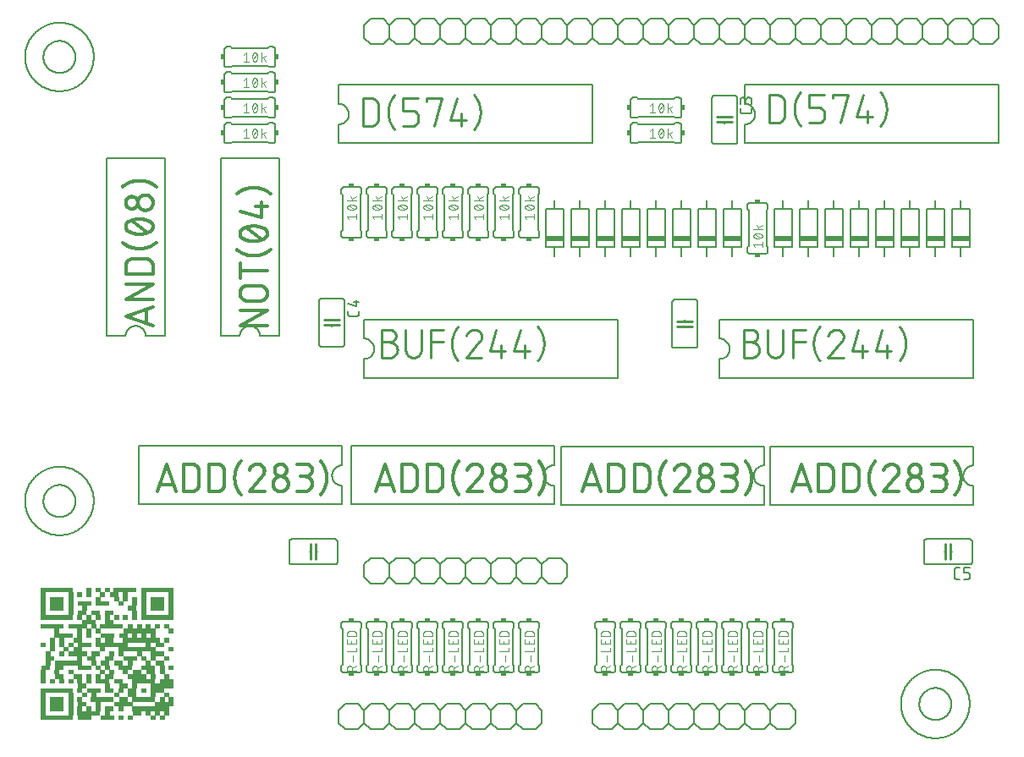
<source format=gbr>
G04 EAGLE Gerber RS-274X export*
G75*
%MOMM*%
%FSLAX34Y34*%
%LPD*%
%INSilkscreen Top*%
%IPPOS*%
%AMOC8*
5,1,8,0,0,1.08239X$1,22.5*%
G01*
%ADD10R,3.200400X0.076200*%
%ADD11R,1.371600X0.076200*%
%ADD12R,0.457200X0.076200*%
%ADD13R,2.286000X0.076200*%
%ADD14R,0.914400X0.076200*%
%ADD15R,3.657600X0.076200*%
%ADD16R,1.828800X0.076200*%
%ADD17R,2.743200X0.076200*%
%ADD18C,0.152400*%
%ADD19C,0.254000*%
%ADD20R,0.508000X0.381000*%
%ADD21C,0.101600*%
%ADD22C,0.304800*%
%ADD23R,1.778000X0.508000*%
%ADD24R,0.381000X0.508000*%
%ADD25C,0.127000*%
%ADD26C,0.203200*%


D10*
X48387Y85344D03*
D11*
X75819Y85344D03*
X98679Y85344D03*
D12*
X112395Y85344D03*
X121539Y85344D03*
X144399Y85344D03*
X153543Y85344D03*
D10*
X48387Y86106D03*
D11*
X75819Y86106D03*
X98679Y86106D03*
D12*
X112395Y86106D03*
X121539Y86106D03*
X144399Y86106D03*
X153543Y86106D03*
D10*
X48387Y86868D03*
D11*
X75819Y86868D03*
X98679Y86868D03*
D12*
X112395Y86868D03*
X121539Y86868D03*
X144399Y86868D03*
X153543Y86868D03*
D10*
X48387Y87630D03*
D11*
X75819Y87630D03*
X98679Y87630D03*
D12*
X112395Y87630D03*
X121539Y87630D03*
X144399Y87630D03*
X153543Y87630D03*
D10*
X48387Y88392D03*
D11*
X75819Y88392D03*
X98679Y88392D03*
D12*
X112395Y88392D03*
X121539Y88392D03*
X144399Y88392D03*
X153543Y88392D03*
D10*
X48387Y89154D03*
D11*
X75819Y89154D03*
X98679Y89154D03*
D12*
X112395Y89154D03*
X121539Y89154D03*
X144399Y89154D03*
X153543Y89154D03*
X34671Y89916D03*
X62103Y89916D03*
D13*
X80391Y89916D03*
D12*
X98679Y89916D03*
D14*
X128397Y89916D03*
D12*
X139827Y89916D03*
X148971Y89916D03*
X158115Y89916D03*
X34671Y90678D03*
X62103Y90678D03*
D13*
X80391Y90678D03*
D12*
X98679Y90678D03*
D14*
X128397Y90678D03*
D12*
X139827Y90678D03*
X148971Y90678D03*
X158115Y90678D03*
X34671Y91440D03*
X62103Y91440D03*
D13*
X80391Y91440D03*
D12*
X98679Y91440D03*
D14*
X128397Y91440D03*
D12*
X139827Y91440D03*
X148971Y91440D03*
X158115Y91440D03*
X34671Y92202D03*
X62103Y92202D03*
D13*
X80391Y92202D03*
D12*
X98679Y92202D03*
D14*
X128397Y92202D03*
D12*
X139827Y92202D03*
X148971Y92202D03*
X158115Y92202D03*
X34671Y92964D03*
X62103Y92964D03*
D13*
X80391Y92964D03*
D12*
X98679Y92964D03*
D14*
X128397Y92964D03*
D12*
X139827Y92964D03*
X148971Y92964D03*
X158115Y92964D03*
X34671Y93726D03*
X62103Y93726D03*
D13*
X80391Y93726D03*
D12*
X98679Y93726D03*
D14*
X128397Y93726D03*
D12*
X139827Y93726D03*
X148971Y93726D03*
X158115Y93726D03*
X34671Y94488D03*
D11*
X48387Y94488D03*
D12*
X62103Y94488D03*
X71247Y94488D03*
X80391Y94488D03*
X89535Y94488D03*
D14*
X100965Y94488D03*
D12*
X112395Y94488D03*
D15*
X142113Y94488D03*
D12*
X34671Y95250D03*
D11*
X48387Y95250D03*
D12*
X62103Y95250D03*
X71247Y95250D03*
X80391Y95250D03*
X89535Y95250D03*
D14*
X100965Y95250D03*
D12*
X112395Y95250D03*
D15*
X142113Y95250D03*
D12*
X34671Y96012D03*
D11*
X48387Y96012D03*
D12*
X62103Y96012D03*
X71247Y96012D03*
X80391Y96012D03*
X89535Y96012D03*
D14*
X100965Y96012D03*
D12*
X112395Y96012D03*
D15*
X142113Y96012D03*
D12*
X34671Y96774D03*
D11*
X48387Y96774D03*
D12*
X62103Y96774D03*
X71247Y96774D03*
X80391Y96774D03*
X89535Y96774D03*
D14*
X100965Y96774D03*
D12*
X112395Y96774D03*
D15*
X142113Y96774D03*
D12*
X34671Y97536D03*
D11*
X48387Y97536D03*
D12*
X62103Y97536D03*
X71247Y97536D03*
X80391Y97536D03*
X89535Y97536D03*
D14*
X100965Y97536D03*
D12*
X112395Y97536D03*
D15*
X142113Y97536D03*
D12*
X34671Y98298D03*
D11*
X48387Y98298D03*
D12*
X62103Y98298D03*
X71247Y98298D03*
X80391Y98298D03*
X89535Y98298D03*
D14*
X100965Y98298D03*
D12*
X112395Y98298D03*
D15*
X142113Y98298D03*
D12*
X34671Y99060D03*
D11*
X48387Y99060D03*
D12*
X62103Y99060D03*
D14*
X73533Y99060D03*
D12*
X89535Y99060D03*
D16*
X114681Y99060D03*
X155829Y99060D03*
D12*
X34671Y99822D03*
D11*
X48387Y99822D03*
D12*
X62103Y99822D03*
D14*
X73533Y99822D03*
D12*
X89535Y99822D03*
D16*
X114681Y99822D03*
X155829Y99822D03*
D12*
X34671Y100584D03*
D11*
X48387Y100584D03*
D12*
X62103Y100584D03*
D14*
X73533Y100584D03*
D12*
X89535Y100584D03*
D16*
X114681Y100584D03*
X155829Y100584D03*
D12*
X34671Y101346D03*
D11*
X48387Y101346D03*
D12*
X62103Y101346D03*
D14*
X73533Y101346D03*
D12*
X89535Y101346D03*
D16*
X114681Y101346D03*
X155829Y101346D03*
D12*
X34671Y102108D03*
D11*
X48387Y102108D03*
D12*
X62103Y102108D03*
D14*
X73533Y102108D03*
D12*
X89535Y102108D03*
D16*
X114681Y102108D03*
X155829Y102108D03*
D12*
X34671Y102870D03*
D11*
X48387Y102870D03*
D12*
X62103Y102870D03*
D14*
X73533Y102870D03*
D12*
X89535Y102870D03*
D16*
X114681Y102870D03*
X155829Y102870D03*
D12*
X34671Y103632D03*
D11*
X48387Y103632D03*
D12*
X62103Y103632D03*
X71247Y103632D03*
D13*
X94107Y103632D03*
D14*
X114681Y103632D03*
D13*
X135255Y103632D03*
D12*
X153543Y103632D03*
X162687Y103632D03*
X34671Y104394D03*
D11*
X48387Y104394D03*
D12*
X62103Y104394D03*
X71247Y104394D03*
D13*
X94107Y104394D03*
D14*
X114681Y104394D03*
D13*
X135255Y104394D03*
D12*
X153543Y104394D03*
X162687Y104394D03*
X34671Y105156D03*
D11*
X48387Y105156D03*
D12*
X62103Y105156D03*
X71247Y105156D03*
D13*
X94107Y105156D03*
D14*
X114681Y105156D03*
D13*
X135255Y105156D03*
D12*
X153543Y105156D03*
X162687Y105156D03*
X34671Y105918D03*
D11*
X48387Y105918D03*
D12*
X62103Y105918D03*
X71247Y105918D03*
D13*
X94107Y105918D03*
D14*
X114681Y105918D03*
D13*
X135255Y105918D03*
D12*
X153543Y105918D03*
X162687Y105918D03*
X34671Y106680D03*
D11*
X48387Y106680D03*
D12*
X62103Y106680D03*
X71247Y106680D03*
D13*
X94107Y106680D03*
D14*
X114681Y106680D03*
D13*
X135255Y106680D03*
D12*
X153543Y106680D03*
X162687Y106680D03*
X34671Y107442D03*
D11*
X48387Y107442D03*
D12*
X62103Y107442D03*
X71247Y107442D03*
D13*
X94107Y107442D03*
D14*
X114681Y107442D03*
D13*
X135255Y107442D03*
D12*
X153543Y107442D03*
X162687Y107442D03*
X34671Y108204D03*
X62103Y108204D03*
X75819Y108204D03*
X84963Y108204D03*
X107823Y108204D03*
D14*
X123825Y108204D03*
D12*
X144399Y108204D03*
X158115Y108204D03*
X34671Y108966D03*
X62103Y108966D03*
X75819Y108966D03*
X84963Y108966D03*
X107823Y108966D03*
D14*
X123825Y108966D03*
D12*
X144399Y108966D03*
X158115Y108966D03*
X34671Y109728D03*
X62103Y109728D03*
X75819Y109728D03*
X84963Y109728D03*
X107823Y109728D03*
D14*
X123825Y109728D03*
D12*
X144399Y109728D03*
X158115Y109728D03*
X34671Y110490D03*
X62103Y110490D03*
X75819Y110490D03*
X84963Y110490D03*
X107823Y110490D03*
D14*
X123825Y110490D03*
D12*
X144399Y110490D03*
X158115Y110490D03*
X34671Y111252D03*
X62103Y111252D03*
X75819Y111252D03*
X84963Y111252D03*
X107823Y111252D03*
D14*
X123825Y111252D03*
D12*
X144399Y111252D03*
X158115Y111252D03*
X34671Y112014D03*
X62103Y112014D03*
X75819Y112014D03*
X84963Y112014D03*
X107823Y112014D03*
D14*
X123825Y112014D03*
D12*
X144399Y112014D03*
X158115Y112014D03*
D10*
X48387Y112776D03*
D12*
X71247Y112776D03*
D11*
X84963Y112776D03*
D14*
X100965Y112776D03*
D12*
X112395Y112776D03*
D14*
X123825Y112776D03*
D12*
X135255Y112776D03*
D11*
X148971Y112776D03*
D10*
X48387Y113538D03*
D12*
X71247Y113538D03*
D11*
X84963Y113538D03*
D14*
X100965Y113538D03*
D12*
X112395Y113538D03*
D14*
X123825Y113538D03*
D12*
X135255Y113538D03*
D11*
X148971Y113538D03*
D10*
X48387Y114300D03*
D12*
X71247Y114300D03*
D11*
X84963Y114300D03*
D14*
X100965Y114300D03*
D12*
X112395Y114300D03*
D14*
X123825Y114300D03*
D12*
X135255Y114300D03*
D11*
X148971Y114300D03*
D10*
X48387Y115062D03*
D12*
X71247Y115062D03*
D11*
X84963Y115062D03*
D14*
X100965Y115062D03*
D12*
X112395Y115062D03*
D14*
X123825Y115062D03*
D12*
X135255Y115062D03*
D11*
X148971Y115062D03*
D10*
X48387Y115824D03*
D12*
X71247Y115824D03*
D11*
X84963Y115824D03*
D14*
X100965Y115824D03*
D12*
X112395Y115824D03*
D14*
X123825Y115824D03*
D12*
X135255Y115824D03*
D11*
X148971Y115824D03*
D10*
X48387Y116586D03*
D12*
X71247Y116586D03*
D11*
X84963Y116586D03*
D14*
X100965Y116586D03*
D12*
X112395Y116586D03*
D14*
X123825Y116586D03*
D12*
X135255Y116586D03*
D11*
X148971Y116586D03*
D14*
X73533Y117348D03*
D12*
X98679Y117348D03*
D14*
X114681Y117348D03*
D12*
X126111Y117348D03*
D13*
X153543Y117348D03*
D14*
X73533Y118110D03*
D12*
X98679Y118110D03*
D14*
X114681Y118110D03*
D12*
X126111Y118110D03*
D13*
X153543Y118110D03*
D14*
X73533Y118872D03*
D12*
X98679Y118872D03*
D14*
X114681Y118872D03*
D12*
X126111Y118872D03*
D13*
X153543Y118872D03*
D14*
X73533Y119634D03*
D12*
X98679Y119634D03*
D14*
X114681Y119634D03*
D12*
X126111Y119634D03*
D13*
X153543Y119634D03*
D14*
X73533Y120396D03*
D12*
X98679Y120396D03*
D14*
X114681Y120396D03*
D12*
X126111Y120396D03*
D13*
X153543Y120396D03*
D14*
X73533Y121158D03*
D12*
X98679Y121158D03*
D14*
X114681Y121158D03*
D12*
X126111Y121158D03*
D13*
X153543Y121158D03*
D12*
X34671Y121920D03*
X43815Y121920D03*
X52959Y121920D03*
X62103Y121920D03*
X71247Y121920D03*
X80391Y121920D03*
D11*
X94107Y121920D03*
D14*
X110109Y121920D03*
D13*
X135255Y121920D03*
D11*
X158115Y121920D03*
D12*
X34671Y122682D03*
X43815Y122682D03*
X52959Y122682D03*
X62103Y122682D03*
X71247Y122682D03*
X80391Y122682D03*
D11*
X94107Y122682D03*
D14*
X110109Y122682D03*
D13*
X135255Y122682D03*
D11*
X158115Y122682D03*
D12*
X34671Y123444D03*
X43815Y123444D03*
X52959Y123444D03*
X62103Y123444D03*
X71247Y123444D03*
X80391Y123444D03*
D11*
X94107Y123444D03*
D14*
X110109Y123444D03*
D13*
X135255Y123444D03*
D11*
X158115Y123444D03*
D12*
X34671Y124206D03*
X43815Y124206D03*
X52959Y124206D03*
X62103Y124206D03*
X71247Y124206D03*
X80391Y124206D03*
D11*
X94107Y124206D03*
D14*
X110109Y124206D03*
D13*
X135255Y124206D03*
D11*
X158115Y124206D03*
D12*
X34671Y124968D03*
X43815Y124968D03*
X52959Y124968D03*
X62103Y124968D03*
X71247Y124968D03*
X80391Y124968D03*
D11*
X94107Y124968D03*
D14*
X110109Y124968D03*
D13*
X135255Y124968D03*
D11*
X158115Y124968D03*
D12*
X34671Y125730D03*
X43815Y125730D03*
X52959Y125730D03*
X62103Y125730D03*
X71247Y125730D03*
X80391Y125730D03*
D11*
X94107Y125730D03*
D14*
X110109Y125730D03*
D13*
X135255Y125730D03*
D11*
X158115Y125730D03*
D12*
X34671Y126492D03*
D14*
X50673Y126492D03*
X68961Y126492D03*
D12*
X80391Y126492D03*
X89535Y126492D03*
D14*
X100965Y126492D03*
D16*
X128397Y126492D03*
D12*
X144399Y126492D03*
X158115Y126492D03*
X34671Y127254D03*
D14*
X50673Y127254D03*
X68961Y127254D03*
D12*
X80391Y127254D03*
X89535Y127254D03*
D14*
X100965Y127254D03*
D16*
X128397Y127254D03*
D12*
X144399Y127254D03*
X158115Y127254D03*
X34671Y128016D03*
D14*
X50673Y128016D03*
X68961Y128016D03*
D12*
X80391Y128016D03*
X89535Y128016D03*
D14*
X100965Y128016D03*
D16*
X128397Y128016D03*
D12*
X144399Y128016D03*
X158115Y128016D03*
X34671Y128778D03*
D14*
X50673Y128778D03*
X68961Y128778D03*
D12*
X80391Y128778D03*
X89535Y128778D03*
D14*
X100965Y128778D03*
D16*
X128397Y128778D03*
D12*
X144399Y128778D03*
X158115Y128778D03*
X34671Y129540D03*
D14*
X50673Y129540D03*
X68961Y129540D03*
D12*
X80391Y129540D03*
X89535Y129540D03*
D14*
X100965Y129540D03*
D16*
X128397Y129540D03*
D12*
X144399Y129540D03*
X158115Y129540D03*
X34671Y130302D03*
D14*
X50673Y130302D03*
X68961Y130302D03*
D12*
X80391Y130302D03*
X89535Y130302D03*
D14*
X100965Y130302D03*
D16*
X128397Y130302D03*
D12*
X144399Y130302D03*
X158115Y130302D03*
X34671Y131064D03*
X48387Y131064D03*
X62103Y131064D03*
X94107Y131064D03*
X103251Y131064D03*
X116967Y131064D03*
D14*
X128397Y131064D03*
X142113Y131064D03*
D12*
X153543Y131064D03*
X34671Y131826D03*
X48387Y131826D03*
X62103Y131826D03*
X94107Y131826D03*
X103251Y131826D03*
X116967Y131826D03*
D14*
X128397Y131826D03*
X142113Y131826D03*
D12*
X153543Y131826D03*
X34671Y132588D03*
X48387Y132588D03*
X62103Y132588D03*
X94107Y132588D03*
X103251Y132588D03*
X116967Y132588D03*
D14*
X128397Y132588D03*
X142113Y132588D03*
D12*
X153543Y132588D03*
X34671Y133350D03*
X48387Y133350D03*
X62103Y133350D03*
X94107Y133350D03*
X103251Y133350D03*
X116967Y133350D03*
D14*
X128397Y133350D03*
X142113Y133350D03*
D12*
X153543Y133350D03*
X34671Y134112D03*
X48387Y134112D03*
X62103Y134112D03*
X94107Y134112D03*
X103251Y134112D03*
X116967Y134112D03*
D14*
X128397Y134112D03*
X142113Y134112D03*
D12*
X153543Y134112D03*
X34671Y134874D03*
X48387Y134874D03*
X62103Y134874D03*
X94107Y134874D03*
X103251Y134874D03*
X116967Y134874D03*
D14*
X128397Y134874D03*
X142113Y134874D03*
D12*
X153543Y134874D03*
D14*
X36957Y135636D03*
X50673Y135636D03*
D11*
X75819Y135636D03*
D12*
X89535Y135636D03*
X98679Y135636D03*
D11*
X116967Y135636D03*
X139827Y135636D03*
D12*
X153543Y135636D03*
X162687Y135636D03*
D14*
X36957Y136398D03*
X50673Y136398D03*
D11*
X75819Y136398D03*
D12*
X89535Y136398D03*
X98679Y136398D03*
D11*
X116967Y136398D03*
X139827Y136398D03*
D12*
X153543Y136398D03*
X162687Y136398D03*
D14*
X36957Y137160D03*
X50673Y137160D03*
D11*
X75819Y137160D03*
D12*
X89535Y137160D03*
X98679Y137160D03*
D11*
X116967Y137160D03*
X139827Y137160D03*
D12*
X153543Y137160D03*
X162687Y137160D03*
D14*
X36957Y137922D03*
X50673Y137922D03*
D11*
X75819Y137922D03*
D12*
X89535Y137922D03*
X98679Y137922D03*
D11*
X116967Y137922D03*
X139827Y137922D03*
D12*
X153543Y137922D03*
X162687Y137922D03*
D14*
X36957Y138684D03*
X50673Y138684D03*
D11*
X75819Y138684D03*
D12*
X89535Y138684D03*
X98679Y138684D03*
D11*
X116967Y138684D03*
X139827Y138684D03*
D12*
X153543Y138684D03*
X162687Y138684D03*
D14*
X36957Y139446D03*
X50673Y139446D03*
D11*
X75819Y139446D03*
D12*
X89535Y139446D03*
X98679Y139446D03*
D11*
X116967Y139446D03*
X139827Y139446D03*
D12*
X153543Y139446D03*
X162687Y139446D03*
X39243Y140208D03*
D17*
X59817Y140208D03*
D12*
X84963Y140208D03*
D14*
X96393Y140208D03*
X110109Y140208D03*
D12*
X121539Y140208D03*
X139827Y140208D03*
D14*
X151257Y140208D03*
D12*
X39243Y140970D03*
D17*
X59817Y140970D03*
D12*
X84963Y140970D03*
D14*
X96393Y140970D03*
X110109Y140970D03*
D12*
X121539Y140970D03*
X139827Y140970D03*
D14*
X151257Y140970D03*
D12*
X39243Y141732D03*
D17*
X59817Y141732D03*
D12*
X84963Y141732D03*
D14*
X96393Y141732D03*
X110109Y141732D03*
D12*
X121539Y141732D03*
X139827Y141732D03*
D14*
X151257Y141732D03*
D12*
X39243Y142494D03*
D17*
X59817Y142494D03*
D12*
X84963Y142494D03*
D14*
X96393Y142494D03*
X110109Y142494D03*
D12*
X121539Y142494D03*
X139827Y142494D03*
D14*
X151257Y142494D03*
D12*
X39243Y143256D03*
D17*
X59817Y143256D03*
D12*
X84963Y143256D03*
D14*
X96393Y143256D03*
X110109Y143256D03*
D12*
X121539Y143256D03*
X139827Y143256D03*
D14*
X151257Y143256D03*
D12*
X39243Y144018D03*
D17*
X59817Y144018D03*
D12*
X84963Y144018D03*
D14*
X96393Y144018D03*
X110109Y144018D03*
D12*
X121539Y144018D03*
X139827Y144018D03*
D14*
X151257Y144018D03*
X41529Y144780D03*
D12*
X71247Y144780D03*
D14*
X82677Y144780D03*
X100965Y144780D03*
D11*
X121539Y144780D03*
D12*
X135255Y144780D03*
X144399Y144780D03*
X158115Y144780D03*
D14*
X41529Y145542D03*
D12*
X71247Y145542D03*
D14*
X82677Y145542D03*
X100965Y145542D03*
D11*
X121539Y145542D03*
D12*
X135255Y145542D03*
X144399Y145542D03*
X158115Y145542D03*
D14*
X41529Y146304D03*
D12*
X71247Y146304D03*
D14*
X82677Y146304D03*
X100965Y146304D03*
D11*
X121539Y146304D03*
D12*
X135255Y146304D03*
X144399Y146304D03*
X158115Y146304D03*
D14*
X41529Y147066D03*
D12*
X71247Y147066D03*
D14*
X82677Y147066D03*
X100965Y147066D03*
D11*
X121539Y147066D03*
D12*
X135255Y147066D03*
X144399Y147066D03*
X158115Y147066D03*
D14*
X41529Y147828D03*
D12*
X71247Y147828D03*
D14*
X82677Y147828D03*
X100965Y147828D03*
D11*
X121539Y147828D03*
D12*
X135255Y147828D03*
X144399Y147828D03*
X158115Y147828D03*
D14*
X41529Y148590D03*
D12*
X71247Y148590D03*
D14*
X82677Y148590D03*
X100965Y148590D03*
D11*
X121539Y148590D03*
D12*
X135255Y148590D03*
X144399Y148590D03*
X158115Y148590D03*
X39243Y149352D03*
X52959Y149352D03*
D16*
X68961Y149352D03*
D14*
X87249Y149352D03*
D12*
X103251Y149352D03*
X112395Y149352D03*
X130683Y149352D03*
D11*
X148971Y149352D03*
D12*
X39243Y150114D03*
X52959Y150114D03*
D16*
X68961Y150114D03*
D14*
X87249Y150114D03*
D12*
X103251Y150114D03*
X112395Y150114D03*
X130683Y150114D03*
D11*
X148971Y150114D03*
D12*
X39243Y150876D03*
X52959Y150876D03*
D16*
X68961Y150876D03*
D14*
X87249Y150876D03*
D12*
X103251Y150876D03*
X112395Y150876D03*
X130683Y150876D03*
D11*
X148971Y150876D03*
D12*
X39243Y151638D03*
X52959Y151638D03*
D16*
X68961Y151638D03*
D14*
X87249Y151638D03*
D12*
X103251Y151638D03*
X112395Y151638D03*
X130683Y151638D03*
D11*
X148971Y151638D03*
D12*
X39243Y152400D03*
X52959Y152400D03*
D16*
X68961Y152400D03*
D14*
X87249Y152400D03*
D12*
X103251Y152400D03*
X112395Y152400D03*
X130683Y152400D03*
D11*
X148971Y152400D03*
D12*
X39243Y153162D03*
X52959Y153162D03*
D16*
X68961Y153162D03*
D14*
X87249Y153162D03*
D12*
X103251Y153162D03*
X112395Y153162D03*
X130683Y153162D03*
D11*
X148971Y153162D03*
D12*
X43815Y153924D03*
X57531Y153924D03*
D14*
X68961Y153924D03*
D12*
X94107Y153924D03*
D15*
X128397Y153924D03*
D12*
X162687Y153924D03*
X43815Y154686D03*
X57531Y154686D03*
D14*
X68961Y154686D03*
D12*
X94107Y154686D03*
D15*
X128397Y154686D03*
D12*
X162687Y154686D03*
X43815Y155448D03*
X57531Y155448D03*
D14*
X68961Y155448D03*
D12*
X94107Y155448D03*
D15*
X128397Y155448D03*
D12*
X162687Y155448D03*
X43815Y156210D03*
X57531Y156210D03*
D14*
X68961Y156210D03*
D12*
X94107Y156210D03*
D15*
X128397Y156210D03*
D12*
X162687Y156210D03*
X43815Y156972D03*
X57531Y156972D03*
D14*
X68961Y156972D03*
D12*
X94107Y156972D03*
D15*
X128397Y156972D03*
D12*
X162687Y156972D03*
X43815Y157734D03*
X57531Y157734D03*
D14*
X68961Y157734D03*
D12*
X94107Y157734D03*
D15*
X128397Y157734D03*
D12*
X162687Y157734D03*
X34671Y158496D03*
X43815Y158496D03*
X52959Y158496D03*
X62103Y158496D03*
D11*
X75819Y158496D03*
D10*
X103251Y158496D03*
D12*
X139827Y158496D03*
D14*
X151257Y158496D03*
D12*
X34671Y159258D03*
X43815Y159258D03*
X52959Y159258D03*
X62103Y159258D03*
D11*
X75819Y159258D03*
D10*
X103251Y159258D03*
D12*
X139827Y159258D03*
D14*
X151257Y159258D03*
D12*
X34671Y160020D03*
X43815Y160020D03*
X52959Y160020D03*
X62103Y160020D03*
D11*
X75819Y160020D03*
D10*
X103251Y160020D03*
D12*
X139827Y160020D03*
D14*
X151257Y160020D03*
D12*
X34671Y160782D03*
X43815Y160782D03*
X52959Y160782D03*
X62103Y160782D03*
D11*
X75819Y160782D03*
D10*
X103251Y160782D03*
D12*
X139827Y160782D03*
D14*
X151257Y160782D03*
D12*
X34671Y161544D03*
X43815Y161544D03*
X52959Y161544D03*
X62103Y161544D03*
D11*
X75819Y161544D03*
D10*
X103251Y161544D03*
D12*
X139827Y161544D03*
D14*
X151257Y161544D03*
D12*
X34671Y162306D03*
X43815Y162306D03*
X52959Y162306D03*
X62103Y162306D03*
D11*
X75819Y162306D03*
D10*
X103251Y162306D03*
D12*
X139827Y162306D03*
D14*
X151257Y162306D03*
D12*
X43815Y163068D03*
X52959Y163068D03*
D14*
X68961Y163068D03*
D12*
X89535Y163068D03*
D14*
X100965Y163068D03*
D15*
X132969Y163068D03*
D12*
X158115Y163068D03*
X43815Y163830D03*
X52959Y163830D03*
D14*
X68961Y163830D03*
D12*
X89535Y163830D03*
D14*
X100965Y163830D03*
D15*
X132969Y163830D03*
D12*
X158115Y163830D03*
X43815Y164592D03*
X52959Y164592D03*
D14*
X68961Y164592D03*
D12*
X89535Y164592D03*
D14*
X100965Y164592D03*
D15*
X132969Y164592D03*
D12*
X158115Y164592D03*
X43815Y165354D03*
X52959Y165354D03*
D14*
X68961Y165354D03*
D12*
X89535Y165354D03*
D14*
X100965Y165354D03*
D15*
X132969Y165354D03*
D12*
X158115Y165354D03*
X43815Y166116D03*
X52959Y166116D03*
D14*
X68961Y166116D03*
D12*
X89535Y166116D03*
D14*
X100965Y166116D03*
D15*
X132969Y166116D03*
D12*
X158115Y166116D03*
X43815Y166878D03*
X52959Y166878D03*
D14*
X68961Y166878D03*
D12*
X89535Y166878D03*
D14*
X100965Y166878D03*
D15*
X132969Y166878D03*
D12*
X158115Y166878D03*
D16*
X55245Y167640D03*
D12*
X71247Y167640D03*
X80391Y167640D03*
D11*
X98679Y167640D03*
D14*
X114681Y167640D03*
D12*
X126111Y167640D03*
X135255Y167640D03*
X144399Y167640D03*
D16*
X55245Y168402D03*
D12*
X71247Y168402D03*
X80391Y168402D03*
D11*
X98679Y168402D03*
D14*
X114681Y168402D03*
D12*
X126111Y168402D03*
X135255Y168402D03*
X144399Y168402D03*
D16*
X55245Y169164D03*
D12*
X71247Y169164D03*
X80391Y169164D03*
D11*
X98679Y169164D03*
D14*
X114681Y169164D03*
D12*
X126111Y169164D03*
X135255Y169164D03*
X144399Y169164D03*
D16*
X55245Y169926D03*
D12*
X71247Y169926D03*
X80391Y169926D03*
D11*
X98679Y169926D03*
D14*
X114681Y169926D03*
D12*
X126111Y169926D03*
X135255Y169926D03*
X144399Y169926D03*
D16*
X55245Y170688D03*
D12*
X71247Y170688D03*
X80391Y170688D03*
D11*
X98679Y170688D03*
D14*
X114681Y170688D03*
D12*
X126111Y170688D03*
X135255Y170688D03*
X144399Y170688D03*
D16*
X55245Y171450D03*
D12*
X71247Y171450D03*
X80391Y171450D03*
D11*
X98679Y171450D03*
D14*
X114681Y171450D03*
D12*
X126111Y171450D03*
X135255Y171450D03*
X144399Y171450D03*
X48387Y172212D03*
X71247Y172212D03*
X80391Y172212D03*
X89535Y172212D03*
D10*
X130683Y172212D03*
D12*
X162687Y172212D03*
X48387Y172974D03*
X71247Y172974D03*
X80391Y172974D03*
X89535Y172974D03*
D10*
X130683Y172974D03*
D12*
X162687Y172974D03*
X48387Y173736D03*
X71247Y173736D03*
X80391Y173736D03*
X89535Y173736D03*
D10*
X130683Y173736D03*
D12*
X162687Y173736D03*
X48387Y174498D03*
X71247Y174498D03*
X80391Y174498D03*
X89535Y174498D03*
D10*
X130683Y174498D03*
D12*
X162687Y174498D03*
X48387Y175260D03*
X71247Y175260D03*
X80391Y175260D03*
X89535Y175260D03*
D10*
X130683Y175260D03*
D12*
X162687Y175260D03*
X48387Y176022D03*
X71247Y176022D03*
X80391Y176022D03*
X89535Y176022D03*
D10*
X130683Y176022D03*
D12*
X162687Y176022D03*
D13*
X43815Y176784D03*
D16*
X68961Y176784D03*
D12*
X84963Y176784D03*
D13*
X103251Y176784D03*
D12*
X121539Y176784D03*
X130683Y176784D03*
X139827Y176784D03*
X148971Y176784D03*
X158115Y176784D03*
D13*
X43815Y177546D03*
D16*
X68961Y177546D03*
D12*
X84963Y177546D03*
D13*
X103251Y177546D03*
D12*
X121539Y177546D03*
X130683Y177546D03*
X139827Y177546D03*
X148971Y177546D03*
X158115Y177546D03*
D13*
X43815Y178308D03*
D16*
X68961Y178308D03*
D12*
X84963Y178308D03*
D13*
X103251Y178308D03*
D12*
X121539Y178308D03*
X130683Y178308D03*
X139827Y178308D03*
X148971Y178308D03*
X158115Y178308D03*
D13*
X43815Y179070D03*
D16*
X68961Y179070D03*
D12*
X84963Y179070D03*
D13*
X103251Y179070D03*
D12*
X121539Y179070D03*
X130683Y179070D03*
X139827Y179070D03*
X148971Y179070D03*
X158115Y179070D03*
D13*
X43815Y179832D03*
D16*
X68961Y179832D03*
D12*
X84963Y179832D03*
D13*
X103251Y179832D03*
D12*
X121539Y179832D03*
X130683Y179832D03*
X139827Y179832D03*
X148971Y179832D03*
X158115Y179832D03*
D13*
X43815Y180594D03*
D16*
X68961Y180594D03*
D12*
X84963Y180594D03*
D13*
X103251Y180594D03*
D12*
X121539Y180594D03*
X130683Y180594D03*
X139827Y180594D03*
X148971Y180594D03*
X158115Y180594D03*
D11*
X80391Y181356D03*
D14*
X100965Y181356D03*
D11*
X80391Y182118D03*
D14*
X100965Y182118D03*
D11*
X80391Y182880D03*
D14*
X100965Y182880D03*
D11*
X80391Y183642D03*
D14*
X100965Y183642D03*
D11*
X80391Y184404D03*
D14*
X100965Y184404D03*
D11*
X80391Y185166D03*
D14*
X100965Y185166D03*
D10*
X48387Y185928D03*
D12*
X71247Y185928D03*
X80391Y185928D03*
X89535Y185928D03*
X98679Y185928D03*
X107823Y185928D03*
X116967Y185928D03*
X126111Y185928D03*
D10*
X148971Y185928D03*
X48387Y186690D03*
D12*
X71247Y186690D03*
X80391Y186690D03*
X89535Y186690D03*
X98679Y186690D03*
X107823Y186690D03*
X116967Y186690D03*
X126111Y186690D03*
D10*
X148971Y186690D03*
X48387Y187452D03*
D12*
X71247Y187452D03*
X80391Y187452D03*
X89535Y187452D03*
X98679Y187452D03*
X107823Y187452D03*
X116967Y187452D03*
X126111Y187452D03*
D10*
X148971Y187452D03*
X48387Y188214D03*
D12*
X71247Y188214D03*
X80391Y188214D03*
X89535Y188214D03*
X98679Y188214D03*
X107823Y188214D03*
X116967Y188214D03*
X126111Y188214D03*
D10*
X148971Y188214D03*
X48387Y188976D03*
D12*
X71247Y188976D03*
X80391Y188976D03*
X89535Y188976D03*
X98679Y188976D03*
X107823Y188976D03*
X116967Y188976D03*
X126111Y188976D03*
D10*
X148971Y188976D03*
X48387Y189738D03*
D12*
X71247Y189738D03*
X80391Y189738D03*
X89535Y189738D03*
X98679Y189738D03*
X107823Y189738D03*
X116967Y189738D03*
X126111Y189738D03*
D10*
X148971Y189738D03*
D12*
X34671Y190500D03*
X62103Y190500D03*
D14*
X73533Y190500D03*
X87249Y190500D03*
X100965Y190500D03*
D12*
X126111Y190500D03*
X135255Y190500D03*
X162687Y190500D03*
X34671Y191262D03*
X62103Y191262D03*
D14*
X73533Y191262D03*
X87249Y191262D03*
X100965Y191262D03*
D12*
X126111Y191262D03*
X135255Y191262D03*
X162687Y191262D03*
X34671Y192024D03*
X62103Y192024D03*
D14*
X73533Y192024D03*
X87249Y192024D03*
X100965Y192024D03*
D12*
X126111Y192024D03*
X135255Y192024D03*
X162687Y192024D03*
X34671Y192786D03*
X62103Y192786D03*
D14*
X73533Y192786D03*
X87249Y192786D03*
X100965Y192786D03*
D12*
X126111Y192786D03*
X135255Y192786D03*
X162687Y192786D03*
X34671Y193548D03*
X62103Y193548D03*
D14*
X73533Y193548D03*
X87249Y193548D03*
X100965Y193548D03*
D12*
X126111Y193548D03*
X135255Y193548D03*
X162687Y193548D03*
X34671Y194310D03*
X62103Y194310D03*
D14*
X73533Y194310D03*
X87249Y194310D03*
X100965Y194310D03*
D12*
X126111Y194310D03*
X135255Y194310D03*
X162687Y194310D03*
X34671Y195072D03*
D11*
X48387Y195072D03*
D12*
X62103Y195072D03*
X75819Y195072D03*
D14*
X123825Y195072D03*
D12*
X135255Y195072D03*
D11*
X148971Y195072D03*
D12*
X162687Y195072D03*
X34671Y195834D03*
D11*
X48387Y195834D03*
D12*
X62103Y195834D03*
X75819Y195834D03*
D14*
X123825Y195834D03*
D12*
X135255Y195834D03*
D11*
X148971Y195834D03*
D12*
X162687Y195834D03*
X34671Y196596D03*
D11*
X48387Y196596D03*
D12*
X62103Y196596D03*
X75819Y196596D03*
D14*
X123825Y196596D03*
D12*
X135255Y196596D03*
D11*
X148971Y196596D03*
D12*
X162687Y196596D03*
X34671Y197358D03*
D11*
X48387Y197358D03*
D12*
X62103Y197358D03*
X75819Y197358D03*
D14*
X123825Y197358D03*
D12*
X135255Y197358D03*
D11*
X148971Y197358D03*
D12*
X162687Y197358D03*
X34671Y198120D03*
D11*
X48387Y198120D03*
D12*
X62103Y198120D03*
X75819Y198120D03*
D14*
X123825Y198120D03*
D12*
X135255Y198120D03*
D11*
X148971Y198120D03*
D12*
X162687Y198120D03*
X34671Y198882D03*
D11*
X48387Y198882D03*
D12*
X62103Y198882D03*
X75819Y198882D03*
D14*
X123825Y198882D03*
D12*
X135255Y198882D03*
D11*
X148971Y198882D03*
D12*
X162687Y198882D03*
X34671Y199644D03*
D11*
X48387Y199644D03*
D12*
X62103Y199644D03*
D11*
X75819Y199644D03*
X94107Y199644D03*
D12*
X112395Y199644D03*
X126111Y199644D03*
X135255Y199644D03*
D11*
X148971Y199644D03*
D12*
X162687Y199644D03*
X34671Y200406D03*
D11*
X48387Y200406D03*
D12*
X62103Y200406D03*
D11*
X75819Y200406D03*
X94107Y200406D03*
D12*
X112395Y200406D03*
X126111Y200406D03*
X135255Y200406D03*
D11*
X148971Y200406D03*
D12*
X162687Y200406D03*
X34671Y201168D03*
D11*
X48387Y201168D03*
D12*
X62103Y201168D03*
D11*
X75819Y201168D03*
X94107Y201168D03*
D12*
X112395Y201168D03*
X126111Y201168D03*
X135255Y201168D03*
D11*
X148971Y201168D03*
D12*
X162687Y201168D03*
X34671Y201930D03*
D11*
X48387Y201930D03*
D12*
X62103Y201930D03*
D11*
X75819Y201930D03*
X94107Y201930D03*
D12*
X112395Y201930D03*
X126111Y201930D03*
X135255Y201930D03*
D11*
X148971Y201930D03*
D12*
X162687Y201930D03*
X34671Y202692D03*
D11*
X48387Y202692D03*
D12*
X62103Y202692D03*
D11*
X75819Y202692D03*
X94107Y202692D03*
D12*
X112395Y202692D03*
X126111Y202692D03*
X135255Y202692D03*
D11*
X148971Y202692D03*
D12*
X162687Y202692D03*
X34671Y203454D03*
D11*
X48387Y203454D03*
D12*
X62103Y203454D03*
D11*
X75819Y203454D03*
X94107Y203454D03*
D12*
X112395Y203454D03*
X126111Y203454D03*
X135255Y203454D03*
D11*
X148971Y203454D03*
D12*
X162687Y203454D03*
X34671Y204216D03*
D11*
X48387Y204216D03*
D12*
X62103Y204216D03*
X89535Y204216D03*
X107823Y204216D03*
X116967Y204216D03*
X126111Y204216D03*
X135255Y204216D03*
D11*
X148971Y204216D03*
D12*
X162687Y204216D03*
X34671Y204978D03*
D11*
X48387Y204978D03*
D12*
X62103Y204978D03*
X89535Y204978D03*
X107823Y204978D03*
X116967Y204978D03*
X126111Y204978D03*
X135255Y204978D03*
D11*
X148971Y204978D03*
D12*
X162687Y204978D03*
X34671Y205740D03*
D11*
X48387Y205740D03*
D12*
X62103Y205740D03*
X89535Y205740D03*
X107823Y205740D03*
X116967Y205740D03*
X126111Y205740D03*
X135255Y205740D03*
D11*
X148971Y205740D03*
D12*
X162687Y205740D03*
X34671Y206502D03*
D11*
X48387Y206502D03*
D12*
X62103Y206502D03*
X89535Y206502D03*
X107823Y206502D03*
X116967Y206502D03*
X126111Y206502D03*
X135255Y206502D03*
D11*
X148971Y206502D03*
D12*
X162687Y206502D03*
X34671Y207264D03*
D11*
X48387Y207264D03*
D12*
X62103Y207264D03*
X89535Y207264D03*
X107823Y207264D03*
X116967Y207264D03*
X126111Y207264D03*
X135255Y207264D03*
D11*
X148971Y207264D03*
D12*
X162687Y207264D03*
X34671Y208026D03*
D11*
X48387Y208026D03*
D12*
X62103Y208026D03*
X89535Y208026D03*
X107823Y208026D03*
X116967Y208026D03*
X126111Y208026D03*
X135255Y208026D03*
D11*
X148971Y208026D03*
D12*
X162687Y208026D03*
X34671Y208788D03*
X62103Y208788D03*
X71247Y208788D03*
X80391Y208788D03*
X94107Y208788D03*
D14*
X105537Y208788D03*
D12*
X116967Y208788D03*
X135255Y208788D03*
X162687Y208788D03*
X34671Y209550D03*
X62103Y209550D03*
X71247Y209550D03*
X80391Y209550D03*
X94107Y209550D03*
D14*
X105537Y209550D03*
D12*
X116967Y209550D03*
X135255Y209550D03*
X162687Y209550D03*
X34671Y210312D03*
X62103Y210312D03*
X71247Y210312D03*
X80391Y210312D03*
X94107Y210312D03*
D14*
X105537Y210312D03*
D12*
X116967Y210312D03*
X135255Y210312D03*
X162687Y210312D03*
X34671Y211074D03*
X62103Y211074D03*
X71247Y211074D03*
X80391Y211074D03*
X94107Y211074D03*
D14*
X105537Y211074D03*
D12*
X116967Y211074D03*
X135255Y211074D03*
X162687Y211074D03*
X34671Y211836D03*
X62103Y211836D03*
X71247Y211836D03*
X80391Y211836D03*
X94107Y211836D03*
D14*
X105537Y211836D03*
D12*
X116967Y211836D03*
X135255Y211836D03*
X162687Y211836D03*
X34671Y212598D03*
X62103Y212598D03*
X71247Y212598D03*
X80391Y212598D03*
X94107Y212598D03*
D14*
X105537Y212598D03*
D12*
X116967Y212598D03*
X135255Y212598D03*
X162687Y212598D03*
D10*
X48387Y213360D03*
D12*
X80391Y213360D03*
X89535Y213360D03*
X98679Y213360D03*
D13*
X116967Y213360D03*
D10*
X148971Y213360D03*
X48387Y214122D03*
D12*
X80391Y214122D03*
X89535Y214122D03*
X98679Y214122D03*
D13*
X116967Y214122D03*
D10*
X148971Y214122D03*
X48387Y214884D03*
D12*
X80391Y214884D03*
X89535Y214884D03*
X98679Y214884D03*
D13*
X116967Y214884D03*
D10*
X148971Y214884D03*
X48387Y215646D03*
D12*
X80391Y215646D03*
X89535Y215646D03*
X98679Y215646D03*
D13*
X116967Y215646D03*
D10*
X148971Y215646D03*
X48387Y216408D03*
D12*
X80391Y216408D03*
X89535Y216408D03*
X98679Y216408D03*
D13*
X116967Y216408D03*
D10*
X148971Y216408D03*
X48387Y217170D03*
D12*
X80391Y217170D03*
X89535Y217170D03*
X98679Y217170D03*
D13*
X116967Y217170D03*
D10*
X148971Y217170D03*
D18*
X330200Y721360D02*
X584200Y721360D01*
X584200Y662940D02*
X330200Y662940D01*
X584200Y662940D02*
X584200Y721360D01*
X330200Y721360D02*
X330200Y702310D01*
X330200Y681990D02*
X330200Y662940D01*
X330200Y681990D02*
X330447Y681993D01*
X330695Y682002D01*
X330942Y682017D01*
X331188Y682038D01*
X331434Y682065D01*
X331679Y682098D01*
X331924Y682137D01*
X332167Y682182D01*
X332409Y682233D01*
X332650Y682290D01*
X332889Y682352D01*
X333127Y682421D01*
X333363Y682495D01*
X333597Y682575D01*
X333829Y682660D01*
X334059Y682752D01*
X334287Y682848D01*
X334512Y682951D01*
X334735Y683058D01*
X334955Y683172D01*
X335172Y683290D01*
X335387Y683414D01*
X335598Y683543D01*
X335806Y683677D01*
X336011Y683816D01*
X336212Y683960D01*
X336410Y684108D01*
X336604Y684262D01*
X336794Y684420D01*
X336980Y684583D01*
X337162Y684750D01*
X337340Y684922D01*
X337514Y685098D01*
X337684Y685278D01*
X337849Y685463D01*
X338009Y685651D01*
X338165Y685843D01*
X338317Y686039D01*
X338463Y686238D01*
X338605Y686441D01*
X338741Y686648D01*
X338873Y686857D01*
X338999Y687070D01*
X339120Y687286D01*
X339236Y687504D01*
X339346Y687726D01*
X339451Y687950D01*
X339551Y688176D01*
X339645Y688405D01*
X339733Y688636D01*
X339816Y688870D01*
X339893Y689105D01*
X339964Y689342D01*
X340030Y689580D01*
X340089Y689820D01*
X340143Y690062D01*
X340191Y690305D01*
X340233Y690548D01*
X340269Y690793D01*
X340299Y691039D01*
X340323Y691285D01*
X340341Y691532D01*
X340353Y691779D01*
X340359Y692026D01*
X340359Y692274D01*
X340353Y692521D01*
X340341Y692768D01*
X340323Y693015D01*
X340299Y693261D01*
X340269Y693507D01*
X340233Y693752D01*
X340191Y693995D01*
X340143Y694238D01*
X340089Y694480D01*
X340030Y694720D01*
X339964Y694958D01*
X339893Y695195D01*
X339816Y695430D01*
X339733Y695664D01*
X339645Y695895D01*
X339551Y696124D01*
X339451Y696350D01*
X339346Y696574D01*
X339236Y696796D01*
X339120Y697014D01*
X338999Y697230D01*
X338873Y697443D01*
X338741Y697652D01*
X338605Y697859D01*
X338463Y698062D01*
X338317Y698261D01*
X338165Y698457D01*
X338009Y698649D01*
X337849Y698837D01*
X337684Y699022D01*
X337514Y699202D01*
X337340Y699378D01*
X337162Y699550D01*
X336980Y699717D01*
X336794Y699880D01*
X336604Y700038D01*
X336410Y700192D01*
X336212Y700340D01*
X336011Y700484D01*
X335806Y700623D01*
X335598Y700757D01*
X335387Y700886D01*
X335172Y701010D01*
X334955Y701128D01*
X334735Y701242D01*
X334512Y701349D01*
X334287Y701452D01*
X334059Y701548D01*
X333829Y701640D01*
X333597Y701725D01*
X333363Y701805D01*
X333127Y701879D01*
X332889Y701948D01*
X332650Y702010D01*
X332409Y702067D01*
X332167Y702118D01*
X331924Y702163D01*
X331679Y702202D01*
X331434Y702235D01*
X331188Y702262D01*
X330942Y702283D01*
X330695Y702298D01*
X330447Y702307D01*
X330200Y702310D01*
D19*
X354330Y708025D02*
X354330Y680085D01*
X354330Y708025D02*
X362091Y708025D01*
X362279Y708023D01*
X362466Y708016D01*
X362653Y708005D01*
X362840Y707989D01*
X363026Y707968D01*
X363212Y707944D01*
X363398Y707914D01*
X363582Y707880D01*
X363766Y707842D01*
X363948Y707799D01*
X364130Y707752D01*
X364310Y707701D01*
X364489Y707645D01*
X364667Y707585D01*
X364843Y707521D01*
X365018Y707452D01*
X365190Y707379D01*
X365361Y707302D01*
X365531Y707221D01*
X365698Y707136D01*
X365863Y707047D01*
X366026Y706954D01*
X366186Y706857D01*
X366344Y706756D01*
X366500Y706651D01*
X366653Y706543D01*
X366803Y706431D01*
X366951Y706315D01*
X367096Y706196D01*
X367237Y706073D01*
X367376Y705947D01*
X367512Y705818D01*
X367645Y705685D01*
X367774Y705549D01*
X367900Y705410D01*
X368023Y705269D01*
X368142Y705124D01*
X368258Y704976D01*
X368370Y704826D01*
X368478Y704673D01*
X368583Y704517D01*
X368684Y704359D01*
X368781Y704199D01*
X368874Y704036D01*
X368963Y703871D01*
X369048Y703704D01*
X369129Y703534D01*
X369206Y703363D01*
X369279Y703191D01*
X369348Y703016D01*
X369412Y702840D01*
X369472Y702662D01*
X369528Y702483D01*
X369579Y702303D01*
X369626Y702121D01*
X369669Y701939D01*
X369707Y701755D01*
X369741Y701571D01*
X369771Y701385D01*
X369795Y701199D01*
X369816Y701013D01*
X369832Y700826D01*
X369843Y700639D01*
X369850Y700452D01*
X369852Y700264D01*
X369852Y687846D01*
X369850Y687658D01*
X369843Y687471D01*
X369832Y687284D01*
X369816Y687097D01*
X369795Y686911D01*
X369771Y686725D01*
X369741Y686539D01*
X369707Y686355D01*
X369669Y686171D01*
X369626Y685989D01*
X369579Y685807D01*
X369528Y685627D01*
X369472Y685448D01*
X369412Y685270D01*
X369348Y685094D01*
X369279Y684919D01*
X369206Y684747D01*
X369129Y684575D01*
X369048Y684406D01*
X368963Y684239D01*
X368874Y684074D01*
X368781Y683911D01*
X368684Y683751D01*
X368583Y683593D01*
X368478Y683437D01*
X368370Y683284D01*
X368258Y683134D01*
X368142Y682986D01*
X368023Y682841D01*
X367900Y682699D01*
X367774Y682561D01*
X367645Y682425D01*
X367512Y682292D01*
X367376Y682163D01*
X367237Y682037D01*
X367096Y681914D01*
X366951Y681795D01*
X366803Y681679D01*
X366653Y681567D01*
X366500Y681459D01*
X366344Y681354D01*
X366186Y681253D01*
X366025Y681156D01*
X365863Y681063D01*
X365698Y680974D01*
X365531Y680889D01*
X365361Y680808D01*
X365190Y680731D01*
X365018Y680658D01*
X364843Y680589D01*
X364667Y680525D01*
X364489Y680465D01*
X364310Y680409D01*
X364130Y680358D01*
X363948Y680311D01*
X363766Y680268D01*
X363582Y680230D01*
X363398Y680196D01*
X363212Y680166D01*
X363026Y680142D01*
X362840Y680121D01*
X362653Y680105D01*
X362466Y680094D01*
X362279Y680087D01*
X362091Y680085D01*
X354330Y680085D01*
X379705Y694055D02*
X379713Y694694D01*
X379736Y695333D01*
X379774Y695971D01*
X379828Y696609D01*
X379897Y697244D01*
X379981Y697878D01*
X380081Y698510D01*
X380196Y699139D01*
X380325Y699765D01*
X380470Y700387D01*
X380630Y701006D01*
X380805Y701621D01*
X380994Y702232D01*
X381198Y702838D01*
X381416Y703439D01*
X381649Y704034D01*
X381896Y704624D01*
X382158Y705208D01*
X382433Y705785D01*
X382722Y706355D01*
X383025Y706918D01*
X383341Y707474D01*
X383670Y708022D01*
X384013Y708562D01*
X384368Y709093D01*
X384736Y709616D01*
X385116Y710130D01*
X385509Y710635D01*
X385914Y711130D01*
X379705Y694055D02*
X379713Y693416D01*
X379736Y692777D01*
X379774Y692139D01*
X379828Y691501D01*
X379897Y690866D01*
X379981Y690232D01*
X380081Y689600D01*
X380196Y688971D01*
X380325Y688345D01*
X380470Y687723D01*
X380630Y687104D01*
X380805Y686489D01*
X380994Y685878D01*
X381198Y685272D01*
X381416Y684671D01*
X381649Y684076D01*
X381896Y683486D01*
X382158Y682902D01*
X382433Y682325D01*
X382722Y681755D01*
X383025Y681192D01*
X383341Y680636D01*
X383670Y680088D01*
X384013Y679548D01*
X384368Y679017D01*
X384736Y678494D01*
X385116Y677980D01*
X385509Y677475D01*
X385914Y676980D01*
X394152Y680085D02*
X403465Y680085D01*
X403620Y680087D01*
X403774Y680093D01*
X403929Y680102D01*
X404083Y680116D01*
X404237Y680133D01*
X404390Y680154D01*
X404543Y680179D01*
X404695Y680208D01*
X404847Y680241D01*
X404997Y680277D01*
X405147Y680317D01*
X405295Y680361D01*
X405442Y680408D01*
X405589Y680459D01*
X405733Y680514D01*
X405877Y680573D01*
X406019Y680634D01*
X406159Y680700D01*
X406298Y680769D01*
X406434Y680841D01*
X406570Y680917D01*
X406703Y680996D01*
X406834Y681078D01*
X406963Y681164D01*
X407089Y681253D01*
X407214Y681345D01*
X407336Y681440D01*
X407456Y681538D01*
X407573Y681639D01*
X407688Y681742D01*
X407800Y681849D01*
X407910Y681959D01*
X408017Y682071D01*
X408120Y682186D01*
X408221Y682303D01*
X408319Y682423D01*
X408414Y682545D01*
X408506Y682670D01*
X408595Y682796D01*
X408681Y682925D01*
X408763Y683056D01*
X408842Y683190D01*
X408918Y683325D01*
X408990Y683461D01*
X409059Y683600D01*
X409125Y683740D01*
X409186Y683882D01*
X409245Y684026D01*
X409300Y684170D01*
X409351Y684317D01*
X409398Y684464D01*
X409442Y684612D01*
X409482Y684762D01*
X409518Y684912D01*
X409551Y685064D01*
X409580Y685216D01*
X409605Y685369D01*
X409626Y685522D01*
X409643Y685676D01*
X409657Y685830D01*
X409666Y685985D01*
X409672Y686139D01*
X409674Y686294D01*
X409674Y689398D01*
X409672Y689553D01*
X409666Y689707D01*
X409657Y689862D01*
X409643Y690016D01*
X409626Y690170D01*
X409605Y690323D01*
X409580Y690476D01*
X409551Y690628D01*
X409518Y690780D01*
X409482Y690930D01*
X409442Y691080D01*
X409398Y691228D01*
X409351Y691375D01*
X409300Y691522D01*
X409245Y691666D01*
X409186Y691810D01*
X409125Y691952D01*
X409059Y692092D01*
X408990Y692231D01*
X408918Y692367D01*
X408842Y692503D01*
X408763Y692636D01*
X408681Y692767D01*
X408595Y692896D01*
X408506Y693022D01*
X408414Y693147D01*
X408319Y693269D01*
X408221Y693389D01*
X408120Y693506D01*
X408017Y693621D01*
X407910Y693733D01*
X407800Y693843D01*
X407688Y693950D01*
X407573Y694053D01*
X407456Y694154D01*
X407336Y694252D01*
X407214Y694347D01*
X407089Y694439D01*
X406963Y694528D01*
X406834Y694614D01*
X406703Y694696D01*
X406570Y694775D01*
X406434Y694851D01*
X406298Y694923D01*
X406159Y694992D01*
X406019Y695058D01*
X405877Y695119D01*
X405733Y695178D01*
X405589Y695233D01*
X405442Y695284D01*
X405295Y695331D01*
X405147Y695375D01*
X404997Y695415D01*
X404847Y695451D01*
X404695Y695484D01*
X404543Y695513D01*
X404390Y695538D01*
X404237Y695559D01*
X404083Y695576D01*
X403929Y695590D01*
X403774Y695599D01*
X403620Y695605D01*
X403465Y695607D01*
X394152Y695607D01*
X394152Y708025D01*
X409674Y708025D01*
X418045Y708025D02*
X418045Y704921D01*
X418045Y708025D02*
X433567Y708025D01*
X425806Y680085D01*
X441938Y686294D02*
X448147Y708025D01*
X441938Y686294D02*
X457461Y686294D01*
X452804Y692503D02*
X452804Y680085D01*
X465698Y676980D02*
X466103Y677475D01*
X466496Y677980D01*
X466876Y678494D01*
X467244Y679017D01*
X467599Y679548D01*
X467942Y680088D01*
X468271Y680636D01*
X468587Y681192D01*
X468890Y681755D01*
X469179Y682325D01*
X469454Y682902D01*
X469716Y683486D01*
X469963Y684076D01*
X470196Y684671D01*
X470414Y685272D01*
X470618Y685878D01*
X470807Y686489D01*
X470982Y687104D01*
X471142Y687723D01*
X471287Y688345D01*
X471416Y688971D01*
X471531Y689600D01*
X471631Y690232D01*
X471715Y690866D01*
X471784Y691501D01*
X471838Y692139D01*
X471876Y692777D01*
X471899Y693416D01*
X471907Y694055D01*
X471899Y694694D01*
X471876Y695333D01*
X471838Y695971D01*
X471784Y696609D01*
X471715Y697244D01*
X471631Y697878D01*
X471531Y698510D01*
X471416Y699139D01*
X471287Y699765D01*
X471142Y700387D01*
X470982Y701006D01*
X470807Y701621D01*
X470618Y702232D01*
X470414Y702838D01*
X470196Y703439D01*
X469963Y704034D01*
X469716Y704624D01*
X469454Y705208D01*
X469179Y705785D01*
X468890Y706355D01*
X468587Y706918D01*
X468271Y707474D01*
X467942Y708022D01*
X467599Y708562D01*
X467244Y709093D01*
X466876Y709616D01*
X466496Y710130D01*
X466103Y710635D01*
X465698Y711130D01*
D18*
X736600Y721360D02*
X990600Y721360D01*
X990600Y662940D02*
X736600Y662940D01*
X990600Y662940D02*
X990600Y721360D01*
X736600Y721360D02*
X736600Y702310D01*
X736600Y681990D02*
X736600Y662940D01*
X736600Y681990D02*
X736847Y681993D01*
X737095Y682002D01*
X737342Y682017D01*
X737588Y682038D01*
X737834Y682065D01*
X738079Y682098D01*
X738324Y682137D01*
X738567Y682182D01*
X738809Y682233D01*
X739050Y682290D01*
X739289Y682352D01*
X739527Y682421D01*
X739763Y682495D01*
X739997Y682575D01*
X740229Y682660D01*
X740459Y682752D01*
X740687Y682848D01*
X740912Y682951D01*
X741135Y683058D01*
X741355Y683172D01*
X741572Y683290D01*
X741787Y683414D01*
X741998Y683543D01*
X742206Y683677D01*
X742411Y683816D01*
X742612Y683960D01*
X742810Y684108D01*
X743004Y684262D01*
X743194Y684420D01*
X743380Y684583D01*
X743562Y684750D01*
X743740Y684922D01*
X743914Y685098D01*
X744084Y685278D01*
X744249Y685463D01*
X744409Y685651D01*
X744565Y685843D01*
X744717Y686039D01*
X744863Y686238D01*
X745005Y686441D01*
X745141Y686648D01*
X745273Y686857D01*
X745399Y687070D01*
X745520Y687286D01*
X745636Y687504D01*
X745746Y687726D01*
X745851Y687950D01*
X745951Y688176D01*
X746045Y688405D01*
X746133Y688636D01*
X746216Y688870D01*
X746293Y689105D01*
X746364Y689342D01*
X746430Y689580D01*
X746489Y689820D01*
X746543Y690062D01*
X746591Y690305D01*
X746633Y690548D01*
X746669Y690793D01*
X746699Y691039D01*
X746723Y691285D01*
X746741Y691532D01*
X746753Y691779D01*
X746759Y692026D01*
X746759Y692274D01*
X746753Y692521D01*
X746741Y692768D01*
X746723Y693015D01*
X746699Y693261D01*
X746669Y693507D01*
X746633Y693752D01*
X746591Y693995D01*
X746543Y694238D01*
X746489Y694480D01*
X746430Y694720D01*
X746364Y694958D01*
X746293Y695195D01*
X746216Y695430D01*
X746133Y695664D01*
X746045Y695895D01*
X745951Y696124D01*
X745851Y696350D01*
X745746Y696574D01*
X745636Y696796D01*
X745520Y697014D01*
X745399Y697230D01*
X745273Y697443D01*
X745141Y697652D01*
X745005Y697859D01*
X744863Y698062D01*
X744717Y698261D01*
X744565Y698457D01*
X744409Y698649D01*
X744249Y698837D01*
X744084Y699022D01*
X743914Y699202D01*
X743740Y699378D01*
X743562Y699550D01*
X743380Y699717D01*
X743194Y699880D01*
X743004Y700038D01*
X742810Y700192D01*
X742612Y700340D01*
X742411Y700484D01*
X742206Y700623D01*
X741998Y700757D01*
X741787Y700886D01*
X741572Y701010D01*
X741355Y701128D01*
X741135Y701242D01*
X740912Y701349D01*
X740687Y701452D01*
X740459Y701548D01*
X740229Y701640D01*
X739997Y701725D01*
X739763Y701805D01*
X739527Y701879D01*
X739289Y701948D01*
X739050Y702010D01*
X738809Y702067D01*
X738567Y702118D01*
X738324Y702163D01*
X738079Y702202D01*
X737834Y702235D01*
X737588Y702262D01*
X737342Y702283D01*
X737095Y702298D01*
X736847Y702307D01*
X736600Y702310D01*
D19*
X760730Y711200D02*
X760730Y683260D01*
X760730Y711200D02*
X768491Y711200D01*
X768679Y711198D01*
X768866Y711191D01*
X769053Y711180D01*
X769240Y711164D01*
X769426Y711143D01*
X769612Y711119D01*
X769798Y711089D01*
X769982Y711055D01*
X770166Y711017D01*
X770348Y710974D01*
X770530Y710927D01*
X770710Y710876D01*
X770889Y710820D01*
X771067Y710760D01*
X771243Y710696D01*
X771418Y710627D01*
X771590Y710554D01*
X771761Y710477D01*
X771931Y710396D01*
X772098Y710311D01*
X772263Y710222D01*
X772426Y710129D01*
X772586Y710032D01*
X772744Y709931D01*
X772900Y709826D01*
X773053Y709718D01*
X773203Y709606D01*
X773351Y709490D01*
X773496Y709371D01*
X773637Y709248D01*
X773776Y709122D01*
X773912Y708993D01*
X774045Y708860D01*
X774174Y708724D01*
X774300Y708585D01*
X774423Y708444D01*
X774542Y708299D01*
X774658Y708151D01*
X774770Y708001D01*
X774878Y707848D01*
X774983Y707692D01*
X775084Y707534D01*
X775181Y707374D01*
X775274Y707211D01*
X775363Y707046D01*
X775448Y706879D01*
X775529Y706709D01*
X775606Y706538D01*
X775679Y706366D01*
X775748Y706191D01*
X775812Y706015D01*
X775872Y705837D01*
X775928Y705658D01*
X775979Y705478D01*
X776026Y705296D01*
X776069Y705114D01*
X776107Y704930D01*
X776141Y704746D01*
X776171Y704560D01*
X776195Y704374D01*
X776216Y704188D01*
X776232Y704001D01*
X776243Y703814D01*
X776250Y703627D01*
X776252Y703439D01*
X776252Y691021D01*
X776250Y690833D01*
X776243Y690646D01*
X776232Y690459D01*
X776216Y690272D01*
X776195Y690086D01*
X776171Y689900D01*
X776141Y689714D01*
X776107Y689530D01*
X776069Y689346D01*
X776026Y689164D01*
X775979Y688982D01*
X775928Y688802D01*
X775872Y688623D01*
X775812Y688445D01*
X775748Y688269D01*
X775679Y688094D01*
X775606Y687922D01*
X775529Y687750D01*
X775448Y687581D01*
X775363Y687414D01*
X775274Y687249D01*
X775181Y687086D01*
X775084Y686926D01*
X774983Y686768D01*
X774878Y686612D01*
X774770Y686459D01*
X774658Y686309D01*
X774542Y686161D01*
X774423Y686016D01*
X774300Y685874D01*
X774174Y685736D01*
X774045Y685600D01*
X773912Y685467D01*
X773776Y685338D01*
X773637Y685212D01*
X773496Y685089D01*
X773351Y684970D01*
X773203Y684854D01*
X773053Y684742D01*
X772900Y684634D01*
X772744Y684529D01*
X772586Y684428D01*
X772425Y684331D01*
X772263Y684238D01*
X772098Y684149D01*
X771931Y684064D01*
X771761Y683983D01*
X771590Y683906D01*
X771418Y683833D01*
X771243Y683764D01*
X771067Y683700D01*
X770889Y683640D01*
X770710Y683584D01*
X770530Y683533D01*
X770348Y683486D01*
X770166Y683443D01*
X769982Y683405D01*
X769798Y683371D01*
X769612Y683341D01*
X769426Y683317D01*
X769240Y683296D01*
X769053Y683280D01*
X768866Y683269D01*
X768679Y683262D01*
X768491Y683260D01*
X760730Y683260D01*
X786105Y697230D02*
X786113Y697869D01*
X786136Y698508D01*
X786174Y699146D01*
X786228Y699784D01*
X786297Y700419D01*
X786381Y701053D01*
X786481Y701685D01*
X786596Y702314D01*
X786725Y702940D01*
X786870Y703562D01*
X787030Y704181D01*
X787205Y704796D01*
X787394Y705407D01*
X787598Y706013D01*
X787816Y706614D01*
X788049Y707209D01*
X788296Y707799D01*
X788558Y708383D01*
X788833Y708960D01*
X789122Y709530D01*
X789425Y710093D01*
X789741Y710649D01*
X790070Y711197D01*
X790413Y711737D01*
X790768Y712268D01*
X791136Y712791D01*
X791516Y713305D01*
X791909Y713810D01*
X792314Y714305D01*
X786105Y697230D02*
X786113Y696591D01*
X786136Y695952D01*
X786174Y695314D01*
X786228Y694676D01*
X786297Y694041D01*
X786381Y693407D01*
X786481Y692775D01*
X786596Y692146D01*
X786725Y691520D01*
X786870Y690898D01*
X787030Y690279D01*
X787205Y689664D01*
X787394Y689053D01*
X787598Y688447D01*
X787816Y687846D01*
X788049Y687251D01*
X788296Y686661D01*
X788558Y686077D01*
X788833Y685500D01*
X789122Y684930D01*
X789425Y684367D01*
X789741Y683811D01*
X790070Y683263D01*
X790413Y682723D01*
X790768Y682192D01*
X791136Y681669D01*
X791516Y681155D01*
X791909Y680650D01*
X792314Y680155D01*
X800552Y683260D02*
X809865Y683260D01*
X810020Y683262D01*
X810174Y683268D01*
X810329Y683277D01*
X810483Y683291D01*
X810637Y683308D01*
X810790Y683329D01*
X810943Y683354D01*
X811095Y683383D01*
X811247Y683416D01*
X811397Y683452D01*
X811547Y683492D01*
X811695Y683536D01*
X811842Y683583D01*
X811989Y683634D01*
X812133Y683689D01*
X812277Y683748D01*
X812419Y683809D01*
X812559Y683875D01*
X812698Y683944D01*
X812834Y684016D01*
X812970Y684092D01*
X813103Y684171D01*
X813234Y684253D01*
X813363Y684339D01*
X813489Y684428D01*
X813614Y684520D01*
X813736Y684615D01*
X813856Y684713D01*
X813973Y684814D01*
X814088Y684917D01*
X814200Y685024D01*
X814310Y685134D01*
X814417Y685246D01*
X814520Y685361D01*
X814621Y685478D01*
X814719Y685598D01*
X814814Y685720D01*
X814906Y685845D01*
X814995Y685971D01*
X815081Y686100D01*
X815163Y686231D01*
X815242Y686365D01*
X815318Y686500D01*
X815390Y686636D01*
X815459Y686775D01*
X815525Y686915D01*
X815586Y687057D01*
X815645Y687201D01*
X815700Y687345D01*
X815751Y687492D01*
X815798Y687639D01*
X815842Y687787D01*
X815882Y687937D01*
X815918Y688087D01*
X815951Y688239D01*
X815980Y688391D01*
X816005Y688544D01*
X816026Y688697D01*
X816043Y688851D01*
X816057Y689005D01*
X816066Y689160D01*
X816072Y689314D01*
X816074Y689469D01*
X816074Y692573D01*
X816072Y692728D01*
X816066Y692882D01*
X816057Y693037D01*
X816043Y693191D01*
X816026Y693345D01*
X816005Y693498D01*
X815980Y693651D01*
X815951Y693803D01*
X815918Y693955D01*
X815882Y694105D01*
X815842Y694255D01*
X815798Y694403D01*
X815751Y694550D01*
X815700Y694697D01*
X815645Y694841D01*
X815586Y694985D01*
X815525Y695127D01*
X815459Y695267D01*
X815390Y695406D01*
X815318Y695542D01*
X815242Y695678D01*
X815163Y695811D01*
X815081Y695942D01*
X814995Y696071D01*
X814906Y696197D01*
X814814Y696322D01*
X814719Y696444D01*
X814621Y696564D01*
X814520Y696681D01*
X814417Y696796D01*
X814310Y696908D01*
X814200Y697018D01*
X814088Y697125D01*
X813973Y697228D01*
X813856Y697329D01*
X813736Y697427D01*
X813614Y697522D01*
X813489Y697614D01*
X813363Y697703D01*
X813234Y697789D01*
X813103Y697871D01*
X812970Y697950D01*
X812834Y698026D01*
X812698Y698098D01*
X812559Y698167D01*
X812419Y698233D01*
X812277Y698294D01*
X812133Y698353D01*
X811989Y698408D01*
X811842Y698459D01*
X811695Y698506D01*
X811547Y698550D01*
X811397Y698590D01*
X811247Y698626D01*
X811095Y698659D01*
X810943Y698688D01*
X810790Y698713D01*
X810637Y698734D01*
X810483Y698751D01*
X810329Y698765D01*
X810174Y698774D01*
X810020Y698780D01*
X809865Y698782D01*
X800552Y698782D01*
X800552Y711200D01*
X816074Y711200D01*
X824445Y711200D02*
X824445Y708096D01*
X824445Y711200D02*
X839967Y711200D01*
X832206Y683260D01*
X848338Y689469D02*
X854547Y711200D01*
X848338Y689469D02*
X863861Y689469D01*
X859204Y695678D02*
X859204Y683260D01*
X872098Y680155D02*
X872503Y680650D01*
X872896Y681155D01*
X873276Y681669D01*
X873644Y682192D01*
X873999Y682723D01*
X874342Y683263D01*
X874671Y683811D01*
X874987Y684367D01*
X875290Y684930D01*
X875579Y685500D01*
X875854Y686077D01*
X876116Y686661D01*
X876363Y687251D01*
X876596Y687846D01*
X876814Y688447D01*
X877018Y689053D01*
X877207Y689664D01*
X877382Y690279D01*
X877542Y690898D01*
X877687Y691520D01*
X877816Y692146D01*
X877931Y692775D01*
X878031Y693407D01*
X878115Y694041D01*
X878184Y694676D01*
X878238Y695314D01*
X878276Y695952D01*
X878299Y696591D01*
X878307Y697230D01*
X878299Y697869D01*
X878276Y698508D01*
X878238Y699146D01*
X878184Y699784D01*
X878115Y700419D01*
X878031Y701053D01*
X877931Y701685D01*
X877816Y702314D01*
X877687Y702940D01*
X877542Y703562D01*
X877382Y704181D01*
X877207Y704796D01*
X877018Y705407D01*
X876814Y706013D01*
X876596Y706614D01*
X876363Y707209D01*
X876116Y707799D01*
X875854Y708383D01*
X875579Y708960D01*
X875290Y709530D01*
X874987Y710093D01*
X874671Y710649D01*
X874342Y711197D01*
X873999Y711737D01*
X873644Y712268D01*
X873276Y712791D01*
X872896Y713305D01*
X872503Y713810D01*
X872098Y714305D01*
D18*
X400050Y762000D02*
X387350Y762000D01*
X381000Y768350D01*
X381000Y781050D01*
X387350Y787400D01*
X425450Y762000D02*
X431800Y768350D01*
X425450Y762000D02*
X412750Y762000D01*
X406400Y768350D01*
X406400Y781050D01*
X412750Y787400D01*
X425450Y787400D01*
X431800Y781050D01*
X406400Y768350D02*
X400050Y762000D01*
X406400Y781050D02*
X400050Y787400D01*
X387350Y787400D01*
X463550Y762000D02*
X476250Y762000D01*
X463550Y762000D02*
X457200Y768350D01*
X457200Y781050D01*
X463550Y787400D01*
X457200Y768350D02*
X450850Y762000D01*
X438150Y762000D01*
X431800Y768350D01*
X431800Y781050D01*
X438150Y787400D01*
X450850Y787400D01*
X457200Y781050D01*
X501650Y762000D02*
X508000Y768350D01*
X501650Y762000D02*
X488950Y762000D01*
X482600Y768350D01*
X482600Y781050D01*
X488950Y787400D01*
X501650Y787400D01*
X508000Y781050D01*
X482600Y768350D02*
X476250Y762000D01*
X482600Y781050D02*
X476250Y787400D01*
X463550Y787400D01*
X539750Y762000D02*
X552450Y762000D01*
X539750Y762000D02*
X533400Y768350D01*
X533400Y781050D01*
X539750Y787400D01*
X533400Y768350D02*
X527050Y762000D01*
X514350Y762000D01*
X508000Y768350D01*
X508000Y781050D01*
X514350Y787400D01*
X527050Y787400D01*
X533400Y781050D01*
X558800Y781050D02*
X558800Y768350D01*
X552450Y762000D01*
X558800Y781050D02*
X552450Y787400D01*
X539750Y787400D01*
X374650Y762000D02*
X361950Y762000D01*
X355600Y768350D01*
X355600Y781050D01*
X361950Y787400D01*
X381000Y768350D02*
X374650Y762000D01*
X381000Y781050D02*
X374650Y787400D01*
X361950Y787400D01*
X590550Y762000D02*
X603250Y762000D01*
X590550Y762000D02*
X584200Y768350D01*
X584200Y781050D01*
X590550Y787400D01*
X628650Y762000D02*
X635000Y768350D01*
X628650Y762000D02*
X615950Y762000D01*
X609600Y768350D01*
X609600Y781050D01*
X615950Y787400D01*
X628650Y787400D01*
X635000Y781050D01*
X609600Y768350D02*
X603250Y762000D01*
X609600Y781050D02*
X603250Y787400D01*
X590550Y787400D01*
X666750Y762000D02*
X679450Y762000D01*
X666750Y762000D02*
X660400Y768350D01*
X660400Y781050D01*
X666750Y787400D01*
X660400Y768350D02*
X654050Y762000D01*
X641350Y762000D01*
X635000Y768350D01*
X635000Y781050D01*
X641350Y787400D01*
X654050Y787400D01*
X660400Y781050D01*
X704850Y762000D02*
X711200Y768350D01*
X704850Y762000D02*
X692150Y762000D01*
X685800Y768350D01*
X685800Y781050D01*
X692150Y787400D01*
X704850Y787400D01*
X711200Y781050D01*
X685800Y768350D02*
X679450Y762000D01*
X685800Y781050D02*
X679450Y787400D01*
X666750Y787400D01*
X742950Y762000D02*
X755650Y762000D01*
X742950Y762000D02*
X736600Y768350D01*
X736600Y781050D01*
X742950Y787400D01*
X736600Y768350D02*
X730250Y762000D01*
X717550Y762000D01*
X711200Y768350D01*
X711200Y781050D01*
X717550Y787400D01*
X730250Y787400D01*
X736600Y781050D01*
X762000Y781050D02*
X762000Y768350D01*
X755650Y762000D01*
X762000Y781050D02*
X755650Y787400D01*
X742950Y787400D01*
X577850Y762000D02*
X565150Y762000D01*
X558800Y768350D01*
X558800Y781050D01*
X565150Y787400D01*
X584200Y768350D02*
X577850Y762000D01*
X584200Y781050D02*
X577850Y787400D01*
X565150Y787400D01*
X742950Y101600D02*
X755650Y101600D01*
X762000Y95250D01*
X762000Y82550D01*
X755650Y76200D01*
X717550Y101600D02*
X711200Y95250D01*
X717550Y101600D02*
X730250Y101600D01*
X736600Y95250D01*
X736600Y82550D01*
X730250Y76200D01*
X717550Y76200D01*
X711200Y82550D01*
X736600Y95250D02*
X742950Y101600D01*
X736600Y82550D02*
X742950Y76200D01*
X755650Y76200D01*
X679450Y101600D02*
X666750Y101600D01*
X679450Y101600D02*
X685800Y95250D01*
X685800Y82550D01*
X679450Y76200D01*
X685800Y95250D02*
X692150Y101600D01*
X704850Y101600D01*
X711200Y95250D01*
X711200Y82550D01*
X704850Y76200D01*
X692150Y76200D01*
X685800Y82550D01*
X641350Y101600D02*
X635000Y95250D01*
X641350Y101600D02*
X654050Y101600D01*
X660400Y95250D01*
X660400Y82550D01*
X654050Y76200D01*
X641350Y76200D01*
X635000Y82550D01*
X660400Y95250D02*
X666750Y101600D01*
X660400Y82550D02*
X666750Y76200D01*
X679450Y76200D01*
X603250Y101600D02*
X590550Y101600D01*
X603250Y101600D02*
X609600Y95250D01*
X609600Y82550D01*
X603250Y76200D01*
X609600Y95250D02*
X615950Y101600D01*
X628650Y101600D01*
X635000Y95250D01*
X635000Y82550D01*
X628650Y76200D01*
X615950Y76200D01*
X609600Y82550D01*
X584200Y82550D02*
X584200Y95250D01*
X590550Y101600D01*
X584200Y82550D02*
X590550Y76200D01*
X603250Y76200D01*
X768350Y101600D02*
X781050Y101600D01*
X787400Y95250D01*
X787400Y82550D01*
X781050Y76200D01*
X762000Y95250D02*
X768350Y101600D01*
X762000Y82550D02*
X768350Y76200D01*
X781050Y76200D01*
X353060Y181610D02*
X353058Y181710D01*
X353052Y181809D01*
X353042Y181909D01*
X353029Y182007D01*
X353011Y182106D01*
X352990Y182203D01*
X352965Y182299D01*
X352936Y182395D01*
X352903Y182489D01*
X352867Y182582D01*
X352827Y182673D01*
X352783Y182763D01*
X352736Y182851D01*
X352686Y182937D01*
X352632Y183021D01*
X352575Y183103D01*
X352515Y183182D01*
X352451Y183260D01*
X352385Y183334D01*
X352316Y183406D01*
X352244Y183475D01*
X352170Y183541D01*
X352092Y183605D01*
X352013Y183665D01*
X351931Y183722D01*
X351847Y183776D01*
X351761Y183826D01*
X351673Y183873D01*
X351583Y183917D01*
X351492Y183957D01*
X351399Y183993D01*
X351305Y184026D01*
X351209Y184055D01*
X351113Y184080D01*
X351016Y184101D01*
X350917Y184119D01*
X350819Y184132D01*
X350719Y184142D01*
X350620Y184148D01*
X350520Y184150D01*
X335280Y184150D02*
X335180Y184148D01*
X335081Y184142D01*
X334981Y184132D01*
X334883Y184119D01*
X334784Y184101D01*
X334687Y184080D01*
X334591Y184055D01*
X334495Y184026D01*
X334401Y183993D01*
X334308Y183957D01*
X334217Y183917D01*
X334127Y183873D01*
X334039Y183826D01*
X333953Y183776D01*
X333869Y183722D01*
X333787Y183665D01*
X333708Y183605D01*
X333630Y183541D01*
X333556Y183475D01*
X333484Y183406D01*
X333415Y183334D01*
X333349Y183260D01*
X333285Y183182D01*
X333225Y183103D01*
X333168Y183021D01*
X333114Y182937D01*
X333064Y182851D01*
X333017Y182763D01*
X332973Y182673D01*
X332933Y182582D01*
X332897Y182489D01*
X332864Y182395D01*
X332835Y182299D01*
X332810Y182203D01*
X332789Y182106D01*
X332771Y182007D01*
X332758Y181909D01*
X332748Y181809D01*
X332742Y181710D01*
X332740Y181610D01*
X332740Y135890D02*
X332742Y135790D01*
X332748Y135691D01*
X332758Y135591D01*
X332771Y135493D01*
X332789Y135394D01*
X332810Y135297D01*
X332835Y135201D01*
X332864Y135105D01*
X332897Y135011D01*
X332933Y134918D01*
X332973Y134827D01*
X333017Y134737D01*
X333064Y134649D01*
X333114Y134563D01*
X333168Y134479D01*
X333225Y134397D01*
X333285Y134318D01*
X333349Y134240D01*
X333415Y134166D01*
X333484Y134094D01*
X333556Y134025D01*
X333630Y133959D01*
X333708Y133895D01*
X333787Y133835D01*
X333869Y133778D01*
X333953Y133724D01*
X334039Y133674D01*
X334127Y133627D01*
X334217Y133583D01*
X334308Y133543D01*
X334401Y133507D01*
X334495Y133474D01*
X334591Y133445D01*
X334687Y133420D01*
X334784Y133399D01*
X334883Y133381D01*
X334981Y133368D01*
X335081Y133358D01*
X335180Y133352D01*
X335280Y133350D01*
X350520Y133350D02*
X350620Y133352D01*
X350719Y133358D01*
X350819Y133368D01*
X350917Y133381D01*
X351016Y133399D01*
X351113Y133420D01*
X351209Y133445D01*
X351305Y133474D01*
X351399Y133507D01*
X351492Y133543D01*
X351583Y133583D01*
X351673Y133627D01*
X351761Y133674D01*
X351847Y133724D01*
X351931Y133778D01*
X352013Y133835D01*
X352092Y133895D01*
X352170Y133959D01*
X352244Y134025D01*
X352316Y134094D01*
X352385Y134166D01*
X352451Y134240D01*
X352515Y134318D01*
X352575Y134397D01*
X352632Y134479D01*
X352686Y134563D01*
X352736Y134649D01*
X352783Y134737D01*
X352827Y134827D01*
X352867Y134918D01*
X352903Y135011D01*
X352936Y135105D01*
X352965Y135201D01*
X352990Y135297D01*
X353011Y135394D01*
X353029Y135493D01*
X353042Y135591D01*
X353052Y135691D01*
X353058Y135790D01*
X353060Y135890D01*
X350520Y184150D02*
X335280Y184150D01*
X353060Y181610D02*
X353060Y177800D01*
X351790Y176530D01*
X332740Y177800D02*
X332740Y181610D01*
X332740Y177800D02*
X334010Y176530D01*
X351790Y140970D02*
X353060Y139700D01*
X351790Y140970D02*
X351790Y176530D01*
X334010Y140970D02*
X332740Y139700D01*
X334010Y140970D02*
X334010Y176530D01*
X353060Y139700D02*
X353060Y135890D01*
X332740Y135890D02*
X332740Y139700D01*
X335280Y133350D02*
X350520Y133350D01*
D20*
X342900Y131445D03*
X342900Y186055D03*
D21*
X338582Y134855D02*
X347472Y134855D01*
X338582Y134855D02*
X338582Y137324D01*
X338584Y137422D01*
X338590Y137520D01*
X338600Y137618D01*
X338613Y137715D01*
X338631Y137812D01*
X338652Y137908D01*
X338677Y138002D01*
X338706Y138096D01*
X338738Y138189D01*
X338775Y138280D01*
X338814Y138370D01*
X338858Y138458D01*
X338905Y138544D01*
X338955Y138629D01*
X339008Y138711D01*
X339065Y138791D01*
X339125Y138869D01*
X339188Y138944D01*
X339254Y139017D01*
X339323Y139087D01*
X339394Y139154D01*
X339468Y139219D01*
X339545Y139280D01*
X339624Y139339D01*
X339705Y139394D01*
X339788Y139446D01*
X339874Y139494D01*
X339961Y139539D01*
X340050Y139581D01*
X340140Y139619D01*
X340232Y139653D01*
X340325Y139684D01*
X340420Y139711D01*
X340515Y139734D01*
X340612Y139754D01*
X340708Y139769D01*
X340806Y139781D01*
X340904Y139789D01*
X341002Y139793D01*
X341100Y139793D01*
X341198Y139789D01*
X341296Y139781D01*
X341394Y139769D01*
X341490Y139754D01*
X341587Y139734D01*
X341682Y139711D01*
X341777Y139684D01*
X341870Y139653D01*
X341962Y139619D01*
X342052Y139581D01*
X342141Y139539D01*
X342228Y139494D01*
X342314Y139446D01*
X342397Y139394D01*
X342478Y139339D01*
X342557Y139280D01*
X342634Y139219D01*
X342708Y139154D01*
X342779Y139087D01*
X342848Y139017D01*
X342914Y138944D01*
X342977Y138869D01*
X343037Y138791D01*
X343094Y138711D01*
X343147Y138629D01*
X343197Y138544D01*
X343244Y138458D01*
X343288Y138370D01*
X343327Y138280D01*
X343364Y138189D01*
X343396Y138096D01*
X343425Y138002D01*
X343450Y137908D01*
X343471Y137812D01*
X343489Y137715D01*
X343502Y137618D01*
X343512Y137520D01*
X343518Y137422D01*
X343520Y137324D01*
X343521Y137324D02*
X343521Y134855D01*
X343521Y137818D02*
X347472Y139794D01*
X344015Y143805D02*
X344015Y149732D01*
X347472Y154126D02*
X338582Y154126D01*
X347472Y154126D02*
X347472Y158077D01*
X347472Y161853D02*
X347472Y165804D01*
X347472Y161853D02*
X338582Y161853D01*
X338582Y165804D01*
X342533Y164816D02*
X342533Y161853D01*
X338582Y169559D02*
X347472Y169559D01*
X338582Y169559D02*
X338582Y172029D01*
X338584Y172126D01*
X338590Y172223D01*
X338599Y172319D01*
X338612Y172415D01*
X338629Y172511D01*
X338650Y172605D01*
X338675Y172699D01*
X338703Y172792D01*
X338735Y172884D01*
X338770Y172974D01*
X338809Y173063D01*
X338851Y173150D01*
X338897Y173235D01*
X338946Y173319D01*
X338998Y173401D01*
X339054Y173480D01*
X339112Y173558D01*
X339174Y173632D01*
X339238Y173705D01*
X339305Y173775D01*
X339375Y173842D01*
X339448Y173906D01*
X339522Y173968D01*
X339600Y174026D01*
X339679Y174082D01*
X339761Y174134D01*
X339845Y174183D01*
X339930Y174229D01*
X340017Y174271D01*
X340106Y174310D01*
X340196Y174345D01*
X340288Y174377D01*
X340381Y174405D01*
X340475Y174430D01*
X340569Y174451D01*
X340665Y174468D01*
X340761Y174481D01*
X340857Y174490D01*
X340954Y174496D01*
X341051Y174498D01*
X345003Y174498D01*
X345100Y174496D01*
X345197Y174490D01*
X345293Y174481D01*
X345389Y174468D01*
X345485Y174451D01*
X345579Y174430D01*
X345673Y174405D01*
X345766Y174377D01*
X345858Y174345D01*
X345948Y174310D01*
X346037Y174271D01*
X346124Y174229D01*
X346209Y174183D01*
X346293Y174134D01*
X346375Y174082D01*
X346454Y174026D01*
X346532Y173968D01*
X346606Y173906D01*
X346679Y173842D01*
X346749Y173775D01*
X346816Y173705D01*
X346880Y173632D01*
X346942Y173558D01*
X347000Y173480D01*
X347056Y173401D01*
X347108Y173319D01*
X347157Y173235D01*
X347203Y173150D01*
X347245Y173063D01*
X347284Y172974D01*
X347319Y172884D01*
X347351Y172792D01*
X347379Y172699D01*
X347404Y172605D01*
X347425Y172511D01*
X347442Y172415D01*
X347455Y172319D01*
X347464Y172223D01*
X347470Y172126D01*
X347472Y172029D01*
X347472Y169559D01*
D18*
X375920Y184150D02*
X376020Y184148D01*
X376119Y184142D01*
X376219Y184132D01*
X376317Y184119D01*
X376416Y184101D01*
X376513Y184080D01*
X376609Y184055D01*
X376705Y184026D01*
X376799Y183993D01*
X376892Y183957D01*
X376983Y183917D01*
X377073Y183873D01*
X377161Y183826D01*
X377247Y183776D01*
X377331Y183722D01*
X377413Y183665D01*
X377492Y183605D01*
X377570Y183541D01*
X377644Y183475D01*
X377716Y183406D01*
X377785Y183334D01*
X377851Y183260D01*
X377915Y183182D01*
X377975Y183103D01*
X378032Y183021D01*
X378086Y182937D01*
X378136Y182851D01*
X378183Y182763D01*
X378227Y182673D01*
X378267Y182582D01*
X378303Y182489D01*
X378336Y182395D01*
X378365Y182299D01*
X378390Y182203D01*
X378411Y182106D01*
X378429Y182007D01*
X378442Y181909D01*
X378452Y181809D01*
X378458Y181710D01*
X378460Y181610D01*
X360680Y184150D02*
X360580Y184148D01*
X360481Y184142D01*
X360381Y184132D01*
X360283Y184119D01*
X360184Y184101D01*
X360087Y184080D01*
X359991Y184055D01*
X359895Y184026D01*
X359801Y183993D01*
X359708Y183957D01*
X359617Y183917D01*
X359527Y183873D01*
X359439Y183826D01*
X359353Y183776D01*
X359269Y183722D01*
X359187Y183665D01*
X359108Y183605D01*
X359030Y183541D01*
X358956Y183475D01*
X358884Y183406D01*
X358815Y183334D01*
X358749Y183260D01*
X358685Y183182D01*
X358625Y183103D01*
X358568Y183021D01*
X358514Y182937D01*
X358464Y182851D01*
X358417Y182763D01*
X358373Y182673D01*
X358333Y182582D01*
X358297Y182489D01*
X358264Y182395D01*
X358235Y182299D01*
X358210Y182203D01*
X358189Y182106D01*
X358171Y182007D01*
X358158Y181909D01*
X358148Y181809D01*
X358142Y181710D01*
X358140Y181610D01*
X358140Y135890D02*
X358142Y135790D01*
X358148Y135691D01*
X358158Y135591D01*
X358171Y135493D01*
X358189Y135394D01*
X358210Y135297D01*
X358235Y135201D01*
X358264Y135105D01*
X358297Y135011D01*
X358333Y134918D01*
X358373Y134827D01*
X358417Y134737D01*
X358464Y134649D01*
X358514Y134563D01*
X358568Y134479D01*
X358625Y134397D01*
X358685Y134318D01*
X358749Y134240D01*
X358815Y134166D01*
X358884Y134094D01*
X358956Y134025D01*
X359030Y133959D01*
X359108Y133895D01*
X359187Y133835D01*
X359269Y133778D01*
X359353Y133724D01*
X359439Y133674D01*
X359527Y133627D01*
X359617Y133583D01*
X359708Y133543D01*
X359801Y133507D01*
X359895Y133474D01*
X359991Y133445D01*
X360087Y133420D01*
X360184Y133399D01*
X360283Y133381D01*
X360381Y133368D01*
X360481Y133358D01*
X360580Y133352D01*
X360680Y133350D01*
X375920Y133350D02*
X376020Y133352D01*
X376119Y133358D01*
X376219Y133368D01*
X376317Y133381D01*
X376416Y133399D01*
X376513Y133420D01*
X376609Y133445D01*
X376705Y133474D01*
X376799Y133507D01*
X376892Y133543D01*
X376983Y133583D01*
X377073Y133627D01*
X377161Y133674D01*
X377247Y133724D01*
X377331Y133778D01*
X377413Y133835D01*
X377492Y133895D01*
X377570Y133959D01*
X377644Y134025D01*
X377716Y134094D01*
X377785Y134166D01*
X377851Y134240D01*
X377915Y134318D01*
X377975Y134397D01*
X378032Y134479D01*
X378086Y134563D01*
X378136Y134649D01*
X378183Y134737D01*
X378227Y134827D01*
X378267Y134918D01*
X378303Y135011D01*
X378336Y135105D01*
X378365Y135201D01*
X378390Y135297D01*
X378411Y135394D01*
X378429Y135493D01*
X378442Y135591D01*
X378452Y135691D01*
X378458Y135790D01*
X378460Y135890D01*
X375920Y184150D02*
X360680Y184150D01*
X378460Y181610D02*
X378460Y177800D01*
X377190Y176530D01*
X358140Y177800D02*
X358140Y181610D01*
X358140Y177800D02*
X359410Y176530D01*
X377190Y140970D02*
X378460Y139700D01*
X377190Y140970D02*
X377190Y176530D01*
X359410Y140970D02*
X358140Y139700D01*
X359410Y140970D02*
X359410Y176530D01*
X378460Y139700D02*
X378460Y135890D01*
X358140Y135890D02*
X358140Y139700D01*
X360680Y133350D02*
X375920Y133350D01*
D20*
X368300Y131445D03*
X368300Y186055D03*
D21*
X363982Y134855D02*
X372872Y134855D01*
X363982Y134855D02*
X363982Y137324D01*
X363984Y137422D01*
X363990Y137520D01*
X364000Y137618D01*
X364013Y137715D01*
X364031Y137812D01*
X364052Y137908D01*
X364077Y138002D01*
X364106Y138096D01*
X364138Y138189D01*
X364175Y138280D01*
X364214Y138370D01*
X364258Y138458D01*
X364305Y138544D01*
X364355Y138629D01*
X364408Y138711D01*
X364465Y138791D01*
X364525Y138869D01*
X364588Y138944D01*
X364654Y139017D01*
X364723Y139087D01*
X364794Y139154D01*
X364868Y139219D01*
X364945Y139280D01*
X365024Y139339D01*
X365105Y139394D01*
X365188Y139446D01*
X365274Y139494D01*
X365361Y139539D01*
X365450Y139581D01*
X365540Y139619D01*
X365632Y139653D01*
X365725Y139684D01*
X365820Y139711D01*
X365915Y139734D01*
X366012Y139754D01*
X366108Y139769D01*
X366206Y139781D01*
X366304Y139789D01*
X366402Y139793D01*
X366500Y139793D01*
X366598Y139789D01*
X366696Y139781D01*
X366794Y139769D01*
X366890Y139754D01*
X366987Y139734D01*
X367082Y139711D01*
X367177Y139684D01*
X367270Y139653D01*
X367362Y139619D01*
X367452Y139581D01*
X367541Y139539D01*
X367628Y139494D01*
X367714Y139446D01*
X367797Y139394D01*
X367878Y139339D01*
X367957Y139280D01*
X368034Y139219D01*
X368108Y139154D01*
X368179Y139087D01*
X368248Y139017D01*
X368314Y138944D01*
X368377Y138869D01*
X368437Y138791D01*
X368494Y138711D01*
X368547Y138629D01*
X368597Y138544D01*
X368644Y138458D01*
X368688Y138370D01*
X368727Y138280D01*
X368764Y138189D01*
X368796Y138096D01*
X368825Y138002D01*
X368850Y137908D01*
X368871Y137812D01*
X368889Y137715D01*
X368902Y137618D01*
X368912Y137520D01*
X368918Y137422D01*
X368920Y137324D01*
X368921Y137324D02*
X368921Y134855D01*
X368921Y137818D02*
X372872Y139794D01*
X369415Y143805D02*
X369415Y149732D01*
X372872Y154126D02*
X363982Y154126D01*
X372872Y154126D02*
X372872Y158077D01*
X372872Y161853D02*
X372872Y165804D01*
X372872Y161853D02*
X363982Y161853D01*
X363982Y165804D01*
X367933Y164816D02*
X367933Y161853D01*
X363982Y169559D02*
X372872Y169559D01*
X363982Y169559D02*
X363982Y172029D01*
X363984Y172126D01*
X363990Y172223D01*
X363999Y172319D01*
X364012Y172415D01*
X364029Y172511D01*
X364050Y172605D01*
X364075Y172699D01*
X364103Y172792D01*
X364135Y172884D01*
X364170Y172974D01*
X364209Y173063D01*
X364251Y173150D01*
X364297Y173235D01*
X364346Y173319D01*
X364398Y173401D01*
X364454Y173480D01*
X364512Y173558D01*
X364574Y173632D01*
X364638Y173705D01*
X364705Y173775D01*
X364775Y173842D01*
X364848Y173906D01*
X364922Y173968D01*
X365000Y174026D01*
X365079Y174082D01*
X365161Y174134D01*
X365245Y174183D01*
X365330Y174229D01*
X365417Y174271D01*
X365506Y174310D01*
X365596Y174345D01*
X365688Y174377D01*
X365781Y174405D01*
X365875Y174430D01*
X365969Y174451D01*
X366065Y174468D01*
X366161Y174481D01*
X366257Y174490D01*
X366354Y174496D01*
X366451Y174498D01*
X370403Y174498D01*
X370500Y174496D01*
X370597Y174490D01*
X370693Y174481D01*
X370789Y174468D01*
X370885Y174451D01*
X370979Y174430D01*
X371073Y174405D01*
X371166Y174377D01*
X371258Y174345D01*
X371348Y174310D01*
X371437Y174271D01*
X371524Y174229D01*
X371609Y174183D01*
X371693Y174134D01*
X371775Y174082D01*
X371854Y174026D01*
X371932Y173968D01*
X372006Y173906D01*
X372079Y173842D01*
X372149Y173775D01*
X372216Y173705D01*
X372280Y173632D01*
X372342Y173558D01*
X372400Y173480D01*
X372456Y173401D01*
X372508Y173319D01*
X372557Y173235D01*
X372603Y173150D01*
X372645Y173063D01*
X372684Y172974D01*
X372719Y172884D01*
X372751Y172792D01*
X372779Y172699D01*
X372804Y172605D01*
X372825Y172511D01*
X372842Y172415D01*
X372855Y172319D01*
X372864Y172223D01*
X372870Y172126D01*
X372872Y172029D01*
X372872Y169559D01*
D18*
X401320Y184150D02*
X401420Y184148D01*
X401519Y184142D01*
X401619Y184132D01*
X401717Y184119D01*
X401816Y184101D01*
X401913Y184080D01*
X402009Y184055D01*
X402105Y184026D01*
X402199Y183993D01*
X402292Y183957D01*
X402383Y183917D01*
X402473Y183873D01*
X402561Y183826D01*
X402647Y183776D01*
X402731Y183722D01*
X402813Y183665D01*
X402892Y183605D01*
X402970Y183541D01*
X403044Y183475D01*
X403116Y183406D01*
X403185Y183334D01*
X403251Y183260D01*
X403315Y183182D01*
X403375Y183103D01*
X403432Y183021D01*
X403486Y182937D01*
X403536Y182851D01*
X403583Y182763D01*
X403627Y182673D01*
X403667Y182582D01*
X403703Y182489D01*
X403736Y182395D01*
X403765Y182299D01*
X403790Y182203D01*
X403811Y182106D01*
X403829Y182007D01*
X403842Y181909D01*
X403852Y181809D01*
X403858Y181710D01*
X403860Y181610D01*
X386080Y184150D02*
X385980Y184148D01*
X385881Y184142D01*
X385781Y184132D01*
X385683Y184119D01*
X385584Y184101D01*
X385487Y184080D01*
X385391Y184055D01*
X385295Y184026D01*
X385201Y183993D01*
X385108Y183957D01*
X385017Y183917D01*
X384927Y183873D01*
X384839Y183826D01*
X384753Y183776D01*
X384669Y183722D01*
X384587Y183665D01*
X384508Y183605D01*
X384430Y183541D01*
X384356Y183475D01*
X384284Y183406D01*
X384215Y183334D01*
X384149Y183260D01*
X384085Y183182D01*
X384025Y183103D01*
X383968Y183021D01*
X383914Y182937D01*
X383864Y182851D01*
X383817Y182763D01*
X383773Y182673D01*
X383733Y182582D01*
X383697Y182489D01*
X383664Y182395D01*
X383635Y182299D01*
X383610Y182203D01*
X383589Y182106D01*
X383571Y182007D01*
X383558Y181909D01*
X383548Y181809D01*
X383542Y181710D01*
X383540Y181610D01*
X383540Y135890D02*
X383542Y135790D01*
X383548Y135691D01*
X383558Y135591D01*
X383571Y135493D01*
X383589Y135394D01*
X383610Y135297D01*
X383635Y135201D01*
X383664Y135105D01*
X383697Y135011D01*
X383733Y134918D01*
X383773Y134827D01*
X383817Y134737D01*
X383864Y134649D01*
X383914Y134563D01*
X383968Y134479D01*
X384025Y134397D01*
X384085Y134318D01*
X384149Y134240D01*
X384215Y134166D01*
X384284Y134094D01*
X384356Y134025D01*
X384430Y133959D01*
X384508Y133895D01*
X384587Y133835D01*
X384669Y133778D01*
X384753Y133724D01*
X384839Y133674D01*
X384927Y133627D01*
X385017Y133583D01*
X385108Y133543D01*
X385201Y133507D01*
X385295Y133474D01*
X385391Y133445D01*
X385487Y133420D01*
X385584Y133399D01*
X385683Y133381D01*
X385781Y133368D01*
X385881Y133358D01*
X385980Y133352D01*
X386080Y133350D01*
X401320Y133350D02*
X401420Y133352D01*
X401519Y133358D01*
X401619Y133368D01*
X401717Y133381D01*
X401816Y133399D01*
X401913Y133420D01*
X402009Y133445D01*
X402105Y133474D01*
X402199Y133507D01*
X402292Y133543D01*
X402383Y133583D01*
X402473Y133627D01*
X402561Y133674D01*
X402647Y133724D01*
X402731Y133778D01*
X402813Y133835D01*
X402892Y133895D01*
X402970Y133959D01*
X403044Y134025D01*
X403116Y134094D01*
X403185Y134166D01*
X403251Y134240D01*
X403315Y134318D01*
X403375Y134397D01*
X403432Y134479D01*
X403486Y134563D01*
X403536Y134649D01*
X403583Y134737D01*
X403627Y134827D01*
X403667Y134918D01*
X403703Y135011D01*
X403736Y135105D01*
X403765Y135201D01*
X403790Y135297D01*
X403811Y135394D01*
X403829Y135493D01*
X403842Y135591D01*
X403852Y135691D01*
X403858Y135790D01*
X403860Y135890D01*
X401320Y184150D02*
X386080Y184150D01*
X403860Y181610D02*
X403860Y177800D01*
X402590Y176530D01*
X383540Y177800D02*
X383540Y181610D01*
X383540Y177800D02*
X384810Y176530D01*
X402590Y140970D02*
X403860Y139700D01*
X402590Y140970D02*
X402590Y176530D01*
X384810Y140970D02*
X383540Y139700D01*
X384810Y140970D02*
X384810Y176530D01*
X403860Y139700D02*
X403860Y135890D01*
X383540Y135890D02*
X383540Y139700D01*
X386080Y133350D02*
X401320Y133350D01*
D20*
X393700Y131445D03*
X393700Y186055D03*
D21*
X389382Y134855D02*
X398272Y134855D01*
X389382Y134855D02*
X389382Y137324D01*
X389384Y137422D01*
X389390Y137520D01*
X389400Y137618D01*
X389413Y137715D01*
X389431Y137812D01*
X389452Y137908D01*
X389477Y138002D01*
X389506Y138096D01*
X389538Y138189D01*
X389575Y138280D01*
X389614Y138370D01*
X389658Y138458D01*
X389705Y138544D01*
X389755Y138629D01*
X389808Y138711D01*
X389865Y138791D01*
X389925Y138869D01*
X389988Y138944D01*
X390054Y139017D01*
X390123Y139087D01*
X390194Y139154D01*
X390268Y139219D01*
X390345Y139280D01*
X390424Y139339D01*
X390505Y139394D01*
X390588Y139446D01*
X390674Y139494D01*
X390761Y139539D01*
X390850Y139581D01*
X390940Y139619D01*
X391032Y139653D01*
X391125Y139684D01*
X391220Y139711D01*
X391315Y139734D01*
X391412Y139754D01*
X391508Y139769D01*
X391606Y139781D01*
X391704Y139789D01*
X391802Y139793D01*
X391900Y139793D01*
X391998Y139789D01*
X392096Y139781D01*
X392194Y139769D01*
X392290Y139754D01*
X392387Y139734D01*
X392482Y139711D01*
X392577Y139684D01*
X392670Y139653D01*
X392762Y139619D01*
X392852Y139581D01*
X392941Y139539D01*
X393028Y139494D01*
X393114Y139446D01*
X393197Y139394D01*
X393278Y139339D01*
X393357Y139280D01*
X393434Y139219D01*
X393508Y139154D01*
X393579Y139087D01*
X393648Y139017D01*
X393714Y138944D01*
X393777Y138869D01*
X393837Y138791D01*
X393894Y138711D01*
X393947Y138629D01*
X393997Y138544D01*
X394044Y138458D01*
X394088Y138370D01*
X394127Y138280D01*
X394164Y138189D01*
X394196Y138096D01*
X394225Y138002D01*
X394250Y137908D01*
X394271Y137812D01*
X394289Y137715D01*
X394302Y137618D01*
X394312Y137520D01*
X394318Y137422D01*
X394320Y137324D01*
X394321Y137324D02*
X394321Y134855D01*
X394321Y137818D02*
X398272Y139794D01*
X394815Y143805D02*
X394815Y149732D01*
X398272Y154126D02*
X389382Y154126D01*
X398272Y154126D02*
X398272Y158077D01*
X398272Y161853D02*
X398272Y165804D01*
X398272Y161853D02*
X389382Y161853D01*
X389382Y165804D01*
X393333Y164816D02*
X393333Y161853D01*
X389382Y169559D02*
X398272Y169559D01*
X389382Y169559D02*
X389382Y172029D01*
X389384Y172126D01*
X389390Y172223D01*
X389399Y172319D01*
X389412Y172415D01*
X389429Y172511D01*
X389450Y172605D01*
X389475Y172699D01*
X389503Y172792D01*
X389535Y172884D01*
X389570Y172974D01*
X389609Y173063D01*
X389651Y173150D01*
X389697Y173235D01*
X389746Y173319D01*
X389798Y173401D01*
X389854Y173480D01*
X389912Y173558D01*
X389974Y173632D01*
X390038Y173705D01*
X390105Y173775D01*
X390175Y173842D01*
X390248Y173906D01*
X390322Y173968D01*
X390400Y174026D01*
X390479Y174082D01*
X390561Y174134D01*
X390645Y174183D01*
X390730Y174229D01*
X390817Y174271D01*
X390906Y174310D01*
X390996Y174345D01*
X391088Y174377D01*
X391181Y174405D01*
X391275Y174430D01*
X391369Y174451D01*
X391465Y174468D01*
X391561Y174481D01*
X391657Y174490D01*
X391754Y174496D01*
X391851Y174498D01*
X395803Y174498D01*
X395900Y174496D01*
X395997Y174490D01*
X396093Y174481D01*
X396189Y174468D01*
X396285Y174451D01*
X396379Y174430D01*
X396473Y174405D01*
X396566Y174377D01*
X396658Y174345D01*
X396748Y174310D01*
X396837Y174271D01*
X396924Y174229D01*
X397009Y174183D01*
X397093Y174134D01*
X397175Y174082D01*
X397254Y174026D01*
X397332Y173968D01*
X397406Y173906D01*
X397479Y173842D01*
X397549Y173775D01*
X397616Y173705D01*
X397680Y173632D01*
X397742Y173558D01*
X397800Y173480D01*
X397856Y173401D01*
X397908Y173319D01*
X397957Y173235D01*
X398003Y173150D01*
X398045Y173063D01*
X398084Y172974D01*
X398119Y172884D01*
X398151Y172792D01*
X398179Y172699D01*
X398204Y172605D01*
X398225Y172511D01*
X398242Y172415D01*
X398255Y172319D01*
X398264Y172223D01*
X398270Y172126D01*
X398272Y172029D01*
X398272Y169559D01*
D18*
X426720Y184150D02*
X426820Y184148D01*
X426919Y184142D01*
X427019Y184132D01*
X427117Y184119D01*
X427216Y184101D01*
X427313Y184080D01*
X427409Y184055D01*
X427505Y184026D01*
X427599Y183993D01*
X427692Y183957D01*
X427783Y183917D01*
X427873Y183873D01*
X427961Y183826D01*
X428047Y183776D01*
X428131Y183722D01*
X428213Y183665D01*
X428292Y183605D01*
X428370Y183541D01*
X428444Y183475D01*
X428516Y183406D01*
X428585Y183334D01*
X428651Y183260D01*
X428715Y183182D01*
X428775Y183103D01*
X428832Y183021D01*
X428886Y182937D01*
X428936Y182851D01*
X428983Y182763D01*
X429027Y182673D01*
X429067Y182582D01*
X429103Y182489D01*
X429136Y182395D01*
X429165Y182299D01*
X429190Y182203D01*
X429211Y182106D01*
X429229Y182007D01*
X429242Y181909D01*
X429252Y181809D01*
X429258Y181710D01*
X429260Y181610D01*
X411480Y184150D02*
X411380Y184148D01*
X411281Y184142D01*
X411181Y184132D01*
X411083Y184119D01*
X410984Y184101D01*
X410887Y184080D01*
X410791Y184055D01*
X410695Y184026D01*
X410601Y183993D01*
X410508Y183957D01*
X410417Y183917D01*
X410327Y183873D01*
X410239Y183826D01*
X410153Y183776D01*
X410069Y183722D01*
X409987Y183665D01*
X409908Y183605D01*
X409830Y183541D01*
X409756Y183475D01*
X409684Y183406D01*
X409615Y183334D01*
X409549Y183260D01*
X409485Y183182D01*
X409425Y183103D01*
X409368Y183021D01*
X409314Y182937D01*
X409264Y182851D01*
X409217Y182763D01*
X409173Y182673D01*
X409133Y182582D01*
X409097Y182489D01*
X409064Y182395D01*
X409035Y182299D01*
X409010Y182203D01*
X408989Y182106D01*
X408971Y182007D01*
X408958Y181909D01*
X408948Y181809D01*
X408942Y181710D01*
X408940Y181610D01*
X408940Y135890D02*
X408942Y135790D01*
X408948Y135691D01*
X408958Y135591D01*
X408971Y135493D01*
X408989Y135394D01*
X409010Y135297D01*
X409035Y135201D01*
X409064Y135105D01*
X409097Y135011D01*
X409133Y134918D01*
X409173Y134827D01*
X409217Y134737D01*
X409264Y134649D01*
X409314Y134563D01*
X409368Y134479D01*
X409425Y134397D01*
X409485Y134318D01*
X409549Y134240D01*
X409615Y134166D01*
X409684Y134094D01*
X409756Y134025D01*
X409830Y133959D01*
X409908Y133895D01*
X409987Y133835D01*
X410069Y133778D01*
X410153Y133724D01*
X410239Y133674D01*
X410327Y133627D01*
X410417Y133583D01*
X410508Y133543D01*
X410601Y133507D01*
X410695Y133474D01*
X410791Y133445D01*
X410887Y133420D01*
X410984Y133399D01*
X411083Y133381D01*
X411181Y133368D01*
X411281Y133358D01*
X411380Y133352D01*
X411480Y133350D01*
X426720Y133350D02*
X426820Y133352D01*
X426919Y133358D01*
X427019Y133368D01*
X427117Y133381D01*
X427216Y133399D01*
X427313Y133420D01*
X427409Y133445D01*
X427505Y133474D01*
X427599Y133507D01*
X427692Y133543D01*
X427783Y133583D01*
X427873Y133627D01*
X427961Y133674D01*
X428047Y133724D01*
X428131Y133778D01*
X428213Y133835D01*
X428292Y133895D01*
X428370Y133959D01*
X428444Y134025D01*
X428516Y134094D01*
X428585Y134166D01*
X428651Y134240D01*
X428715Y134318D01*
X428775Y134397D01*
X428832Y134479D01*
X428886Y134563D01*
X428936Y134649D01*
X428983Y134737D01*
X429027Y134827D01*
X429067Y134918D01*
X429103Y135011D01*
X429136Y135105D01*
X429165Y135201D01*
X429190Y135297D01*
X429211Y135394D01*
X429229Y135493D01*
X429242Y135591D01*
X429252Y135691D01*
X429258Y135790D01*
X429260Y135890D01*
X426720Y184150D02*
X411480Y184150D01*
X429260Y181610D02*
X429260Y177800D01*
X427990Y176530D01*
X408940Y177800D02*
X408940Y181610D01*
X408940Y177800D02*
X410210Y176530D01*
X427990Y140970D02*
X429260Y139700D01*
X427990Y140970D02*
X427990Y176530D01*
X410210Y140970D02*
X408940Y139700D01*
X410210Y140970D02*
X410210Y176530D01*
X429260Y139700D02*
X429260Y135890D01*
X408940Y135890D02*
X408940Y139700D01*
X411480Y133350D02*
X426720Y133350D01*
D20*
X419100Y131445D03*
X419100Y186055D03*
D21*
X414782Y134855D02*
X423672Y134855D01*
X414782Y134855D02*
X414782Y137324D01*
X414784Y137422D01*
X414790Y137520D01*
X414800Y137618D01*
X414813Y137715D01*
X414831Y137812D01*
X414852Y137908D01*
X414877Y138002D01*
X414906Y138096D01*
X414938Y138189D01*
X414975Y138280D01*
X415014Y138370D01*
X415058Y138458D01*
X415105Y138544D01*
X415155Y138629D01*
X415208Y138711D01*
X415265Y138791D01*
X415325Y138869D01*
X415388Y138944D01*
X415454Y139017D01*
X415523Y139087D01*
X415594Y139154D01*
X415668Y139219D01*
X415745Y139280D01*
X415824Y139339D01*
X415905Y139394D01*
X415988Y139446D01*
X416074Y139494D01*
X416161Y139539D01*
X416250Y139581D01*
X416340Y139619D01*
X416432Y139653D01*
X416525Y139684D01*
X416620Y139711D01*
X416715Y139734D01*
X416812Y139754D01*
X416908Y139769D01*
X417006Y139781D01*
X417104Y139789D01*
X417202Y139793D01*
X417300Y139793D01*
X417398Y139789D01*
X417496Y139781D01*
X417594Y139769D01*
X417690Y139754D01*
X417787Y139734D01*
X417882Y139711D01*
X417977Y139684D01*
X418070Y139653D01*
X418162Y139619D01*
X418252Y139581D01*
X418341Y139539D01*
X418428Y139494D01*
X418514Y139446D01*
X418597Y139394D01*
X418678Y139339D01*
X418757Y139280D01*
X418834Y139219D01*
X418908Y139154D01*
X418979Y139087D01*
X419048Y139017D01*
X419114Y138944D01*
X419177Y138869D01*
X419237Y138791D01*
X419294Y138711D01*
X419347Y138629D01*
X419397Y138544D01*
X419444Y138458D01*
X419488Y138370D01*
X419527Y138280D01*
X419564Y138189D01*
X419596Y138096D01*
X419625Y138002D01*
X419650Y137908D01*
X419671Y137812D01*
X419689Y137715D01*
X419702Y137618D01*
X419712Y137520D01*
X419718Y137422D01*
X419720Y137324D01*
X419721Y137324D02*
X419721Y134855D01*
X419721Y137818D02*
X423672Y139794D01*
X420215Y143805D02*
X420215Y149732D01*
X423672Y154126D02*
X414782Y154126D01*
X423672Y154126D02*
X423672Y158077D01*
X423672Y161853D02*
X423672Y165804D01*
X423672Y161853D02*
X414782Y161853D01*
X414782Y165804D01*
X418733Y164816D02*
X418733Y161853D01*
X414782Y169559D02*
X423672Y169559D01*
X414782Y169559D02*
X414782Y172029D01*
X414784Y172126D01*
X414790Y172223D01*
X414799Y172319D01*
X414812Y172415D01*
X414829Y172511D01*
X414850Y172605D01*
X414875Y172699D01*
X414903Y172792D01*
X414935Y172884D01*
X414970Y172974D01*
X415009Y173063D01*
X415051Y173150D01*
X415097Y173235D01*
X415146Y173319D01*
X415198Y173401D01*
X415254Y173480D01*
X415312Y173558D01*
X415374Y173632D01*
X415438Y173705D01*
X415505Y173775D01*
X415575Y173842D01*
X415648Y173906D01*
X415722Y173968D01*
X415800Y174026D01*
X415879Y174082D01*
X415961Y174134D01*
X416045Y174183D01*
X416130Y174229D01*
X416217Y174271D01*
X416306Y174310D01*
X416396Y174345D01*
X416488Y174377D01*
X416581Y174405D01*
X416675Y174430D01*
X416769Y174451D01*
X416865Y174468D01*
X416961Y174481D01*
X417057Y174490D01*
X417154Y174496D01*
X417251Y174498D01*
X421203Y174498D01*
X421300Y174496D01*
X421397Y174490D01*
X421493Y174481D01*
X421589Y174468D01*
X421685Y174451D01*
X421779Y174430D01*
X421873Y174405D01*
X421966Y174377D01*
X422058Y174345D01*
X422148Y174310D01*
X422237Y174271D01*
X422324Y174229D01*
X422409Y174183D01*
X422493Y174134D01*
X422575Y174082D01*
X422654Y174026D01*
X422732Y173968D01*
X422806Y173906D01*
X422879Y173842D01*
X422949Y173775D01*
X423016Y173705D01*
X423080Y173632D01*
X423142Y173558D01*
X423200Y173480D01*
X423256Y173401D01*
X423308Y173319D01*
X423357Y173235D01*
X423403Y173150D01*
X423445Y173063D01*
X423484Y172974D01*
X423519Y172884D01*
X423551Y172792D01*
X423579Y172699D01*
X423604Y172605D01*
X423625Y172511D01*
X423642Y172415D01*
X423655Y172319D01*
X423664Y172223D01*
X423670Y172126D01*
X423672Y172029D01*
X423672Y169559D01*
D18*
X452120Y184150D02*
X452220Y184148D01*
X452319Y184142D01*
X452419Y184132D01*
X452517Y184119D01*
X452616Y184101D01*
X452713Y184080D01*
X452809Y184055D01*
X452905Y184026D01*
X452999Y183993D01*
X453092Y183957D01*
X453183Y183917D01*
X453273Y183873D01*
X453361Y183826D01*
X453447Y183776D01*
X453531Y183722D01*
X453613Y183665D01*
X453692Y183605D01*
X453770Y183541D01*
X453844Y183475D01*
X453916Y183406D01*
X453985Y183334D01*
X454051Y183260D01*
X454115Y183182D01*
X454175Y183103D01*
X454232Y183021D01*
X454286Y182937D01*
X454336Y182851D01*
X454383Y182763D01*
X454427Y182673D01*
X454467Y182582D01*
X454503Y182489D01*
X454536Y182395D01*
X454565Y182299D01*
X454590Y182203D01*
X454611Y182106D01*
X454629Y182007D01*
X454642Y181909D01*
X454652Y181809D01*
X454658Y181710D01*
X454660Y181610D01*
X436880Y184150D02*
X436780Y184148D01*
X436681Y184142D01*
X436581Y184132D01*
X436483Y184119D01*
X436384Y184101D01*
X436287Y184080D01*
X436191Y184055D01*
X436095Y184026D01*
X436001Y183993D01*
X435908Y183957D01*
X435817Y183917D01*
X435727Y183873D01*
X435639Y183826D01*
X435553Y183776D01*
X435469Y183722D01*
X435387Y183665D01*
X435308Y183605D01*
X435230Y183541D01*
X435156Y183475D01*
X435084Y183406D01*
X435015Y183334D01*
X434949Y183260D01*
X434885Y183182D01*
X434825Y183103D01*
X434768Y183021D01*
X434714Y182937D01*
X434664Y182851D01*
X434617Y182763D01*
X434573Y182673D01*
X434533Y182582D01*
X434497Y182489D01*
X434464Y182395D01*
X434435Y182299D01*
X434410Y182203D01*
X434389Y182106D01*
X434371Y182007D01*
X434358Y181909D01*
X434348Y181809D01*
X434342Y181710D01*
X434340Y181610D01*
X434340Y135890D02*
X434342Y135790D01*
X434348Y135691D01*
X434358Y135591D01*
X434371Y135493D01*
X434389Y135394D01*
X434410Y135297D01*
X434435Y135201D01*
X434464Y135105D01*
X434497Y135011D01*
X434533Y134918D01*
X434573Y134827D01*
X434617Y134737D01*
X434664Y134649D01*
X434714Y134563D01*
X434768Y134479D01*
X434825Y134397D01*
X434885Y134318D01*
X434949Y134240D01*
X435015Y134166D01*
X435084Y134094D01*
X435156Y134025D01*
X435230Y133959D01*
X435308Y133895D01*
X435387Y133835D01*
X435469Y133778D01*
X435553Y133724D01*
X435639Y133674D01*
X435727Y133627D01*
X435817Y133583D01*
X435908Y133543D01*
X436001Y133507D01*
X436095Y133474D01*
X436191Y133445D01*
X436287Y133420D01*
X436384Y133399D01*
X436483Y133381D01*
X436581Y133368D01*
X436681Y133358D01*
X436780Y133352D01*
X436880Y133350D01*
X452120Y133350D02*
X452220Y133352D01*
X452319Y133358D01*
X452419Y133368D01*
X452517Y133381D01*
X452616Y133399D01*
X452713Y133420D01*
X452809Y133445D01*
X452905Y133474D01*
X452999Y133507D01*
X453092Y133543D01*
X453183Y133583D01*
X453273Y133627D01*
X453361Y133674D01*
X453447Y133724D01*
X453531Y133778D01*
X453613Y133835D01*
X453692Y133895D01*
X453770Y133959D01*
X453844Y134025D01*
X453916Y134094D01*
X453985Y134166D01*
X454051Y134240D01*
X454115Y134318D01*
X454175Y134397D01*
X454232Y134479D01*
X454286Y134563D01*
X454336Y134649D01*
X454383Y134737D01*
X454427Y134827D01*
X454467Y134918D01*
X454503Y135011D01*
X454536Y135105D01*
X454565Y135201D01*
X454590Y135297D01*
X454611Y135394D01*
X454629Y135493D01*
X454642Y135591D01*
X454652Y135691D01*
X454658Y135790D01*
X454660Y135890D01*
X452120Y184150D02*
X436880Y184150D01*
X454660Y181610D02*
X454660Y177800D01*
X453390Y176530D01*
X434340Y177800D02*
X434340Y181610D01*
X434340Y177800D02*
X435610Y176530D01*
X453390Y140970D02*
X454660Y139700D01*
X453390Y140970D02*
X453390Y176530D01*
X435610Y140970D02*
X434340Y139700D01*
X435610Y140970D02*
X435610Y176530D01*
X454660Y139700D02*
X454660Y135890D01*
X434340Y135890D02*
X434340Y139700D01*
X436880Y133350D02*
X452120Y133350D01*
D20*
X444500Y131445D03*
X444500Y186055D03*
D21*
X440182Y134855D02*
X449072Y134855D01*
X440182Y134855D02*
X440182Y137324D01*
X440184Y137422D01*
X440190Y137520D01*
X440200Y137618D01*
X440213Y137715D01*
X440231Y137812D01*
X440252Y137908D01*
X440277Y138002D01*
X440306Y138096D01*
X440338Y138189D01*
X440375Y138280D01*
X440414Y138370D01*
X440458Y138458D01*
X440505Y138544D01*
X440555Y138629D01*
X440608Y138711D01*
X440665Y138791D01*
X440725Y138869D01*
X440788Y138944D01*
X440854Y139017D01*
X440923Y139087D01*
X440994Y139154D01*
X441068Y139219D01*
X441145Y139280D01*
X441224Y139339D01*
X441305Y139394D01*
X441388Y139446D01*
X441474Y139494D01*
X441561Y139539D01*
X441650Y139581D01*
X441740Y139619D01*
X441832Y139653D01*
X441925Y139684D01*
X442020Y139711D01*
X442115Y139734D01*
X442212Y139754D01*
X442308Y139769D01*
X442406Y139781D01*
X442504Y139789D01*
X442602Y139793D01*
X442700Y139793D01*
X442798Y139789D01*
X442896Y139781D01*
X442994Y139769D01*
X443090Y139754D01*
X443187Y139734D01*
X443282Y139711D01*
X443377Y139684D01*
X443470Y139653D01*
X443562Y139619D01*
X443652Y139581D01*
X443741Y139539D01*
X443828Y139494D01*
X443914Y139446D01*
X443997Y139394D01*
X444078Y139339D01*
X444157Y139280D01*
X444234Y139219D01*
X444308Y139154D01*
X444379Y139087D01*
X444448Y139017D01*
X444514Y138944D01*
X444577Y138869D01*
X444637Y138791D01*
X444694Y138711D01*
X444747Y138629D01*
X444797Y138544D01*
X444844Y138458D01*
X444888Y138370D01*
X444927Y138280D01*
X444964Y138189D01*
X444996Y138096D01*
X445025Y138002D01*
X445050Y137908D01*
X445071Y137812D01*
X445089Y137715D01*
X445102Y137618D01*
X445112Y137520D01*
X445118Y137422D01*
X445120Y137324D01*
X445121Y137324D02*
X445121Y134855D01*
X445121Y137818D02*
X449072Y139794D01*
X445615Y143805D02*
X445615Y149732D01*
X449072Y154126D02*
X440182Y154126D01*
X449072Y154126D02*
X449072Y158077D01*
X449072Y161853D02*
X449072Y165804D01*
X449072Y161853D02*
X440182Y161853D01*
X440182Y165804D01*
X444133Y164816D02*
X444133Y161853D01*
X440182Y169559D02*
X449072Y169559D01*
X440182Y169559D02*
X440182Y172029D01*
X440184Y172126D01*
X440190Y172223D01*
X440199Y172319D01*
X440212Y172415D01*
X440229Y172511D01*
X440250Y172605D01*
X440275Y172699D01*
X440303Y172792D01*
X440335Y172884D01*
X440370Y172974D01*
X440409Y173063D01*
X440451Y173150D01*
X440497Y173235D01*
X440546Y173319D01*
X440598Y173401D01*
X440654Y173480D01*
X440712Y173558D01*
X440774Y173632D01*
X440838Y173705D01*
X440905Y173775D01*
X440975Y173842D01*
X441048Y173906D01*
X441122Y173968D01*
X441200Y174026D01*
X441279Y174082D01*
X441361Y174134D01*
X441445Y174183D01*
X441530Y174229D01*
X441617Y174271D01*
X441706Y174310D01*
X441796Y174345D01*
X441888Y174377D01*
X441981Y174405D01*
X442075Y174430D01*
X442169Y174451D01*
X442265Y174468D01*
X442361Y174481D01*
X442457Y174490D01*
X442554Y174496D01*
X442651Y174498D01*
X446603Y174498D01*
X446700Y174496D01*
X446797Y174490D01*
X446893Y174481D01*
X446989Y174468D01*
X447085Y174451D01*
X447179Y174430D01*
X447273Y174405D01*
X447366Y174377D01*
X447458Y174345D01*
X447548Y174310D01*
X447637Y174271D01*
X447724Y174229D01*
X447809Y174183D01*
X447893Y174134D01*
X447975Y174082D01*
X448054Y174026D01*
X448132Y173968D01*
X448206Y173906D01*
X448279Y173842D01*
X448349Y173775D01*
X448416Y173705D01*
X448480Y173632D01*
X448542Y173558D01*
X448600Y173480D01*
X448656Y173401D01*
X448708Y173319D01*
X448757Y173235D01*
X448803Y173150D01*
X448845Y173063D01*
X448884Y172974D01*
X448919Y172884D01*
X448951Y172792D01*
X448979Y172699D01*
X449004Y172605D01*
X449025Y172511D01*
X449042Y172415D01*
X449055Y172319D01*
X449064Y172223D01*
X449070Y172126D01*
X449072Y172029D01*
X449072Y169559D01*
D18*
X477520Y184150D02*
X477620Y184148D01*
X477719Y184142D01*
X477819Y184132D01*
X477917Y184119D01*
X478016Y184101D01*
X478113Y184080D01*
X478209Y184055D01*
X478305Y184026D01*
X478399Y183993D01*
X478492Y183957D01*
X478583Y183917D01*
X478673Y183873D01*
X478761Y183826D01*
X478847Y183776D01*
X478931Y183722D01*
X479013Y183665D01*
X479092Y183605D01*
X479170Y183541D01*
X479244Y183475D01*
X479316Y183406D01*
X479385Y183334D01*
X479451Y183260D01*
X479515Y183182D01*
X479575Y183103D01*
X479632Y183021D01*
X479686Y182937D01*
X479736Y182851D01*
X479783Y182763D01*
X479827Y182673D01*
X479867Y182582D01*
X479903Y182489D01*
X479936Y182395D01*
X479965Y182299D01*
X479990Y182203D01*
X480011Y182106D01*
X480029Y182007D01*
X480042Y181909D01*
X480052Y181809D01*
X480058Y181710D01*
X480060Y181610D01*
X462280Y184150D02*
X462180Y184148D01*
X462081Y184142D01*
X461981Y184132D01*
X461883Y184119D01*
X461784Y184101D01*
X461687Y184080D01*
X461591Y184055D01*
X461495Y184026D01*
X461401Y183993D01*
X461308Y183957D01*
X461217Y183917D01*
X461127Y183873D01*
X461039Y183826D01*
X460953Y183776D01*
X460869Y183722D01*
X460787Y183665D01*
X460708Y183605D01*
X460630Y183541D01*
X460556Y183475D01*
X460484Y183406D01*
X460415Y183334D01*
X460349Y183260D01*
X460285Y183182D01*
X460225Y183103D01*
X460168Y183021D01*
X460114Y182937D01*
X460064Y182851D01*
X460017Y182763D01*
X459973Y182673D01*
X459933Y182582D01*
X459897Y182489D01*
X459864Y182395D01*
X459835Y182299D01*
X459810Y182203D01*
X459789Y182106D01*
X459771Y182007D01*
X459758Y181909D01*
X459748Y181809D01*
X459742Y181710D01*
X459740Y181610D01*
X459740Y135890D02*
X459742Y135790D01*
X459748Y135691D01*
X459758Y135591D01*
X459771Y135493D01*
X459789Y135394D01*
X459810Y135297D01*
X459835Y135201D01*
X459864Y135105D01*
X459897Y135011D01*
X459933Y134918D01*
X459973Y134827D01*
X460017Y134737D01*
X460064Y134649D01*
X460114Y134563D01*
X460168Y134479D01*
X460225Y134397D01*
X460285Y134318D01*
X460349Y134240D01*
X460415Y134166D01*
X460484Y134094D01*
X460556Y134025D01*
X460630Y133959D01*
X460708Y133895D01*
X460787Y133835D01*
X460869Y133778D01*
X460953Y133724D01*
X461039Y133674D01*
X461127Y133627D01*
X461217Y133583D01*
X461308Y133543D01*
X461401Y133507D01*
X461495Y133474D01*
X461591Y133445D01*
X461687Y133420D01*
X461784Y133399D01*
X461883Y133381D01*
X461981Y133368D01*
X462081Y133358D01*
X462180Y133352D01*
X462280Y133350D01*
X477520Y133350D02*
X477620Y133352D01*
X477719Y133358D01*
X477819Y133368D01*
X477917Y133381D01*
X478016Y133399D01*
X478113Y133420D01*
X478209Y133445D01*
X478305Y133474D01*
X478399Y133507D01*
X478492Y133543D01*
X478583Y133583D01*
X478673Y133627D01*
X478761Y133674D01*
X478847Y133724D01*
X478931Y133778D01*
X479013Y133835D01*
X479092Y133895D01*
X479170Y133959D01*
X479244Y134025D01*
X479316Y134094D01*
X479385Y134166D01*
X479451Y134240D01*
X479515Y134318D01*
X479575Y134397D01*
X479632Y134479D01*
X479686Y134563D01*
X479736Y134649D01*
X479783Y134737D01*
X479827Y134827D01*
X479867Y134918D01*
X479903Y135011D01*
X479936Y135105D01*
X479965Y135201D01*
X479990Y135297D01*
X480011Y135394D01*
X480029Y135493D01*
X480042Y135591D01*
X480052Y135691D01*
X480058Y135790D01*
X480060Y135890D01*
X477520Y184150D02*
X462280Y184150D01*
X480060Y181610D02*
X480060Y177800D01*
X478790Y176530D01*
X459740Y177800D02*
X459740Y181610D01*
X459740Y177800D02*
X461010Y176530D01*
X478790Y140970D02*
X480060Y139700D01*
X478790Y140970D02*
X478790Y176530D01*
X461010Y140970D02*
X459740Y139700D01*
X461010Y140970D02*
X461010Y176530D01*
X480060Y139700D02*
X480060Y135890D01*
X459740Y135890D02*
X459740Y139700D01*
X462280Y133350D02*
X477520Y133350D01*
D20*
X469900Y131445D03*
X469900Y186055D03*
D21*
X465582Y134855D02*
X474472Y134855D01*
X465582Y134855D02*
X465582Y137324D01*
X465584Y137422D01*
X465590Y137520D01*
X465600Y137618D01*
X465613Y137715D01*
X465631Y137812D01*
X465652Y137908D01*
X465677Y138002D01*
X465706Y138096D01*
X465738Y138189D01*
X465775Y138280D01*
X465814Y138370D01*
X465858Y138458D01*
X465905Y138544D01*
X465955Y138629D01*
X466008Y138711D01*
X466065Y138791D01*
X466125Y138869D01*
X466188Y138944D01*
X466254Y139017D01*
X466323Y139087D01*
X466394Y139154D01*
X466468Y139219D01*
X466545Y139280D01*
X466624Y139339D01*
X466705Y139394D01*
X466788Y139446D01*
X466874Y139494D01*
X466961Y139539D01*
X467050Y139581D01*
X467140Y139619D01*
X467232Y139653D01*
X467325Y139684D01*
X467420Y139711D01*
X467515Y139734D01*
X467612Y139754D01*
X467708Y139769D01*
X467806Y139781D01*
X467904Y139789D01*
X468002Y139793D01*
X468100Y139793D01*
X468198Y139789D01*
X468296Y139781D01*
X468394Y139769D01*
X468490Y139754D01*
X468587Y139734D01*
X468682Y139711D01*
X468777Y139684D01*
X468870Y139653D01*
X468962Y139619D01*
X469052Y139581D01*
X469141Y139539D01*
X469228Y139494D01*
X469314Y139446D01*
X469397Y139394D01*
X469478Y139339D01*
X469557Y139280D01*
X469634Y139219D01*
X469708Y139154D01*
X469779Y139087D01*
X469848Y139017D01*
X469914Y138944D01*
X469977Y138869D01*
X470037Y138791D01*
X470094Y138711D01*
X470147Y138629D01*
X470197Y138544D01*
X470244Y138458D01*
X470288Y138370D01*
X470327Y138280D01*
X470364Y138189D01*
X470396Y138096D01*
X470425Y138002D01*
X470450Y137908D01*
X470471Y137812D01*
X470489Y137715D01*
X470502Y137618D01*
X470512Y137520D01*
X470518Y137422D01*
X470520Y137324D01*
X470521Y137324D02*
X470521Y134855D01*
X470521Y137818D02*
X474472Y139794D01*
X471015Y143805D02*
X471015Y149732D01*
X474472Y154126D02*
X465582Y154126D01*
X474472Y154126D02*
X474472Y158077D01*
X474472Y161853D02*
X474472Y165804D01*
X474472Y161853D02*
X465582Y161853D01*
X465582Y165804D01*
X469533Y164816D02*
X469533Y161853D01*
X465582Y169559D02*
X474472Y169559D01*
X465582Y169559D02*
X465582Y172029D01*
X465584Y172126D01*
X465590Y172223D01*
X465599Y172319D01*
X465612Y172415D01*
X465629Y172511D01*
X465650Y172605D01*
X465675Y172699D01*
X465703Y172792D01*
X465735Y172884D01*
X465770Y172974D01*
X465809Y173063D01*
X465851Y173150D01*
X465897Y173235D01*
X465946Y173319D01*
X465998Y173401D01*
X466054Y173480D01*
X466112Y173558D01*
X466174Y173632D01*
X466238Y173705D01*
X466305Y173775D01*
X466375Y173842D01*
X466448Y173906D01*
X466522Y173968D01*
X466600Y174026D01*
X466679Y174082D01*
X466761Y174134D01*
X466845Y174183D01*
X466930Y174229D01*
X467017Y174271D01*
X467106Y174310D01*
X467196Y174345D01*
X467288Y174377D01*
X467381Y174405D01*
X467475Y174430D01*
X467569Y174451D01*
X467665Y174468D01*
X467761Y174481D01*
X467857Y174490D01*
X467954Y174496D01*
X468051Y174498D01*
X472003Y174498D01*
X472100Y174496D01*
X472197Y174490D01*
X472293Y174481D01*
X472389Y174468D01*
X472485Y174451D01*
X472579Y174430D01*
X472673Y174405D01*
X472766Y174377D01*
X472858Y174345D01*
X472948Y174310D01*
X473037Y174271D01*
X473124Y174229D01*
X473209Y174183D01*
X473293Y174134D01*
X473375Y174082D01*
X473454Y174026D01*
X473532Y173968D01*
X473606Y173906D01*
X473679Y173842D01*
X473749Y173775D01*
X473816Y173705D01*
X473880Y173632D01*
X473942Y173558D01*
X474000Y173480D01*
X474056Y173401D01*
X474108Y173319D01*
X474157Y173235D01*
X474203Y173150D01*
X474245Y173063D01*
X474284Y172974D01*
X474319Y172884D01*
X474351Y172792D01*
X474379Y172699D01*
X474404Y172605D01*
X474425Y172511D01*
X474442Y172415D01*
X474455Y172319D01*
X474464Y172223D01*
X474470Y172126D01*
X474472Y172029D01*
X474472Y169559D01*
D18*
X502920Y184150D02*
X503020Y184148D01*
X503119Y184142D01*
X503219Y184132D01*
X503317Y184119D01*
X503416Y184101D01*
X503513Y184080D01*
X503609Y184055D01*
X503705Y184026D01*
X503799Y183993D01*
X503892Y183957D01*
X503983Y183917D01*
X504073Y183873D01*
X504161Y183826D01*
X504247Y183776D01*
X504331Y183722D01*
X504413Y183665D01*
X504492Y183605D01*
X504570Y183541D01*
X504644Y183475D01*
X504716Y183406D01*
X504785Y183334D01*
X504851Y183260D01*
X504915Y183182D01*
X504975Y183103D01*
X505032Y183021D01*
X505086Y182937D01*
X505136Y182851D01*
X505183Y182763D01*
X505227Y182673D01*
X505267Y182582D01*
X505303Y182489D01*
X505336Y182395D01*
X505365Y182299D01*
X505390Y182203D01*
X505411Y182106D01*
X505429Y182007D01*
X505442Y181909D01*
X505452Y181809D01*
X505458Y181710D01*
X505460Y181610D01*
X487680Y184150D02*
X487580Y184148D01*
X487481Y184142D01*
X487381Y184132D01*
X487283Y184119D01*
X487184Y184101D01*
X487087Y184080D01*
X486991Y184055D01*
X486895Y184026D01*
X486801Y183993D01*
X486708Y183957D01*
X486617Y183917D01*
X486527Y183873D01*
X486439Y183826D01*
X486353Y183776D01*
X486269Y183722D01*
X486187Y183665D01*
X486108Y183605D01*
X486030Y183541D01*
X485956Y183475D01*
X485884Y183406D01*
X485815Y183334D01*
X485749Y183260D01*
X485685Y183182D01*
X485625Y183103D01*
X485568Y183021D01*
X485514Y182937D01*
X485464Y182851D01*
X485417Y182763D01*
X485373Y182673D01*
X485333Y182582D01*
X485297Y182489D01*
X485264Y182395D01*
X485235Y182299D01*
X485210Y182203D01*
X485189Y182106D01*
X485171Y182007D01*
X485158Y181909D01*
X485148Y181809D01*
X485142Y181710D01*
X485140Y181610D01*
X485140Y135890D02*
X485142Y135790D01*
X485148Y135691D01*
X485158Y135591D01*
X485171Y135493D01*
X485189Y135394D01*
X485210Y135297D01*
X485235Y135201D01*
X485264Y135105D01*
X485297Y135011D01*
X485333Y134918D01*
X485373Y134827D01*
X485417Y134737D01*
X485464Y134649D01*
X485514Y134563D01*
X485568Y134479D01*
X485625Y134397D01*
X485685Y134318D01*
X485749Y134240D01*
X485815Y134166D01*
X485884Y134094D01*
X485956Y134025D01*
X486030Y133959D01*
X486108Y133895D01*
X486187Y133835D01*
X486269Y133778D01*
X486353Y133724D01*
X486439Y133674D01*
X486527Y133627D01*
X486617Y133583D01*
X486708Y133543D01*
X486801Y133507D01*
X486895Y133474D01*
X486991Y133445D01*
X487087Y133420D01*
X487184Y133399D01*
X487283Y133381D01*
X487381Y133368D01*
X487481Y133358D01*
X487580Y133352D01*
X487680Y133350D01*
X502920Y133350D02*
X503020Y133352D01*
X503119Y133358D01*
X503219Y133368D01*
X503317Y133381D01*
X503416Y133399D01*
X503513Y133420D01*
X503609Y133445D01*
X503705Y133474D01*
X503799Y133507D01*
X503892Y133543D01*
X503983Y133583D01*
X504073Y133627D01*
X504161Y133674D01*
X504247Y133724D01*
X504331Y133778D01*
X504413Y133835D01*
X504492Y133895D01*
X504570Y133959D01*
X504644Y134025D01*
X504716Y134094D01*
X504785Y134166D01*
X504851Y134240D01*
X504915Y134318D01*
X504975Y134397D01*
X505032Y134479D01*
X505086Y134563D01*
X505136Y134649D01*
X505183Y134737D01*
X505227Y134827D01*
X505267Y134918D01*
X505303Y135011D01*
X505336Y135105D01*
X505365Y135201D01*
X505390Y135297D01*
X505411Y135394D01*
X505429Y135493D01*
X505442Y135591D01*
X505452Y135691D01*
X505458Y135790D01*
X505460Y135890D01*
X502920Y184150D02*
X487680Y184150D01*
X505460Y181610D02*
X505460Y177800D01*
X504190Y176530D01*
X485140Y177800D02*
X485140Y181610D01*
X485140Y177800D02*
X486410Y176530D01*
X504190Y140970D02*
X505460Y139700D01*
X504190Y140970D02*
X504190Y176530D01*
X486410Y140970D02*
X485140Y139700D01*
X486410Y140970D02*
X486410Y176530D01*
X505460Y139700D02*
X505460Y135890D01*
X485140Y135890D02*
X485140Y139700D01*
X487680Y133350D02*
X502920Y133350D01*
D20*
X495300Y131445D03*
X495300Y186055D03*
D21*
X490982Y134855D02*
X499872Y134855D01*
X490982Y134855D02*
X490982Y137324D01*
X490984Y137422D01*
X490990Y137520D01*
X491000Y137618D01*
X491013Y137715D01*
X491031Y137812D01*
X491052Y137908D01*
X491077Y138002D01*
X491106Y138096D01*
X491138Y138189D01*
X491175Y138280D01*
X491214Y138370D01*
X491258Y138458D01*
X491305Y138544D01*
X491355Y138629D01*
X491408Y138711D01*
X491465Y138791D01*
X491525Y138869D01*
X491588Y138944D01*
X491654Y139017D01*
X491723Y139087D01*
X491794Y139154D01*
X491868Y139219D01*
X491945Y139280D01*
X492024Y139339D01*
X492105Y139394D01*
X492188Y139446D01*
X492274Y139494D01*
X492361Y139539D01*
X492450Y139581D01*
X492540Y139619D01*
X492632Y139653D01*
X492725Y139684D01*
X492820Y139711D01*
X492915Y139734D01*
X493012Y139754D01*
X493108Y139769D01*
X493206Y139781D01*
X493304Y139789D01*
X493402Y139793D01*
X493500Y139793D01*
X493598Y139789D01*
X493696Y139781D01*
X493794Y139769D01*
X493890Y139754D01*
X493987Y139734D01*
X494082Y139711D01*
X494177Y139684D01*
X494270Y139653D01*
X494362Y139619D01*
X494452Y139581D01*
X494541Y139539D01*
X494628Y139494D01*
X494714Y139446D01*
X494797Y139394D01*
X494878Y139339D01*
X494957Y139280D01*
X495034Y139219D01*
X495108Y139154D01*
X495179Y139087D01*
X495248Y139017D01*
X495314Y138944D01*
X495377Y138869D01*
X495437Y138791D01*
X495494Y138711D01*
X495547Y138629D01*
X495597Y138544D01*
X495644Y138458D01*
X495688Y138370D01*
X495727Y138280D01*
X495764Y138189D01*
X495796Y138096D01*
X495825Y138002D01*
X495850Y137908D01*
X495871Y137812D01*
X495889Y137715D01*
X495902Y137618D01*
X495912Y137520D01*
X495918Y137422D01*
X495920Y137324D01*
X495921Y137324D02*
X495921Y134855D01*
X495921Y137818D02*
X499872Y139794D01*
X496415Y143805D02*
X496415Y149732D01*
X499872Y154126D02*
X490982Y154126D01*
X499872Y154126D02*
X499872Y158077D01*
X499872Y161853D02*
X499872Y165804D01*
X499872Y161853D02*
X490982Y161853D01*
X490982Y165804D01*
X494933Y164816D02*
X494933Y161853D01*
X490982Y169559D02*
X499872Y169559D01*
X490982Y169559D02*
X490982Y172029D01*
X490984Y172126D01*
X490990Y172223D01*
X490999Y172319D01*
X491012Y172415D01*
X491029Y172511D01*
X491050Y172605D01*
X491075Y172699D01*
X491103Y172792D01*
X491135Y172884D01*
X491170Y172974D01*
X491209Y173063D01*
X491251Y173150D01*
X491297Y173235D01*
X491346Y173319D01*
X491398Y173401D01*
X491454Y173480D01*
X491512Y173558D01*
X491574Y173632D01*
X491638Y173705D01*
X491705Y173775D01*
X491775Y173842D01*
X491848Y173906D01*
X491922Y173968D01*
X492000Y174026D01*
X492079Y174082D01*
X492161Y174134D01*
X492245Y174183D01*
X492330Y174229D01*
X492417Y174271D01*
X492506Y174310D01*
X492596Y174345D01*
X492688Y174377D01*
X492781Y174405D01*
X492875Y174430D01*
X492969Y174451D01*
X493065Y174468D01*
X493161Y174481D01*
X493257Y174490D01*
X493354Y174496D01*
X493451Y174498D01*
X497403Y174498D01*
X497500Y174496D01*
X497597Y174490D01*
X497693Y174481D01*
X497789Y174468D01*
X497885Y174451D01*
X497979Y174430D01*
X498073Y174405D01*
X498166Y174377D01*
X498258Y174345D01*
X498348Y174310D01*
X498437Y174271D01*
X498524Y174229D01*
X498609Y174183D01*
X498693Y174134D01*
X498775Y174082D01*
X498854Y174026D01*
X498932Y173968D01*
X499006Y173906D01*
X499079Y173842D01*
X499149Y173775D01*
X499216Y173705D01*
X499280Y173632D01*
X499342Y173558D01*
X499400Y173480D01*
X499456Y173401D01*
X499508Y173319D01*
X499557Y173235D01*
X499603Y173150D01*
X499645Y173063D01*
X499684Y172974D01*
X499719Y172884D01*
X499751Y172792D01*
X499779Y172699D01*
X499804Y172605D01*
X499825Y172511D01*
X499842Y172415D01*
X499855Y172319D01*
X499864Y172223D01*
X499870Y172126D01*
X499872Y172029D01*
X499872Y169559D01*
D18*
X528320Y184150D02*
X528420Y184148D01*
X528519Y184142D01*
X528619Y184132D01*
X528717Y184119D01*
X528816Y184101D01*
X528913Y184080D01*
X529009Y184055D01*
X529105Y184026D01*
X529199Y183993D01*
X529292Y183957D01*
X529383Y183917D01*
X529473Y183873D01*
X529561Y183826D01*
X529647Y183776D01*
X529731Y183722D01*
X529813Y183665D01*
X529892Y183605D01*
X529970Y183541D01*
X530044Y183475D01*
X530116Y183406D01*
X530185Y183334D01*
X530251Y183260D01*
X530315Y183182D01*
X530375Y183103D01*
X530432Y183021D01*
X530486Y182937D01*
X530536Y182851D01*
X530583Y182763D01*
X530627Y182673D01*
X530667Y182582D01*
X530703Y182489D01*
X530736Y182395D01*
X530765Y182299D01*
X530790Y182203D01*
X530811Y182106D01*
X530829Y182007D01*
X530842Y181909D01*
X530852Y181809D01*
X530858Y181710D01*
X530860Y181610D01*
X513080Y184150D02*
X512980Y184148D01*
X512881Y184142D01*
X512781Y184132D01*
X512683Y184119D01*
X512584Y184101D01*
X512487Y184080D01*
X512391Y184055D01*
X512295Y184026D01*
X512201Y183993D01*
X512108Y183957D01*
X512017Y183917D01*
X511927Y183873D01*
X511839Y183826D01*
X511753Y183776D01*
X511669Y183722D01*
X511587Y183665D01*
X511508Y183605D01*
X511430Y183541D01*
X511356Y183475D01*
X511284Y183406D01*
X511215Y183334D01*
X511149Y183260D01*
X511085Y183182D01*
X511025Y183103D01*
X510968Y183021D01*
X510914Y182937D01*
X510864Y182851D01*
X510817Y182763D01*
X510773Y182673D01*
X510733Y182582D01*
X510697Y182489D01*
X510664Y182395D01*
X510635Y182299D01*
X510610Y182203D01*
X510589Y182106D01*
X510571Y182007D01*
X510558Y181909D01*
X510548Y181809D01*
X510542Y181710D01*
X510540Y181610D01*
X510540Y135890D02*
X510542Y135790D01*
X510548Y135691D01*
X510558Y135591D01*
X510571Y135493D01*
X510589Y135394D01*
X510610Y135297D01*
X510635Y135201D01*
X510664Y135105D01*
X510697Y135011D01*
X510733Y134918D01*
X510773Y134827D01*
X510817Y134737D01*
X510864Y134649D01*
X510914Y134563D01*
X510968Y134479D01*
X511025Y134397D01*
X511085Y134318D01*
X511149Y134240D01*
X511215Y134166D01*
X511284Y134094D01*
X511356Y134025D01*
X511430Y133959D01*
X511508Y133895D01*
X511587Y133835D01*
X511669Y133778D01*
X511753Y133724D01*
X511839Y133674D01*
X511927Y133627D01*
X512017Y133583D01*
X512108Y133543D01*
X512201Y133507D01*
X512295Y133474D01*
X512391Y133445D01*
X512487Y133420D01*
X512584Y133399D01*
X512683Y133381D01*
X512781Y133368D01*
X512881Y133358D01*
X512980Y133352D01*
X513080Y133350D01*
X528320Y133350D02*
X528420Y133352D01*
X528519Y133358D01*
X528619Y133368D01*
X528717Y133381D01*
X528816Y133399D01*
X528913Y133420D01*
X529009Y133445D01*
X529105Y133474D01*
X529199Y133507D01*
X529292Y133543D01*
X529383Y133583D01*
X529473Y133627D01*
X529561Y133674D01*
X529647Y133724D01*
X529731Y133778D01*
X529813Y133835D01*
X529892Y133895D01*
X529970Y133959D01*
X530044Y134025D01*
X530116Y134094D01*
X530185Y134166D01*
X530251Y134240D01*
X530315Y134318D01*
X530375Y134397D01*
X530432Y134479D01*
X530486Y134563D01*
X530536Y134649D01*
X530583Y134737D01*
X530627Y134827D01*
X530667Y134918D01*
X530703Y135011D01*
X530736Y135105D01*
X530765Y135201D01*
X530790Y135297D01*
X530811Y135394D01*
X530829Y135493D01*
X530842Y135591D01*
X530852Y135691D01*
X530858Y135790D01*
X530860Y135890D01*
X528320Y184150D02*
X513080Y184150D01*
X530860Y181610D02*
X530860Y177800D01*
X529590Y176530D01*
X510540Y177800D02*
X510540Y181610D01*
X510540Y177800D02*
X511810Y176530D01*
X529590Y140970D02*
X530860Y139700D01*
X529590Y140970D02*
X529590Y176530D01*
X511810Y140970D02*
X510540Y139700D01*
X511810Y140970D02*
X511810Y176530D01*
X530860Y139700D02*
X530860Y135890D01*
X510540Y135890D02*
X510540Y139700D01*
X513080Y133350D02*
X528320Y133350D01*
D20*
X520700Y131445D03*
X520700Y186055D03*
D21*
X516382Y134855D02*
X525272Y134855D01*
X516382Y134855D02*
X516382Y137324D01*
X516384Y137422D01*
X516390Y137520D01*
X516400Y137618D01*
X516413Y137715D01*
X516431Y137812D01*
X516452Y137908D01*
X516477Y138002D01*
X516506Y138096D01*
X516538Y138189D01*
X516575Y138280D01*
X516614Y138370D01*
X516658Y138458D01*
X516705Y138544D01*
X516755Y138629D01*
X516808Y138711D01*
X516865Y138791D01*
X516925Y138869D01*
X516988Y138944D01*
X517054Y139017D01*
X517123Y139087D01*
X517194Y139154D01*
X517268Y139219D01*
X517345Y139280D01*
X517424Y139339D01*
X517505Y139394D01*
X517588Y139446D01*
X517674Y139494D01*
X517761Y139539D01*
X517850Y139581D01*
X517940Y139619D01*
X518032Y139653D01*
X518125Y139684D01*
X518220Y139711D01*
X518315Y139734D01*
X518412Y139754D01*
X518508Y139769D01*
X518606Y139781D01*
X518704Y139789D01*
X518802Y139793D01*
X518900Y139793D01*
X518998Y139789D01*
X519096Y139781D01*
X519194Y139769D01*
X519290Y139754D01*
X519387Y139734D01*
X519482Y139711D01*
X519577Y139684D01*
X519670Y139653D01*
X519762Y139619D01*
X519852Y139581D01*
X519941Y139539D01*
X520028Y139494D01*
X520114Y139446D01*
X520197Y139394D01*
X520278Y139339D01*
X520357Y139280D01*
X520434Y139219D01*
X520508Y139154D01*
X520579Y139087D01*
X520648Y139017D01*
X520714Y138944D01*
X520777Y138869D01*
X520837Y138791D01*
X520894Y138711D01*
X520947Y138629D01*
X520997Y138544D01*
X521044Y138458D01*
X521088Y138370D01*
X521127Y138280D01*
X521164Y138189D01*
X521196Y138096D01*
X521225Y138002D01*
X521250Y137908D01*
X521271Y137812D01*
X521289Y137715D01*
X521302Y137618D01*
X521312Y137520D01*
X521318Y137422D01*
X521320Y137324D01*
X521321Y137324D02*
X521321Y134855D01*
X521321Y137818D02*
X525272Y139794D01*
X521815Y143805D02*
X521815Y149732D01*
X525272Y154126D02*
X516382Y154126D01*
X525272Y154126D02*
X525272Y158077D01*
X525272Y161853D02*
X525272Y165804D01*
X525272Y161853D02*
X516382Y161853D01*
X516382Y165804D01*
X520333Y164816D02*
X520333Y161853D01*
X516382Y169559D02*
X525272Y169559D01*
X516382Y169559D02*
X516382Y172029D01*
X516384Y172126D01*
X516390Y172223D01*
X516399Y172319D01*
X516412Y172415D01*
X516429Y172511D01*
X516450Y172605D01*
X516475Y172699D01*
X516503Y172792D01*
X516535Y172884D01*
X516570Y172974D01*
X516609Y173063D01*
X516651Y173150D01*
X516697Y173235D01*
X516746Y173319D01*
X516798Y173401D01*
X516854Y173480D01*
X516912Y173558D01*
X516974Y173632D01*
X517038Y173705D01*
X517105Y173775D01*
X517175Y173842D01*
X517248Y173906D01*
X517322Y173968D01*
X517400Y174026D01*
X517479Y174082D01*
X517561Y174134D01*
X517645Y174183D01*
X517730Y174229D01*
X517817Y174271D01*
X517906Y174310D01*
X517996Y174345D01*
X518088Y174377D01*
X518181Y174405D01*
X518275Y174430D01*
X518369Y174451D01*
X518465Y174468D01*
X518561Y174481D01*
X518657Y174490D01*
X518754Y174496D01*
X518851Y174498D01*
X522803Y174498D01*
X522900Y174496D01*
X522997Y174490D01*
X523093Y174481D01*
X523189Y174468D01*
X523285Y174451D01*
X523379Y174430D01*
X523473Y174405D01*
X523566Y174377D01*
X523658Y174345D01*
X523748Y174310D01*
X523837Y174271D01*
X523924Y174229D01*
X524009Y174183D01*
X524093Y174134D01*
X524175Y174082D01*
X524254Y174026D01*
X524332Y173968D01*
X524406Y173906D01*
X524479Y173842D01*
X524549Y173775D01*
X524616Y173705D01*
X524680Y173632D01*
X524742Y173558D01*
X524800Y173480D01*
X524856Y173401D01*
X524908Y173319D01*
X524957Y173235D01*
X525003Y173150D01*
X525045Y173063D01*
X525084Y172974D01*
X525119Y172884D01*
X525151Y172792D01*
X525179Y172699D01*
X525204Y172605D01*
X525225Y172511D01*
X525242Y172415D01*
X525255Y172319D01*
X525264Y172223D01*
X525270Y172126D01*
X525272Y172029D01*
X525272Y169559D01*
D18*
X604520Y184150D02*
X604620Y184148D01*
X604719Y184142D01*
X604819Y184132D01*
X604917Y184119D01*
X605016Y184101D01*
X605113Y184080D01*
X605209Y184055D01*
X605305Y184026D01*
X605399Y183993D01*
X605492Y183957D01*
X605583Y183917D01*
X605673Y183873D01*
X605761Y183826D01*
X605847Y183776D01*
X605931Y183722D01*
X606013Y183665D01*
X606092Y183605D01*
X606170Y183541D01*
X606244Y183475D01*
X606316Y183406D01*
X606385Y183334D01*
X606451Y183260D01*
X606515Y183182D01*
X606575Y183103D01*
X606632Y183021D01*
X606686Y182937D01*
X606736Y182851D01*
X606783Y182763D01*
X606827Y182673D01*
X606867Y182582D01*
X606903Y182489D01*
X606936Y182395D01*
X606965Y182299D01*
X606990Y182203D01*
X607011Y182106D01*
X607029Y182007D01*
X607042Y181909D01*
X607052Y181809D01*
X607058Y181710D01*
X607060Y181610D01*
X589280Y184150D02*
X589180Y184148D01*
X589081Y184142D01*
X588981Y184132D01*
X588883Y184119D01*
X588784Y184101D01*
X588687Y184080D01*
X588591Y184055D01*
X588495Y184026D01*
X588401Y183993D01*
X588308Y183957D01*
X588217Y183917D01*
X588127Y183873D01*
X588039Y183826D01*
X587953Y183776D01*
X587869Y183722D01*
X587787Y183665D01*
X587708Y183605D01*
X587630Y183541D01*
X587556Y183475D01*
X587484Y183406D01*
X587415Y183334D01*
X587349Y183260D01*
X587285Y183182D01*
X587225Y183103D01*
X587168Y183021D01*
X587114Y182937D01*
X587064Y182851D01*
X587017Y182763D01*
X586973Y182673D01*
X586933Y182582D01*
X586897Y182489D01*
X586864Y182395D01*
X586835Y182299D01*
X586810Y182203D01*
X586789Y182106D01*
X586771Y182007D01*
X586758Y181909D01*
X586748Y181809D01*
X586742Y181710D01*
X586740Y181610D01*
X586740Y135890D02*
X586742Y135790D01*
X586748Y135691D01*
X586758Y135591D01*
X586771Y135493D01*
X586789Y135394D01*
X586810Y135297D01*
X586835Y135201D01*
X586864Y135105D01*
X586897Y135011D01*
X586933Y134918D01*
X586973Y134827D01*
X587017Y134737D01*
X587064Y134649D01*
X587114Y134563D01*
X587168Y134479D01*
X587225Y134397D01*
X587285Y134318D01*
X587349Y134240D01*
X587415Y134166D01*
X587484Y134094D01*
X587556Y134025D01*
X587630Y133959D01*
X587708Y133895D01*
X587787Y133835D01*
X587869Y133778D01*
X587953Y133724D01*
X588039Y133674D01*
X588127Y133627D01*
X588217Y133583D01*
X588308Y133543D01*
X588401Y133507D01*
X588495Y133474D01*
X588591Y133445D01*
X588687Y133420D01*
X588784Y133399D01*
X588883Y133381D01*
X588981Y133368D01*
X589081Y133358D01*
X589180Y133352D01*
X589280Y133350D01*
X604520Y133350D02*
X604620Y133352D01*
X604719Y133358D01*
X604819Y133368D01*
X604917Y133381D01*
X605016Y133399D01*
X605113Y133420D01*
X605209Y133445D01*
X605305Y133474D01*
X605399Y133507D01*
X605492Y133543D01*
X605583Y133583D01*
X605673Y133627D01*
X605761Y133674D01*
X605847Y133724D01*
X605931Y133778D01*
X606013Y133835D01*
X606092Y133895D01*
X606170Y133959D01*
X606244Y134025D01*
X606316Y134094D01*
X606385Y134166D01*
X606451Y134240D01*
X606515Y134318D01*
X606575Y134397D01*
X606632Y134479D01*
X606686Y134563D01*
X606736Y134649D01*
X606783Y134737D01*
X606827Y134827D01*
X606867Y134918D01*
X606903Y135011D01*
X606936Y135105D01*
X606965Y135201D01*
X606990Y135297D01*
X607011Y135394D01*
X607029Y135493D01*
X607042Y135591D01*
X607052Y135691D01*
X607058Y135790D01*
X607060Y135890D01*
X604520Y184150D02*
X589280Y184150D01*
X607060Y181610D02*
X607060Y177800D01*
X605790Y176530D01*
X586740Y177800D02*
X586740Y181610D01*
X586740Y177800D02*
X588010Y176530D01*
X605790Y140970D02*
X607060Y139700D01*
X605790Y140970D02*
X605790Y176530D01*
X588010Y140970D02*
X586740Y139700D01*
X588010Y140970D02*
X588010Y176530D01*
X607060Y139700D02*
X607060Y135890D01*
X586740Y135890D02*
X586740Y139700D01*
X589280Y133350D02*
X604520Y133350D01*
D20*
X596900Y131445D03*
X596900Y186055D03*
D21*
X592582Y134855D02*
X601472Y134855D01*
X592582Y134855D02*
X592582Y137324D01*
X592584Y137422D01*
X592590Y137520D01*
X592600Y137618D01*
X592613Y137715D01*
X592631Y137812D01*
X592652Y137908D01*
X592677Y138002D01*
X592706Y138096D01*
X592738Y138189D01*
X592775Y138280D01*
X592814Y138370D01*
X592858Y138458D01*
X592905Y138544D01*
X592955Y138629D01*
X593008Y138711D01*
X593065Y138791D01*
X593125Y138869D01*
X593188Y138944D01*
X593254Y139017D01*
X593323Y139087D01*
X593394Y139154D01*
X593468Y139219D01*
X593545Y139280D01*
X593624Y139339D01*
X593705Y139394D01*
X593788Y139446D01*
X593874Y139494D01*
X593961Y139539D01*
X594050Y139581D01*
X594140Y139619D01*
X594232Y139653D01*
X594325Y139684D01*
X594420Y139711D01*
X594515Y139734D01*
X594612Y139754D01*
X594708Y139769D01*
X594806Y139781D01*
X594904Y139789D01*
X595002Y139793D01*
X595100Y139793D01*
X595198Y139789D01*
X595296Y139781D01*
X595394Y139769D01*
X595490Y139754D01*
X595587Y139734D01*
X595682Y139711D01*
X595777Y139684D01*
X595870Y139653D01*
X595962Y139619D01*
X596052Y139581D01*
X596141Y139539D01*
X596228Y139494D01*
X596314Y139446D01*
X596397Y139394D01*
X596478Y139339D01*
X596557Y139280D01*
X596634Y139219D01*
X596708Y139154D01*
X596779Y139087D01*
X596848Y139017D01*
X596914Y138944D01*
X596977Y138869D01*
X597037Y138791D01*
X597094Y138711D01*
X597147Y138629D01*
X597197Y138544D01*
X597244Y138458D01*
X597288Y138370D01*
X597327Y138280D01*
X597364Y138189D01*
X597396Y138096D01*
X597425Y138002D01*
X597450Y137908D01*
X597471Y137812D01*
X597489Y137715D01*
X597502Y137618D01*
X597512Y137520D01*
X597518Y137422D01*
X597520Y137324D01*
X597521Y137324D02*
X597521Y134855D01*
X597521Y137818D02*
X601472Y139794D01*
X598015Y143805D02*
X598015Y149732D01*
X601472Y154126D02*
X592582Y154126D01*
X601472Y154126D02*
X601472Y158077D01*
X601472Y161853D02*
X601472Y165804D01*
X601472Y161853D02*
X592582Y161853D01*
X592582Y165804D01*
X596533Y164816D02*
X596533Y161853D01*
X592582Y169559D02*
X601472Y169559D01*
X592582Y169559D02*
X592582Y172029D01*
X592584Y172126D01*
X592590Y172223D01*
X592599Y172319D01*
X592612Y172415D01*
X592629Y172511D01*
X592650Y172605D01*
X592675Y172699D01*
X592703Y172792D01*
X592735Y172884D01*
X592770Y172974D01*
X592809Y173063D01*
X592851Y173150D01*
X592897Y173235D01*
X592946Y173319D01*
X592998Y173401D01*
X593054Y173480D01*
X593112Y173558D01*
X593174Y173632D01*
X593238Y173705D01*
X593305Y173775D01*
X593375Y173842D01*
X593448Y173906D01*
X593522Y173968D01*
X593600Y174026D01*
X593679Y174082D01*
X593761Y174134D01*
X593845Y174183D01*
X593930Y174229D01*
X594017Y174271D01*
X594106Y174310D01*
X594196Y174345D01*
X594288Y174377D01*
X594381Y174405D01*
X594475Y174430D01*
X594569Y174451D01*
X594665Y174468D01*
X594761Y174481D01*
X594857Y174490D01*
X594954Y174496D01*
X595051Y174498D01*
X599003Y174498D01*
X599100Y174496D01*
X599197Y174490D01*
X599293Y174481D01*
X599389Y174468D01*
X599485Y174451D01*
X599579Y174430D01*
X599673Y174405D01*
X599766Y174377D01*
X599858Y174345D01*
X599948Y174310D01*
X600037Y174271D01*
X600124Y174229D01*
X600209Y174183D01*
X600293Y174134D01*
X600375Y174082D01*
X600454Y174026D01*
X600532Y173968D01*
X600606Y173906D01*
X600679Y173842D01*
X600749Y173775D01*
X600816Y173705D01*
X600880Y173632D01*
X600942Y173558D01*
X601000Y173480D01*
X601056Y173401D01*
X601108Y173319D01*
X601157Y173235D01*
X601203Y173150D01*
X601245Y173063D01*
X601284Y172974D01*
X601319Y172884D01*
X601351Y172792D01*
X601379Y172699D01*
X601404Y172605D01*
X601425Y172511D01*
X601442Y172415D01*
X601455Y172319D01*
X601464Y172223D01*
X601470Y172126D01*
X601472Y172029D01*
X601472Y169559D01*
D18*
X629920Y184150D02*
X630020Y184148D01*
X630119Y184142D01*
X630219Y184132D01*
X630317Y184119D01*
X630416Y184101D01*
X630513Y184080D01*
X630609Y184055D01*
X630705Y184026D01*
X630799Y183993D01*
X630892Y183957D01*
X630983Y183917D01*
X631073Y183873D01*
X631161Y183826D01*
X631247Y183776D01*
X631331Y183722D01*
X631413Y183665D01*
X631492Y183605D01*
X631570Y183541D01*
X631644Y183475D01*
X631716Y183406D01*
X631785Y183334D01*
X631851Y183260D01*
X631915Y183182D01*
X631975Y183103D01*
X632032Y183021D01*
X632086Y182937D01*
X632136Y182851D01*
X632183Y182763D01*
X632227Y182673D01*
X632267Y182582D01*
X632303Y182489D01*
X632336Y182395D01*
X632365Y182299D01*
X632390Y182203D01*
X632411Y182106D01*
X632429Y182007D01*
X632442Y181909D01*
X632452Y181809D01*
X632458Y181710D01*
X632460Y181610D01*
X614680Y184150D02*
X614580Y184148D01*
X614481Y184142D01*
X614381Y184132D01*
X614283Y184119D01*
X614184Y184101D01*
X614087Y184080D01*
X613991Y184055D01*
X613895Y184026D01*
X613801Y183993D01*
X613708Y183957D01*
X613617Y183917D01*
X613527Y183873D01*
X613439Y183826D01*
X613353Y183776D01*
X613269Y183722D01*
X613187Y183665D01*
X613108Y183605D01*
X613030Y183541D01*
X612956Y183475D01*
X612884Y183406D01*
X612815Y183334D01*
X612749Y183260D01*
X612685Y183182D01*
X612625Y183103D01*
X612568Y183021D01*
X612514Y182937D01*
X612464Y182851D01*
X612417Y182763D01*
X612373Y182673D01*
X612333Y182582D01*
X612297Y182489D01*
X612264Y182395D01*
X612235Y182299D01*
X612210Y182203D01*
X612189Y182106D01*
X612171Y182007D01*
X612158Y181909D01*
X612148Y181809D01*
X612142Y181710D01*
X612140Y181610D01*
X612140Y135890D02*
X612142Y135790D01*
X612148Y135691D01*
X612158Y135591D01*
X612171Y135493D01*
X612189Y135394D01*
X612210Y135297D01*
X612235Y135201D01*
X612264Y135105D01*
X612297Y135011D01*
X612333Y134918D01*
X612373Y134827D01*
X612417Y134737D01*
X612464Y134649D01*
X612514Y134563D01*
X612568Y134479D01*
X612625Y134397D01*
X612685Y134318D01*
X612749Y134240D01*
X612815Y134166D01*
X612884Y134094D01*
X612956Y134025D01*
X613030Y133959D01*
X613108Y133895D01*
X613187Y133835D01*
X613269Y133778D01*
X613353Y133724D01*
X613439Y133674D01*
X613527Y133627D01*
X613617Y133583D01*
X613708Y133543D01*
X613801Y133507D01*
X613895Y133474D01*
X613991Y133445D01*
X614087Y133420D01*
X614184Y133399D01*
X614283Y133381D01*
X614381Y133368D01*
X614481Y133358D01*
X614580Y133352D01*
X614680Y133350D01*
X629920Y133350D02*
X630020Y133352D01*
X630119Y133358D01*
X630219Y133368D01*
X630317Y133381D01*
X630416Y133399D01*
X630513Y133420D01*
X630609Y133445D01*
X630705Y133474D01*
X630799Y133507D01*
X630892Y133543D01*
X630983Y133583D01*
X631073Y133627D01*
X631161Y133674D01*
X631247Y133724D01*
X631331Y133778D01*
X631413Y133835D01*
X631492Y133895D01*
X631570Y133959D01*
X631644Y134025D01*
X631716Y134094D01*
X631785Y134166D01*
X631851Y134240D01*
X631915Y134318D01*
X631975Y134397D01*
X632032Y134479D01*
X632086Y134563D01*
X632136Y134649D01*
X632183Y134737D01*
X632227Y134827D01*
X632267Y134918D01*
X632303Y135011D01*
X632336Y135105D01*
X632365Y135201D01*
X632390Y135297D01*
X632411Y135394D01*
X632429Y135493D01*
X632442Y135591D01*
X632452Y135691D01*
X632458Y135790D01*
X632460Y135890D01*
X629920Y184150D02*
X614680Y184150D01*
X632460Y181610D02*
X632460Y177800D01*
X631190Y176530D01*
X612140Y177800D02*
X612140Y181610D01*
X612140Y177800D02*
X613410Y176530D01*
X631190Y140970D02*
X632460Y139700D01*
X631190Y140970D02*
X631190Y176530D01*
X613410Y140970D02*
X612140Y139700D01*
X613410Y140970D02*
X613410Y176530D01*
X632460Y139700D02*
X632460Y135890D01*
X612140Y135890D02*
X612140Y139700D01*
X614680Y133350D02*
X629920Y133350D01*
D20*
X622300Y131445D03*
X622300Y186055D03*
D21*
X617982Y134855D02*
X626872Y134855D01*
X617982Y134855D02*
X617982Y137324D01*
X617984Y137422D01*
X617990Y137520D01*
X618000Y137618D01*
X618013Y137715D01*
X618031Y137812D01*
X618052Y137908D01*
X618077Y138002D01*
X618106Y138096D01*
X618138Y138189D01*
X618175Y138280D01*
X618214Y138370D01*
X618258Y138458D01*
X618305Y138544D01*
X618355Y138629D01*
X618408Y138711D01*
X618465Y138791D01*
X618525Y138869D01*
X618588Y138944D01*
X618654Y139017D01*
X618723Y139087D01*
X618794Y139154D01*
X618868Y139219D01*
X618945Y139280D01*
X619024Y139339D01*
X619105Y139394D01*
X619188Y139446D01*
X619274Y139494D01*
X619361Y139539D01*
X619450Y139581D01*
X619540Y139619D01*
X619632Y139653D01*
X619725Y139684D01*
X619820Y139711D01*
X619915Y139734D01*
X620012Y139754D01*
X620108Y139769D01*
X620206Y139781D01*
X620304Y139789D01*
X620402Y139793D01*
X620500Y139793D01*
X620598Y139789D01*
X620696Y139781D01*
X620794Y139769D01*
X620890Y139754D01*
X620987Y139734D01*
X621082Y139711D01*
X621177Y139684D01*
X621270Y139653D01*
X621362Y139619D01*
X621452Y139581D01*
X621541Y139539D01*
X621628Y139494D01*
X621714Y139446D01*
X621797Y139394D01*
X621878Y139339D01*
X621957Y139280D01*
X622034Y139219D01*
X622108Y139154D01*
X622179Y139087D01*
X622248Y139017D01*
X622314Y138944D01*
X622377Y138869D01*
X622437Y138791D01*
X622494Y138711D01*
X622547Y138629D01*
X622597Y138544D01*
X622644Y138458D01*
X622688Y138370D01*
X622727Y138280D01*
X622764Y138189D01*
X622796Y138096D01*
X622825Y138002D01*
X622850Y137908D01*
X622871Y137812D01*
X622889Y137715D01*
X622902Y137618D01*
X622912Y137520D01*
X622918Y137422D01*
X622920Y137324D01*
X622921Y137324D02*
X622921Y134855D01*
X622921Y137818D02*
X626872Y139794D01*
X623415Y143805D02*
X623415Y149732D01*
X626872Y154126D02*
X617982Y154126D01*
X626872Y154126D02*
X626872Y158077D01*
X626872Y161853D02*
X626872Y165804D01*
X626872Y161853D02*
X617982Y161853D01*
X617982Y165804D01*
X621933Y164816D02*
X621933Y161853D01*
X617982Y169559D02*
X626872Y169559D01*
X617982Y169559D02*
X617982Y172029D01*
X617984Y172126D01*
X617990Y172223D01*
X617999Y172319D01*
X618012Y172415D01*
X618029Y172511D01*
X618050Y172605D01*
X618075Y172699D01*
X618103Y172792D01*
X618135Y172884D01*
X618170Y172974D01*
X618209Y173063D01*
X618251Y173150D01*
X618297Y173235D01*
X618346Y173319D01*
X618398Y173401D01*
X618454Y173480D01*
X618512Y173558D01*
X618574Y173632D01*
X618638Y173705D01*
X618705Y173775D01*
X618775Y173842D01*
X618848Y173906D01*
X618922Y173968D01*
X619000Y174026D01*
X619079Y174082D01*
X619161Y174134D01*
X619245Y174183D01*
X619330Y174229D01*
X619417Y174271D01*
X619506Y174310D01*
X619596Y174345D01*
X619688Y174377D01*
X619781Y174405D01*
X619875Y174430D01*
X619969Y174451D01*
X620065Y174468D01*
X620161Y174481D01*
X620257Y174490D01*
X620354Y174496D01*
X620451Y174498D01*
X624403Y174498D01*
X624500Y174496D01*
X624597Y174490D01*
X624693Y174481D01*
X624789Y174468D01*
X624885Y174451D01*
X624979Y174430D01*
X625073Y174405D01*
X625166Y174377D01*
X625258Y174345D01*
X625348Y174310D01*
X625437Y174271D01*
X625524Y174229D01*
X625609Y174183D01*
X625693Y174134D01*
X625775Y174082D01*
X625854Y174026D01*
X625932Y173968D01*
X626006Y173906D01*
X626079Y173842D01*
X626149Y173775D01*
X626216Y173705D01*
X626280Y173632D01*
X626342Y173558D01*
X626400Y173480D01*
X626456Y173401D01*
X626508Y173319D01*
X626557Y173235D01*
X626603Y173150D01*
X626645Y173063D01*
X626684Y172974D01*
X626719Y172884D01*
X626751Y172792D01*
X626779Y172699D01*
X626804Y172605D01*
X626825Y172511D01*
X626842Y172415D01*
X626855Y172319D01*
X626864Y172223D01*
X626870Y172126D01*
X626872Y172029D01*
X626872Y169559D01*
D18*
X655320Y184150D02*
X655420Y184148D01*
X655519Y184142D01*
X655619Y184132D01*
X655717Y184119D01*
X655816Y184101D01*
X655913Y184080D01*
X656009Y184055D01*
X656105Y184026D01*
X656199Y183993D01*
X656292Y183957D01*
X656383Y183917D01*
X656473Y183873D01*
X656561Y183826D01*
X656647Y183776D01*
X656731Y183722D01*
X656813Y183665D01*
X656892Y183605D01*
X656970Y183541D01*
X657044Y183475D01*
X657116Y183406D01*
X657185Y183334D01*
X657251Y183260D01*
X657315Y183182D01*
X657375Y183103D01*
X657432Y183021D01*
X657486Y182937D01*
X657536Y182851D01*
X657583Y182763D01*
X657627Y182673D01*
X657667Y182582D01*
X657703Y182489D01*
X657736Y182395D01*
X657765Y182299D01*
X657790Y182203D01*
X657811Y182106D01*
X657829Y182007D01*
X657842Y181909D01*
X657852Y181809D01*
X657858Y181710D01*
X657860Y181610D01*
X640080Y184150D02*
X639980Y184148D01*
X639881Y184142D01*
X639781Y184132D01*
X639683Y184119D01*
X639584Y184101D01*
X639487Y184080D01*
X639391Y184055D01*
X639295Y184026D01*
X639201Y183993D01*
X639108Y183957D01*
X639017Y183917D01*
X638927Y183873D01*
X638839Y183826D01*
X638753Y183776D01*
X638669Y183722D01*
X638587Y183665D01*
X638508Y183605D01*
X638430Y183541D01*
X638356Y183475D01*
X638284Y183406D01*
X638215Y183334D01*
X638149Y183260D01*
X638085Y183182D01*
X638025Y183103D01*
X637968Y183021D01*
X637914Y182937D01*
X637864Y182851D01*
X637817Y182763D01*
X637773Y182673D01*
X637733Y182582D01*
X637697Y182489D01*
X637664Y182395D01*
X637635Y182299D01*
X637610Y182203D01*
X637589Y182106D01*
X637571Y182007D01*
X637558Y181909D01*
X637548Y181809D01*
X637542Y181710D01*
X637540Y181610D01*
X637540Y135890D02*
X637542Y135790D01*
X637548Y135691D01*
X637558Y135591D01*
X637571Y135493D01*
X637589Y135394D01*
X637610Y135297D01*
X637635Y135201D01*
X637664Y135105D01*
X637697Y135011D01*
X637733Y134918D01*
X637773Y134827D01*
X637817Y134737D01*
X637864Y134649D01*
X637914Y134563D01*
X637968Y134479D01*
X638025Y134397D01*
X638085Y134318D01*
X638149Y134240D01*
X638215Y134166D01*
X638284Y134094D01*
X638356Y134025D01*
X638430Y133959D01*
X638508Y133895D01*
X638587Y133835D01*
X638669Y133778D01*
X638753Y133724D01*
X638839Y133674D01*
X638927Y133627D01*
X639017Y133583D01*
X639108Y133543D01*
X639201Y133507D01*
X639295Y133474D01*
X639391Y133445D01*
X639487Y133420D01*
X639584Y133399D01*
X639683Y133381D01*
X639781Y133368D01*
X639881Y133358D01*
X639980Y133352D01*
X640080Y133350D01*
X655320Y133350D02*
X655420Y133352D01*
X655519Y133358D01*
X655619Y133368D01*
X655717Y133381D01*
X655816Y133399D01*
X655913Y133420D01*
X656009Y133445D01*
X656105Y133474D01*
X656199Y133507D01*
X656292Y133543D01*
X656383Y133583D01*
X656473Y133627D01*
X656561Y133674D01*
X656647Y133724D01*
X656731Y133778D01*
X656813Y133835D01*
X656892Y133895D01*
X656970Y133959D01*
X657044Y134025D01*
X657116Y134094D01*
X657185Y134166D01*
X657251Y134240D01*
X657315Y134318D01*
X657375Y134397D01*
X657432Y134479D01*
X657486Y134563D01*
X657536Y134649D01*
X657583Y134737D01*
X657627Y134827D01*
X657667Y134918D01*
X657703Y135011D01*
X657736Y135105D01*
X657765Y135201D01*
X657790Y135297D01*
X657811Y135394D01*
X657829Y135493D01*
X657842Y135591D01*
X657852Y135691D01*
X657858Y135790D01*
X657860Y135890D01*
X655320Y184150D02*
X640080Y184150D01*
X657860Y181610D02*
X657860Y177800D01*
X656590Y176530D01*
X637540Y177800D02*
X637540Y181610D01*
X637540Y177800D02*
X638810Y176530D01*
X656590Y140970D02*
X657860Y139700D01*
X656590Y140970D02*
X656590Y176530D01*
X638810Y140970D02*
X637540Y139700D01*
X638810Y140970D02*
X638810Y176530D01*
X657860Y139700D02*
X657860Y135890D01*
X637540Y135890D02*
X637540Y139700D01*
X640080Y133350D02*
X655320Y133350D01*
D20*
X647700Y131445D03*
X647700Y186055D03*
D21*
X643382Y134855D02*
X652272Y134855D01*
X643382Y134855D02*
X643382Y137324D01*
X643384Y137422D01*
X643390Y137520D01*
X643400Y137618D01*
X643413Y137715D01*
X643431Y137812D01*
X643452Y137908D01*
X643477Y138002D01*
X643506Y138096D01*
X643538Y138189D01*
X643575Y138280D01*
X643614Y138370D01*
X643658Y138458D01*
X643705Y138544D01*
X643755Y138629D01*
X643808Y138711D01*
X643865Y138791D01*
X643925Y138869D01*
X643988Y138944D01*
X644054Y139017D01*
X644123Y139087D01*
X644194Y139154D01*
X644268Y139219D01*
X644345Y139280D01*
X644424Y139339D01*
X644505Y139394D01*
X644588Y139446D01*
X644674Y139494D01*
X644761Y139539D01*
X644850Y139581D01*
X644940Y139619D01*
X645032Y139653D01*
X645125Y139684D01*
X645220Y139711D01*
X645315Y139734D01*
X645412Y139754D01*
X645508Y139769D01*
X645606Y139781D01*
X645704Y139789D01*
X645802Y139793D01*
X645900Y139793D01*
X645998Y139789D01*
X646096Y139781D01*
X646194Y139769D01*
X646290Y139754D01*
X646387Y139734D01*
X646482Y139711D01*
X646577Y139684D01*
X646670Y139653D01*
X646762Y139619D01*
X646852Y139581D01*
X646941Y139539D01*
X647028Y139494D01*
X647114Y139446D01*
X647197Y139394D01*
X647278Y139339D01*
X647357Y139280D01*
X647434Y139219D01*
X647508Y139154D01*
X647579Y139087D01*
X647648Y139017D01*
X647714Y138944D01*
X647777Y138869D01*
X647837Y138791D01*
X647894Y138711D01*
X647947Y138629D01*
X647997Y138544D01*
X648044Y138458D01*
X648088Y138370D01*
X648127Y138280D01*
X648164Y138189D01*
X648196Y138096D01*
X648225Y138002D01*
X648250Y137908D01*
X648271Y137812D01*
X648289Y137715D01*
X648302Y137618D01*
X648312Y137520D01*
X648318Y137422D01*
X648320Y137324D01*
X648321Y137324D02*
X648321Y134855D01*
X648321Y137818D02*
X652272Y139794D01*
X648815Y143805D02*
X648815Y149732D01*
X652272Y154126D02*
X643382Y154126D01*
X652272Y154126D02*
X652272Y158077D01*
X652272Y161853D02*
X652272Y165804D01*
X652272Y161853D02*
X643382Y161853D01*
X643382Y165804D01*
X647333Y164816D02*
X647333Y161853D01*
X643382Y169559D02*
X652272Y169559D01*
X643382Y169559D02*
X643382Y172029D01*
X643384Y172126D01*
X643390Y172223D01*
X643399Y172319D01*
X643412Y172415D01*
X643429Y172511D01*
X643450Y172605D01*
X643475Y172699D01*
X643503Y172792D01*
X643535Y172884D01*
X643570Y172974D01*
X643609Y173063D01*
X643651Y173150D01*
X643697Y173235D01*
X643746Y173319D01*
X643798Y173401D01*
X643854Y173480D01*
X643912Y173558D01*
X643974Y173632D01*
X644038Y173705D01*
X644105Y173775D01*
X644175Y173842D01*
X644248Y173906D01*
X644322Y173968D01*
X644400Y174026D01*
X644479Y174082D01*
X644561Y174134D01*
X644645Y174183D01*
X644730Y174229D01*
X644817Y174271D01*
X644906Y174310D01*
X644996Y174345D01*
X645088Y174377D01*
X645181Y174405D01*
X645275Y174430D01*
X645369Y174451D01*
X645465Y174468D01*
X645561Y174481D01*
X645657Y174490D01*
X645754Y174496D01*
X645851Y174498D01*
X649803Y174498D01*
X649900Y174496D01*
X649997Y174490D01*
X650093Y174481D01*
X650189Y174468D01*
X650285Y174451D01*
X650379Y174430D01*
X650473Y174405D01*
X650566Y174377D01*
X650658Y174345D01*
X650748Y174310D01*
X650837Y174271D01*
X650924Y174229D01*
X651009Y174183D01*
X651093Y174134D01*
X651175Y174082D01*
X651254Y174026D01*
X651332Y173968D01*
X651406Y173906D01*
X651479Y173842D01*
X651549Y173775D01*
X651616Y173705D01*
X651680Y173632D01*
X651742Y173558D01*
X651800Y173480D01*
X651856Y173401D01*
X651908Y173319D01*
X651957Y173235D01*
X652003Y173150D01*
X652045Y173063D01*
X652084Y172974D01*
X652119Y172884D01*
X652151Y172792D01*
X652179Y172699D01*
X652204Y172605D01*
X652225Y172511D01*
X652242Y172415D01*
X652255Y172319D01*
X652264Y172223D01*
X652270Y172126D01*
X652272Y172029D01*
X652272Y169559D01*
D18*
X680720Y184150D02*
X680820Y184148D01*
X680919Y184142D01*
X681019Y184132D01*
X681117Y184119D01*
X681216Y184101D01*
X681313Y184080D01*
X681409Y184055D01*
X681505Y184026D01*
X681599Y183993D01*
X681692Y183957D01*
X681783Y183917D01*
X681873Y183873D01*
X681961Y183826D01*
X682047Y183776D01*
X682131Y183722D01*
X682213Y183665D01*
X682292Y183605D01*
X682370Y183541D01*
X682444Y183475D01*
X682516Y183406D01*
X682585Y183334D01*
X682651Y183260D01*
X682715Y183182D01*
X682775Y183103D01*
X682832Y183021D01*
X682886Y182937D01*
X682936Y182851D01*
X682983Y182763D01*
X683027Y182673D01*
X683067Y182582D01*
X683103Y182489D01*
X683136Y182395D01*
X683165Y182299D01*
X683190Y182203D01*
X683211Y182106D01*
X683229Y182007D01*
X683242Y181909D01*
X683252Y181809D01*
X683258Y181710D01*
X683260Y181610D01*
X665480Y184150D02*
X665380Y184148D01*
X665281Y184142D01*
X665181Y184132D01*
X665083Y184119D01*
X664984Y184101D01*
X664887Y184080D01*
X664791Y184055D01*
X664695Y184026D01*
X664601Y183993D01*
X664508Y183957D01*
X664417Y183917D01*
X664327Y183873D01*
X664239Y183826D01*
X664153Y183776D01*
X664069Y183722D01*
X663987Y183665D01*
X663908Y183605D01*
X663830Y183541D01*
X663756Y183475D01*
X663684Y183406D01*
X663615Y183334D01*
X663549Y183260D01*
X663485Y183182D01*
X663425Y183103D01*
X663368Y183021D01*
X663314Y182937D01*
X663264Y182851D01*
X663217Y182763D01*
X663173Y182673D01*
X663133Y182582D01*
X663097Y182489D01*
X663064Y182395D01*
X663035Y182299D01*
X663010Y182203D01*
X662989Y182106D01*
X662971Y182007D01*
X662958Y181909D01*
X662948Y181809D01*
X662942Y181710D01*
X662940Y181610D01*
X662940Y135890D02*
X662942Y135790D01*
X662948Y135691D01*
X662958Y135591D01*
X662971Y135493D01*
X662989Y135394D01*
X663010Y135297D01*
X663035Y135201D01*
X663064Y135105D01*
X663097Y135011D01*
X663133Y134918D01*
X663173Y134827D01*
X663217Y134737D01*
X663264Y134649D01*
X663314Y134563D01*
X663368Y134479D01*
X663425Y134397D01*
X663485Y134318D01*
X663549Y134240D01*
X663615Y134166D01*
X663684Y134094D01*
X663756Y134025D01*
X663830Y133959D01*
X663908Y133895D01*
X663987Y133835D01*
X664069Y133778D01*
X664153Y133724D01*
X664239Y133674D01*
X664327Y133627D01*
X664417Y133583D01*
X664508Y133543D01*
X664601Y133507D01*
X664695Y133474D01*
X664791Y133445D01*
X664887Y133420D01*
X664984Y133399D01*
X665083Y133381D01*
X665181Y133368D01*
X665281Y133358D01*
X665380Y133352D01*
X665480Y133350D01*
X680720Y133350D02*
X680820Y133352D01*
X680919Y133358D01*
X681019Y133368D01*
X681117Y133381D01*
X681216Y133399D01*
X681313Y133420D01*
X681409Y133445D01*
X681505Y133474D01*
X681599Y133507D01*
X681692Y133543D01*
X681783Y133583D01*
X681873Y133627D01*
X681961Y133674D01*
X682047Y133724D01*
X682131Y133778D01*
X682213Y133835D01*
X682292Y133895D01*
X682370Y133959D01*
X682444Y134025D01*
X682516Y134094D01*
X682585Y134166D01*
X682651Y134240D01*
X682715Y134318D01*
X682775Y134397D01*
X682832Y134479D01*
X682886Y134563D01*
X682936Y134649D01*
X682983Y134737D01*
X683027Y134827D01*
X683067Y134918D01*
X683103Y135011D01*
X683136Y135105D01*
X683165Y135201D01*
X683190Y135297D01*
X683211Y135394D01*
X683229Y135493D01*
X683242Y135591D01*
X683252Y135691D01*
X683258Y135790D01*
X683260Y135890D01*
X680720Y184150D02*
X665480Y184150D01*
X683260Y181610D02*
X683260Y177800D01*
X681990Y176530D01*
X662940Y177800D02*
X662940Y181610D01*
X662940Y177800D02*
X664210Y176530D01*
X681990Y140970D02*
X683260Y139700D01*
X681990Y140970D02*
X681990Y176530D01*
X664210Y140970D02*
X662940Y139700D01*
X664210Y140970D02*
X664210Y176530D01*
X683260Y139700D02*
X683260Y135890D01*
X662940Y135890D02*
X662940Y139700D01*
X665480Y133350D02*
X680720Y133350D01*
D20*
X673100Y131445D03*
X673100Y186055D03*
D21*
X668782Y134855D02*
X677672Y134855D01*
X668782Y134855D02*
X668782Y137324D01*
X668784Y137422D01*
X668790Y137520D01*
X668800Y137618D01*
X668813Y137715D01*
X668831Y137812D01*
X668852Y137908D01*
X668877Y138002D01*
X668906Y138096D01*
X668938Y138189D01*
X668975Y138280D01*
X669014Y138370D01*
X669058Y138458D01*
X669105Y138544D01*
X669155Y138629D01*
X669208Y138711D01*
X669265Y138791D01*
X669325Y138869D01*
X669388Y138944D01*
X669454Y139017D01*
X669523Y139087D01*
X669594Y139154D01*
X669668Y139219D01*
X669745Y139280D01*
X669824Y139339D01*
X669905Y139394D01*
X669988Y139446D01*
X670074Y139494D01*
X670161Y139539D01*
X670250Y139581D01*
X670340Y139619D01*
X670432Y139653D01*
X670525Y139684D01*
X670620Y139711D01*
X670715Y139734D01*
X670812Y139754D01*
X670908Y139769D01*
X671006Y139781D01*
X671104Y139789D01*
X671202Y139793D01*
X671300Y139793D01*
X671398Y139789D01*
X671496Y139781D01*
X671594Y139769D01*
X671690Y139754D01*
X671787Y139734D01*
X671882Y139711D01*
X671977Y139684D01*
X672070Y139653D01*
X672162Y139619D01*
X672252Y139581D01*
X672341Y139539D01*
X672428Y139494D01*
X672514Y139446D01*
X672597Y139394D01*
X672678Y139339D01*
X672757Y139280D01*
X672834Y139219D01*
X672908Y139154D01*
X672979Y139087D01*
X673048Y139017D01*
X673114Y138944D01*
X673177Y138869D01*
X673237Y138791D01*
X673294Y138711D01*
X673347Y138629D01*
X673397Y138544D01*
X673444Y138458D01*
X673488Y138370D01*
X673527Y138280D01*
X673564Y138189D01*
X673596Y138096D01*
X673625Y138002D01*
X673650Y137908D01*
X673671Y137812D01*
X673689Y137715D01*
X673702Y137618D01*
X673712Y137520D01*
X673718Y137422D01*
X673720Y137324D01*
X673721Y137324D02*
X673721Y134855D01*
X673721Y137818D02*
X677672Y139794D01*
X674215Y143805D02*
X674215Y149732D01*
X677672Y154126D02*
X668782Y154126D01*
X677672Y154126D02*
X677672Y158077D01*
X677672Y161853D02*
X677672Y165804D01*
X677672Y161853D02*
X668782Y161853D01*
X668782Y165804D01*
X672733Y164816D02*
X672733Y161853D01*
X668782Y169559D02*
X677672Y169559D01*
X668782Y169559D02*
X668782Y172029D01*
X668784Y172126D01*
X668790Y172223D01*
X668799Y172319D01*
X668812Y172415D01*
X668829Y172511D01*
X668850Y172605D01*
X668875Y172699D01*
X668903Y172792D01*
X668935Y172884D01*
X668970Y172974D01*
X669009Y173063D01*
X669051Y173150D01*
X669097Y173235D01*
X669146Y173319D01*
X669198Y173401D01*
X669254Y173480D01*
X669312Y173558D01*
X669374Y173632D01*
X669438Y173705D01*
X669505Y173775D01*
X669575Y173842D01*
X669648Y173906D01*
X669722Y173968D01*
X669800Y174026D01*
X669879Y174082D01*
X669961Y174134D01*
X670045Y174183D01*
X670130Y174229D01*
X670217Y174271D01*
X670306Y174310D01*
X670396Y174345D01*
X670488Y174377D01*
X670581Y174405D01*
X670675Y174430D01*
X670769Y174451D01*
X670865Y174468D01*
X670961Y174481D01*
X671057Y174490D01*
X671154Y174496D01*
X671251Y174498D01*
X675203Y174498D01*
X675300Y174496D01*
X675397Y174490D01*
X675493Y174481D01*
X675589Y174468D01*
X675685Y174451D01*
X675779Y174430D01*
X675873Y174405D01*
X675966Y174377D01*
X676058Y174345D01*
X676148Y174310D01*
X676237Y174271D01*
X676324Y174229D01*
X676409Y174183D01*
X676493Y174134D01*
X676575Y174082D01*
X676654Y174026D01*
X676732Y173968D01*
X676806Y173906D01*
X676879Y173842D01*
X676949Y173775D01*
X677016Y173705D01*
X677080Y173632D01*
X677142Y173558D01*
X677200Y173480D01*
X677256Y173401D01*
X677308Y173319D01*
X677357Y173235D01*
X677403Y173150D01*
X677445Y173063D01*
X677484Y172974D01*
X677519Y172884D01*
X677551Y172792D01*
X677579Y172699D01*
X677604Y172605D01*
X677625Y172511D01*
X677642Y172415D01*
X677655Y172319D01*
X677664Y172223D01*
X677670Y172126D01*
X677672Y172029D01*
X677672Y169559D01*
D18*
X706120Y184150D02*
X706220Y184148D01*
X706319Y184142D01*
X706419Y184132D01*
X706517Y184119D01*
X706616Y184101D01*
X706713Y184080D01*
X706809Y184055D01*
X706905Y184026D01*
X706999Y183993D01*
X707092Y183957D01*
X707183Y183917D01*
X707273Y183873D01*
X707361Y183826D01*
X707447Y183776D01*
X707531Y183722D01*
X707613Y183665D01*
X707692Y183605D01*
X707770Y183541D01*
X707844Y183475D01*
X707916Y183406D01*
X707985Y183334D01*
X708051Y183260D01*
X708115Y183182D01*
X708175Y183103D01*
X708232Y183021D01*
X708286Y182937D01*
X708336Y182851D01*
X708383Y182763D01*
X708427Y182673D01*
X708467Y182582D01*
X708503Y182489D01*
X708536Y182395D01*
X708565Y182299D01*
X708590Y182203D01*
X708611Y182106D01*
X708629Y182007D01*
X708642Y181909D01*
X708652Y181809D01*
X708658Y181710D01*
X708660Y181610D01*
X690880Y184150D02*
X690780Y184148D01*
X690681Y184142D01*
X690581Y184132D01*
X690483Y184119D01*
X690384Y184101D01*
X690287Y184080D01*
X690191Y184055D01*
X690095Y184026D01*
X690001Y183993D01*
X689908Y183957D01*
X689817Y183917D01*
X689727Y183873D01*
X689639Y183826D01*
X689553Y183776D01*
X689469Y183722D01*
X689387Y183665D01*
X689308Y183605D01*
X689230Y183541D01*
X689156Y183475D01*
X689084Y183406D01*
X689015Y183334D01*
X688949Y183260D01*
X688885Y183182D01*
X688825Y183103D01*
X688768Y183021D01*
X688714Y182937D01*
X688664Y182851D01*
X688617Y182763D01*
X688573Y182673D01*
X688533Y182582D01*
X688497Y182489D01*
X688464Y182395D01*
X688435Y182299D01*
X688410Y182203D01*
X688389Y182106D01*
X688371Y182007D01*
X688358Y181909D01*
X688348Y181809D01*
X688342Y181710D01*
X688340Y181610D01*
X688340Y135890D02*
X688342Y135790D01*
X688348Y135691D01*
X688358Y135591D01*
X688371Y135493D01*
X688389Y135394D01*
X688410Y135297D01*
X688435Y135201D01*
X688464Y135105D01*
X688497Y135011D01*
X688533Y134918D01*
X688573Y134827D01*
X688617Y134737D01*
X688664Y134649D01*
X688714Y134563D01*
X688768Y134479D01*
X688825Y134397D01*
X688885Y134318D01*
X688949Y134240D01*
X689015Y134166D01*
X689084Y134094D01*
X689156Y134025D01*
X689230Y133959D01*
X689308Y133895D01*
X689387Y133835D01*
X689469Y133778D01*
X689553Y133724D01*
X689639Y133674D01*
X689727Y133627D01*
X689817Y133583D01*
X689908Y133543D01*
X690001Y133507D01*
X690095Y133474D01*
X690191Y133445D01*
X690287Y133420D01*
X690384Y133399D01*
X690483Y133381D01*
X690581Y133368D01*
X690681Y133358D01*
X690780Y133352D01*
X690880Y133350D01*
X706120Y133350D02*
X706220Y133352D01*
X706319Y133358D01*
X706419Y133368D01*
X706517Y133381D01*
X706616Y133399D01*
X706713Y133420D01*
X706809Y133445D01*
X706905Y133474D01*
X706999Y133507D01*
X707092Y133543D01*
X707183Y133583D01*
X707273Y133627D01*
X707361Y133674D01*
X707447Y133724D01*
X707531Y133778D01*
X707613Y133835D01*
X707692Y133895D01*
X707770Y133959D01*
X707844Y134025D01*
X707916Y134094D01*
X707985Y134166D01*
X708051Y134240D01*
X708115Y134318D01*
X708175Y134397D01*
X708232Y134479D01*
X708286Y134563D01*
X708336Y134649D01*
X708383Y134737D01*
X708427Y134827D01*
X708467Y134918D01*
X708503Y135011D01*
X708536Y135105D01*
X708565Y135201D01*
X708590Y135297D01*
X708611Y135394D01*
X708629Y135493D01*
X708642Y135591D01*
X708652Y135691D01*
X708658Y135790D01*
X708660Y135890D01*
X706120Y184150D02*
X690880Y184150D01*
X708660Y181610D02*
X708660Y177800D01*
X707390Y176530D01*
X688340Y177800D02*
X688340Y181610D01*
X688340Y177800D02*
X689610Y176530D01*
X707390Y140970D02*
X708660Y139700D01*
X707390Y140970D02*
X707390Y176530D01*
X689610Y140970D02*
X688340Y139700D01*
X689610Y140970D02*
X689610Y176530D01*
X708660Y139700D02*
X708660Y135890D01*
X688340Y135890D02*
X688340Y139700D01*
X690880Y133350D02*
X706120Y133350D01*
D20*
X698500Y131445D03*
X698500Y186055D03*
D21*
X694182Y134855D02*
X703072Y134855D01*
X694182Y134855D02*
X694182Y137324D01*
X694184Y137422D01*
X694190Y137520D01*
X694200Y137618D01*
X694213Y137715D01*
X694231Y137812D01*
X694252Y137908D01*
X694277Y138002D01*
X694306Y138096D01*
X694338Y138189D01*
X694375Y138280D01*
X694414Y138370D01*
X694458Y138458D01*
X694505Y138544D01*
X694555Y138629D01*
X694608Y138711D01*
X694665Y138791D01*
X694725Y138869D01*
X694788Y138944D01*
X694854Y139017D01*
X694923Y139087D01*
X694994Y139154D01*
X695068Y139219D01*
X695145Y139280D01*
X695224Y139339D01*
X695305Y139394D01*
X695388Y139446D01*
X695474Y139494D01*
X695561Y139539D01*
X695650Y139581D01*
X695740Y139619D01*
X695832Y139653D01*
X695925Y139684D01*
X696020Y139711D01*
X696115Y139734D01*
X696212Y139754D01*
X696308Y139769D01*
X696406Y139781D01*
X696504Y139789D01*
X696602Y139793D01*
X696700Y139793D01*
X696798Y139789D01*
X696896Y139781D01*
X696994Y139769D01*
X697090Y139754D01*
X697187Y139734D01*
X697282Y139711D01*
X697377Y139684D01*
X697470Y139653D01*
X697562Y139619D01*
X697652Y139581D01*
X697741Y139539D01*
X697828Y139494D01*
X697914Y139446D01*
X697997Y139394D01*
X698078Y139339D01*
X698157Y139280D01*
X698234Y139219D01*
X698308Y139154D01*
X698379Y139087D01*
X698448Y139017D01*
X698514Y138944D01*
X698577Y138869D01*
X698637Y138791D01*
X698694Y138711D01*
X698747Y138629D01*
X698797Y138544D01*
X698844Y138458D01*
X698888Y138370D01*
X698927Y138280D01*
X698964Y138189D01*
X698996Y138096D01*
X699025Y138002D01*
X699050Y137908D01*
X699071Y137812D01*
X699089Y137715D01*
X699102Y137618D01*
X699112Y137520D01*
X699118Y137422D01*
X699120Y137324D01*
X699121Y137324D02*
X699121Y134855D01*
X699121Y137818D02*
X703072Y139794D01*
X699615Y143805D02*
X699615Y149732D01*
X703072Y154126D02*
X694182Y154126D01*
X703072Y154126D02*
X703072Y158077D01*
X703072Y161853D02*
X703072Y165804D01*
X703072Y161853D02*
X694182Y161853D01*
X694182Y165804D01*
X698133Y164816D02*
X698133Y161853D01*
X694182Y169559D02*
X703072Y169559D01*
X694182Y169559D02*
X694182Y172029D01*
X694184Y172126D01*
X694190Y172223D01*
X694199Y172319D01*
X694212Y172415D01*
X694229Y172511D01*
X694250Y172605D01*
X694275Y172699D01*
X694303Y172792D01*
X694335Y172884D01*
X694370Y172974D01*
X694409Y173063D01*
X694451Y173150D01*
X694497Y173235D01*
X694546Y173319D01*
X694598Y173401D01*
X694654Y173480D01*
X694712Y173558D01*
X694774Y173632D01*
X694838Y173705D01*
X694905Y173775D01*
X694975Y173842D01*
X695048Y173906D01*
X695122Y173968D01*
X695200Y174026D01*
X695279Y174082D01*
X695361Y174134D01*
X695445Y174183D01*
X695530Y174229D01*
X695617Y174271D01*
X695706Y174310D01*
X695796Y174345D01*
X695888Y174377D01*
X695981Y174405D01*
X696075Y174430D01*
X696169Y174451D01*
X696265Y174468D01*
X696361Y174481D01*
X696457Y174490D01*
X696554Y174496D01*
X696651Y174498D01*
X700603Y174498D01*
X700700Y174496D01*
X700797Y174490D01*
X700893Y174481D01*
X700989Y174468D01*
X701085Y174451D01*
X701179Y174430D01*
X701273Y174405D01*
X701366Y174377D01*
X701458Y174345D01*
X701548Y174310D01*
X701637Y174271D01*
X701724Y174229D01*
X701809Y174183D01*
X701893Y174134D01*
X701975Y174082D01*
X702054Y174026D01*
X702132Y173968D01*
X702206Y173906D01*
X702279Y173842D01*
X702349Y173775D01*
X702416Y173705D01*
X702480Y173632D01*
X702542Y173558D01*
X702600Y173480D01*
X702656Y173401D01*
X702708Y173319D01*
X702757Y173235D01*
X702803Y173150D01*
X702845Y173063D01*
X702884Y172974D01*
X702919Y172884D01*
X702951Y172792D01*
X702979Y172699D01*
X703004Y172605D01*
X703025Y172511D01*
X703042Y172415D01*
X703055Y172319D01*
X703064Y172223D01*
X703070Y172126D01*
X703072Y172029D01*
X703072Y169559D01*
D18*
X731520Y184150D02*
X731620Y184148D01*
X731719Y184142D01*
X731819Y184132D01*
X731917Y184119D01*
X732016Y184101D01*
X732113Y184080D01*
X732209Y184055D01*
X732305Y184026D01*
X732399Y183993D01*
X732492Y183957D01*
X732583Y183917D01*
X732673Y183873D01*
X732761Y183826D01*
X732847Y183776D01*
X732931Y183722D01*
X733013Y183665D01*
X733092Y183605D01*
X733170Y183541D01*
X733244Y183475D01*
X733316Y183406D01*
X733385Y183334D01*
X733451Y183260D01*
X733515Y183182D01*
X733575Y183103D01*
X733632Y183021D01*
X733686Y182937D01*
X733736Y182851D01*
X733783Y182763D01*
X733827Y182673D01*
X733867Y182582D01*
X733903Y182489D01*
X733936Y182395D01*
X733965Y182299D01*
X733990Y182203D01*
X734011Y182106D01*
X734029Y182007D01*
X734042Y181909D01*
X734052Y181809D01*
X734058Y181710D01*
X734060Y181610D01*
X716280Y184150D02*
X716180Y184148D01*
X716081Y184142D01*
X715981Y184132D01*
X715883Y184119D01*
X715784Y184101D01*
X715687Y184080D01*
X715591Y184055D01*
X715495Y184026D01*
X715401Y183993D01*
X715308Y183957D01*
X715217Y183917D01*
X715127Y183873D01*
X715039Y183826D01*
X714953Y183776D01*
X714869Y183722D01*
X714787Y183665D01*
X714708Y183605D01*
X714630Y183541D01*
X714556Y183475D01*
X714484Y183406D01*
X714415Y183334D01*
X714349Y183260D01*
X714285Y183182D01*
X714225Y183103D01*
X714168Y183021D01*
X714114Y182937D01*
X714064Y182851D01*
X714017Y182763D01*
X713973Y182673D01*
X713933Y182582D01*
X713897Y182489D01*
X713864Y182395D01*
X713835Y182299D01*
X713810Y182203D01*
X713789Y182106D01*
X713771Y182007D01*
X713758Y181909D01*
X713748Y181809D01*
X713742Y181710D01*
X713740Y181610D01*
X713740Y135890D02*
X713742Y135790D01*
X713748Y135691D01*
X713758Y135591D01*
X713771Y135493D01*
X713789Y135394D01*
X713810Y135297D01*
X713835Y135201D01*
X713864Y135105D01*
X713897Y135011D01*
X713933Y134918D01*
X713973Y134827D01*
X714017Y134737D01*
X714064Y134649D01*
X714114Y134563D01*
X714168Y134479D01*
X714225Y134397D01*
X714285Y134318D01*
X714349Y134240D01*
X714415Y134166D01*
X714484Y134094D01*
X714556Y134025D01*
X714630Y133959D01*
X714708Y133895D01*
X714787Y133835D01*
X714869Y133778D01*
X714953Y133724D01*
X715039Y133674D01*
X715127Y133627D01*
X715217Y133583D01*
X715308Y133543D01*
X715401Y133507D01*
X715495Y133474D01*
X715591Y133445D01*
X715687Y133420D01*
X715784Y133399D01*
X715883Y133381D01*
X715981Y133368D01*
X716081Y133358D01*
X716180Y133352D01*
X716280Y133350D01*
X731520Y133350D02*
X731620Y133352D01*
X731719Y133358D01*
X731819Y133368D01*
X731917Y133381D01*
X732016Y133399D01*
X732113Y133420D01*
X732209Y133445D01*
X732305Y133474D01*
X732399Y133507D01*
X732492Y133543D01*
X732583Y133583D01*
X732673Y133627D01*
X732761Y133674D01*
X732847Y133724D01*
X732931Y133778D01*
X733013Y133835D01*
X733092Y133895D01*
X733170Y133959D01*
X733244Y134025D01*
X733316Y134094D01*
X733385Y134166D01*
X733451Y134240D01*
X733515Y134318D01*
X733575Y134397D01*
X733632Y134479D01*
X733686Y134563D01*
X733736Y134649D01*
X733783Y134737D01*
X733827Y134827D01*
X733867Y134918D01*
X733903Y135011D01*
X733936Y135105D01*
X733965Y135201D01*
X733990Y135297D01*
X734011Y135394D01*
X734029Y135493D01*
X734042Y135591D01*
X734052Y135691D01*
X734058Y135790D01*
X734060Y135890D01*
X731520Y184150D02*
X716280Y184150D01*
X734060Y181610D02*
X734060Y177800D01*
X732790Y176530D01*
X713740Y177800D02*
X713740Y181610D01*
X713740Y177800D02*
X715010Y176530D01*
X732790Y140970D02*
X734060Y139700D01*
X732790Y140970D02*
X732790Y176530D01*
X715010Y140970D02*
X713740Y139700D01*
X715010Y140970D02*
X715010Y176530D01*
X734060Y139700D02*
X734060Y135890D01*
X713740Y135890D02*
X713740Y139700D01*
X716280Y133350D02*
X731520Y133350D01*
D20*
X723900Y131445D03*
X723900Y186055D03*
D21*
X719582Y134855D02*
X728472Y134855D01*
X719582Y134855D02*
X719582Y137324D01*
X719584Y137422D01*
X719590Y137520D01*
X719600Y137618D01*
X719613Y137715D01*
X719631Y137812D01*
X719652Y137908D01*
X719677Y138002D01*
X719706Y138096D01*
X719738Y138189D01*
X719775Y138280D01*
X719814Y138370D01*
X719858Y138458D01*
X719905Y138544D01*
X719955Y138629D01*
X720008Y138711D01*
X720065Y138791D01*
X720125Y138869D01*
X720188Y138944D01*
X720254Y139017D01*
X720323Y139087D01*
X720394Y139154D01*
X720468Y139219D01*
X720545Y139280D01*
X720624Y139339D01*
X720705Y139394D01*
X720788Y139446D01*
X720874Y139494D01*
X720961Y139539D01*
X721050Y139581D01*
X721140Y139619D01*
X721232Y139653D01*
X721325Y139684D01*
X721420Y139711D01*
X721515Y139734D01*
X721612Y139754D01*
X721708Y139769D01*
X721806Y139781D01*
X721904Y139789D01*
X722002Y139793D01*
X722100Y139793D01*
X722198Y139789D01*
X722296Y139781D01*
X722394Y139769D01*
X722490Y139754D01*
X722587Y139734D01*
X722682Y139711D01*
X722777Y139684D01*
X722870Y139653D01*
X722962Y139619D01*
X723052Y139581D01*
X723141Y139539D01*
X723228Y139494D01*
X723314Y139446D01*
X723397Y139394D01*
X723478Y139339D01*
X723557Y139280D01*
X723634Y139219D01*
X723708Y139154D01*
X723779Y139087D01*
X723848Y139017D01*
X723914Y138944D01*
X723977Y138869D01*
X724037Y138791D01*
X724094Y138711D01*
X724147Y138629D01*
X724197Y138544D01*
X724244Y138458D01*
X724288Y138370D01*
X724327Y138280D01*
X724364Y138189D01*
X724396Y138096D01*
X724425Y138002D01*
X724450Y137908D01*
X724471Y137812D01*
X724489Y137715D01*
X724502Y137618D01*
X724512Y137520D01*
X724518Y137422D01*
X724520Y137324D01*
X724521Y137324D02*
X724521Y134855D01*
X724521Y137818D02*
X728472Y139794D01*
X725015Y143805D02*
X725015Y149732D01*
X728472Y154126D02*
X719582Y154126D01*
X728472Y154126D02*
X728472Y158077D01*
X728472Y161853D02*
X728472Y165804D01*
X728472Y161853D02*
X719582Y161853D01*
X719582Y165804D01*
X723533Y164816D02*
X723533Y161853D01*
X719582Y169559D02*
X728472Y169559D01*
X719582Y169559D02*
X719582Y172029D01*
X719584Y172126D01*
X719590Y172223D01*
X719599Y172319D01*
X719612Y172415D01*
X719629Y172511D01*
X719650Y172605D01*
X719675Y172699D01*
X719703Y172792D01*
X719735Y172884D01*
X719770Y172974D01*
X719809Y173063D01*
X719851Y173150D01*
X719897Y173235D01*
X719946Y173319D01*
X719998Y173401D01*
X720054Y173480D01*
X720112Y173558D01*
X720174Y173632D01*
X720238Y173705D01*
X720305Y173775D01*
X720375Y173842D01*
X720448Y173906D01*
X720522Y173968D01*
X720600Y174026D01*
X720679Y174082D01*
X720761Y174134D01*
X720845Y174183D01*
X720930Y174229D01*
X721017Y174271D01*
X721106Y174310D01*
X721196Y174345D01*
X721288Y174377D01*
X721381Y174405D01*
X721475Y174430D01*
X721569Y174451D01*
X721665Y174468D01*
X721761Y174481D01*
X721857Y174490D01*
X721954Y174496D01*
X722051Y174498D01*
X726003Y174498D01*
X726100Y174496D01*
X726197Y174490D01*
X726293Y174481D01*
X726389Y174468D01*
X726485Y174451D01*
X726579Y174430D01*
X726673Y174405D01*
X726766Y174377D01*
X726858Y174345D01*
X726948Y174310D01*
X727037Y174271D01*
X727124Y174229D01*
X727209Y174183D01*
X727293Y174134D01*
X727375Y174082D01*
X727454Y174026D01*
X727532Y173968D01*
X727606Y173906D01*
X727679Y173842D01*
X727749Y173775D01*
X727816Y173705D01*
X727880Y173632D01*
X727942Y173558D01*
X728000Y173480D01*
X728056Y173401D01*
X728108Y173319D01*
X728157Y173235D01*
X728203Y173150D01*
X728245Y173063D01*
X728284Y172974D01*
X728319Y172884D01*
X728351Y172792D01*
X728379Y172699D01*
X728404Y172605D01*
X728425Y172511D01*
X728442Y172415D01*
X728455Y172319D01*
X728464Y172223D01*
X728470Y172126D01*
X728472Y172029D01*
X728472Y169559D01*
D18*
X756920Y184150D02*
X757020Y184148D01*
X757119Y184142D01*
X757219Y184132D01*
X757317Y184119D01*
X757416Y184101D01*
X757513Y184080D01*
X757609Y184055D01*
X757705Y184026D01*
X757799Y183993D01*
X757892Y183957D01*
X757983Y183917D01*
X758073Y183873D01*
X758161Y183826D01*
X758247Y183776D01*
X758331Y183722D01*
X758413Y183665D01*
X758492Y183605D01*
X758570Y183541D01*
X758644Y183475D01*
X758716Y183406D01*
X758785Y183334D01*
X758851Y183260D01*
X758915Y183182D01*
X758975Y183103D01*
X759032Y183021D01*
X759086Y182937D01*
X759136Y182851D01*
X759183Y182763D01*
X759227Y182673D01*
X759267Y182582D01*
X759303Y182489D01*
X759336Y182395D01*
X759365Y182299D01*
X759390Y182203D01*
X759411Y182106D01*
X759429Y182007D01*
X759442Y181909D01*
X759452Y181809D01*
X759458Y181710D01*
X759460Y181610D01*
X741680Y184150D02*
X741580Y184148D01*
X741481Y184142D01*
X741381Y184132D01*
X741283Y184119D01*
X741184Y184101D01*
X741087Y184080D01*
X740991Y184055D01*
X740895Y184026D01*
X740801Y183993D01*
X740708Y183957D01*
X740617Y183917D01*
X740527Y183873D01*
X740439Y183826D01*
X740353Y183776D01*
X740269Y183722D01*
X740187Y183665D01*
X740108Y183605D01*
X740030Y183541D01*
X739956Y183475D01*
X739884Y183406D01*
X739815Y183334D01*
X739749Y183260D01*
X739685Y183182D01*
X739625Y183103D01*
X739568Y183021D01*
X739514Y182937D01*
X739464Y182851D01*
X739417Y182763D01*
X739373Y182673D01*
X739333Y182582D01*
X739297Y182489D01*
X739264Y182395D01*
X739235Y182299D01*
X739210Y182203D01*
X739189Y182106D01*
X739171Y182007D01*
X739158Y181909D01*
X739148Y181809D01*
X739142Y181710D01*
X739140Y181610D01*
X739140Y135890D02*
X739142Y135790D01*
X739148Y135691D01*
X739158Y135591D01*
X739171Y135493D01*
X739189Y135394D01*
X739210Y135297D01*
X739235Y135201D01*
X739264Y135105D01*
X739297Y135011D01*
X739333Y134918D01*
X739373Y134827D01*
X739417Y134737D01*
X739464Y134649D01*
X739514Y134563D01*
X739568Y134479D01*
X739625Y134397D01*
X739685Y134318D01*
X739749Y134240D01*
X739815Y134166D01*
X739884Y134094D01*
X739956Y134025D01*
X740030Y133959D01*
X740108Y133895D01*
X740187Y133835D01*
X740269Y133778D01*
X740353Y133724D01*
X740439Y133674D01*
X740527Y133627D01*
X740617Y133583D01*
X740708Y133543D01*
X740801Y133507D01*
X740895Y133474D01*
X740991Y133445D01*
X741087Y133420D01*
X741184Y133399D01*
X741283Y133381D01*
X741381Y133368D01*
X741481Y133358D01*
X741580Y133352D01*
X741680Y133350D01*
X756920Y133350D02*
X757020Y133352D01*
X757119Y133358D01*
X757219Y133368D01*
X757317Y133381D01*
X757416Y133399D01*
X757513Y133420D01*
X757609Y133445D01*
X757705Y133474D01*
X757799Y133507D01*
X757892Y133543D01*
X757983Y133583D01*
X758073Y133627D01*
X758161Y133674D01*
X758247Y133724D01*
X758331Y133778D01*
X758413Y133835D01*
X758492Y133895D01*
X758570Y133959D01*
X758644Y134025D01*
X758716Y134094D01*
X758785Y134166D01*
X758851Y134240D01*
X758915Y134318D01*
X758975Y134397D01*
X759032Y134479D01*
X759086Y134563D01*
X759136Y134649D01*
X759183Y134737D01*
X759227Y134827D01*
X759267Y134918D01*
X759303Y135011D01*
X759336Y135105D01*
X759365Y135201D01*
X759390Y135297D01*
X759411Y135394D01*
X759429Y135493D01*
X759442Y135591D01*
X759452Y135691D01*
X759458Y135790D01*
X759460Y135890D01*
X756920Y184150D02*
X741680Y184150D01*
X759460Y181610D02*
X759460Y177800D01*
X758190Y176530D01*
X739140Y177800D02*
X739140Y181610D01*
X739140Y177800D02*
X740410Y176530D01*
X758190Y140970D02*
X759460Y139700D01*
X758190Y140970D02*
X758190Y176530D01*
X740410Y140970D02*
X739140Y139700D01*
X740410Y140970D02*
X740410Y176530D01*
X759460Y139700D02*
X759460Y135890D01*
X739140Y135890D02*
X739140Y139700D01*
X741680Y133350D02*
X756920Y133350D01*
D20*
X749300Y131445D03*
X749300Y186055D03*
D21*
X744982Y134855D02*
X753872Y134855D01*
X744982Y134855D02*
X744982Y137324D01*
X744984Y137422D01*
X744990Y137520D01*
X745000Y137618D01*
X745013Y137715D01*
X745031Y137812D01*
X745052Y137908D01*
X745077Y138002D01*
X745106Y138096D01*
X745138Y138189D01*
X745175Y138280D01*
X745214Y138370D01*
X745258Y138458D01*
X745305Y138544D01*
X745355Y138629D01*
X745408Y138711D01*
X745465Y138791D01*
X745525Y138869D01*
X745588Y138944D01*
X745654Y139017D01*
X745723Y139087D01*
X745794Y139154D01*
X745868Y139219D01*
X745945Y139280D01*
X746024Y139339D01*
X746105Y139394D01*
X746188Y139446D01*
X746274Y139494D01*
X746361Y139539D01*
X746450Y139581D01*
X746540Y139619D01*
X746632Y139653D01*
X746725Y139684D01*
X746820Y139711D01*
X746915Y139734D01*
X747012Y139754D01*
X747108Y139769D01*
X747206Y139781D01*
X747304Y139789D01*
X747402Y139793D01*
X747500Y139793D01*
X747598Y139789D01*
X747696Y139781D01*
X747794Y139769D01*
X747890Y139754D01*
X747987Y139734D01*
X748082Y139711D01*
X748177Y139684D01*
X748270Y139653D01*
X748362Y139619D01*
X748452Y139581D01*
X748541Y139539D01*
X748628Y139494D01*
X748714Y139446D01*
X748797Y139394D01*
X748878Y139339D01*
X748957Y139280D01*
X749034Y139219D01*
X749108Y139154D01*
X749179Y139087D01*
X749248Y139017D01*
X749314Y138944D01*
X749377Y138869D01*
X749437Y138791D01*
X749494Y138711D01*
X749547Y138629D01*
X749597Y138544D01*
X749644Y138458D01*
X749688Y138370D01*
X749727Y138280D01*
X749764Y138189D01*
X749796Y138096D01*
X749825Y138002D01*
X749850Y137908D01*
X749871Y137812D01*
X749889Y137715D01*
X749902Y137618D01*
X749912Y137520D01*
X749918Y137422D01*
X749920Y137324D01*
X749921Y137324D02*
X749921Y134855D01*
X749921Y137818D02*
X753872Y139794D01*
X750415Y143805D02*
X750415Y149732D01*
X753872Y154126D02*
X744982Y154126D01*
X753872Y154126D02*
X753872Y158077D01*
X753872Y161853D02*
X753872Y165804D01*
X753872Y161853D02*
X744982Y161853D01*
X744982Y165804D01*
X748933Y164816D02*
X748933Y161853D01*
X744982Y169559D02*
X753872Y169559D01*
X744982Y169559D02*
X744982Y172029D01*
X744984Y172126D01*
X744990Y172223D01*
X744999Y172319D01*
X745012Y172415D01*
X745029Y172511D01*
X745050Y172605D01*
X745075Y172699D01*
X745103Y172792D01*
X745135Y172884D01*
X745170Y172974D01*
X745209Y173063D01*
X745251Y173150D01*
X745297Y173235D01*
X745346Y173319D01*
X745398Y173401D01*
X745454Y173480D01*
X745512Y173558D01*
X745574Y173632D01*
X745638Y173705D01*
X745705Y173775D01*
X745775Y173842D01*
X745848Y173906D01*
X745922Y173968D01*
X746000Y174026D01*
X746079Y174082D01*
X746161Y174134D01*
X746245Y174183D01*
X746330Y174229D01*
X746417Y174271D01*
X746506Y174310D01*
X746596Y174345D01*
X746688Y174377D01*
X746781Y174405D01*
X746875Y174430D01*
X746969Y174451D01*
X747065Y174468D01*
X747161Y174481D01*
X747257Y174490D01*
X747354Y174496D01*
X747451Y174498D01*
X751403Y174498D01*
X751500Y174496D01*
X751597Y174490D01*
X751693Y174481D01*
X751789Y174468D01*
X751885Y174451D01*
X751979Y174430D01*
X752073Y174405D01*
X752166Y174377D01*
X752258Y174345D01*
X752348Y174310D01*
X752437Y174271D01*
X752524Y174229D01*
X752609Y174183D01*
X752693Y174134D01*
X752775Y174082D01*
X752854Y174026D01*
X752932Y173968D01*
X753006Y173906D01*
X753079Y173842D01*
X753149Y173775D01*
X753216Y173705D01*
X753280Y173632D01*
X753342Y173558D01*
X753400Y173480D01*
X753456Y173401D01*
X753508Y173319D01*
X753557Y173235D01*
X753603Y173150D01*
X753645Y173063D01*
X753684Y172974D01*
X753719Y172884D01*
X753751Y172792D01*
X753779Y172699D01*
X753804Y172605D01*
X753825Y172511D01*
X753842Y172415D01*
X753855Y172319D01*
X753864Y172223D01*
X753870Y172126D01*
X753872Y172029D01*
X753872Y169559D01*
D18*
X782320Y184150D02*
X782420Y184148D01*
X782519Y184142D01*
X782619Y184132D01*
X782717Y184119D01*
X782816Y184101D01*
X782913Y184080D01*
X783009Y184055D01*
X783105Y184026D01*
X783199Y183993D01*
X783292Y183957D01*
X783383Y183917D01*
X783473Y183873D01*
X783561Y183826D01*
X783647Y183776D01*
X783731Y183722D01*
X783813Y183665D01*
X783892Y183605D01*
X783970Y183541D01*
X784044Y183475D01*
X784116Y183406D01*
X784185Y183334D01*
X784251Y183260D01*
X784315Y183182D01*
X784375Y183103D01*
X784432Y183021D01*
X784486Y182937D01*
X784536Y182851D01*
X784583Y182763D01*
X784627Y182673D01*
X784667Y182582D01*
X784703Y182489D01*
X784736Y182395D01*
X784765Y182299D01*
X784790Y182203D01*
X784811Y182106D01*
X784829Y182007D01*
X784842Y181909D01*
X784852Y181809D01*
X784858Y181710D01*
X784860Y181610D01*
X767080Y184150D02*
X766980Y184148D01*
X766881Y184142D01*
X766781Y184132D01*
X766683Y184119D01*
X766584Y184101D01*
X766487Y184080D01*
X766391Y184055D01*
X766295Y184026D01*
X766201Y183993D01*
X766108Y183957D01*
X766017Y183917D01*
X765927Y183873D01*
X765839Y183826D01*
X765753Y183776D01*
X765669Y183722D01*
X765587Y183665D01*
X765508Y183605D01*
X765430Y183541D01*
X765356Y183475D01*
X765284Y183406D01*
X765215Y183334D01*
X765149Y183260D01*
X765085Y183182D01*
X765025Y183103D01*
X764968Y183021D01*
X764914Y182937D01*
X764864Y182851D01*
X764817Y182763D01*
X764773Y182673D01*
X764733Y182582D01*
X764697Y182489D01*
X764664Y182395D01*
X764635Y182299D01*
X764610Y182203D01*
X764589Y182106D01*
X764571Y182007D01*
X764558Y181909D01*
X764548Y181809D01*
X764542Y181710D01*
X764540Y181610D01*
X764540Y135890D02*
X764542Y135790D01*
X764548Y135691D01*
X764558Y135591D01*
X764571Y135493D01*
X764589Y135394D01*
X764610Y135297D01*
X764635Y135201D01*
X764664Y135105D01*
X764697Y135011D01*
X764733Y134918D01*
X764773Y134827D01*
X764817Y134737D01*
X764864Y134649D01*
X764914Y134563D01*
X764968Y134479D01*
X765025Y134397D01*
X765085Y134318D01*
X765149Y134240D01*
X765215Y134166D01*
X765284Y134094D01*
X765356Y134025D01*
X765430Y133959D01*
X765508Y133895D01*
X765587Y133835D01*
X765669Y133778D01*
X765753Y133724D01*
X765839Y133674D01*
X765927Y133627D01*
X766017Y133583D01*
X766108Y133543D01*
X766201Y133507D01*
X766295Y133474D01*
X766391Y133445D01*
X766487Y133420D01*
X766584Y133399D01*
X766683Y133381D01*
X766781Y133368D01*
X766881Y133358D01*
X766980Y133352D01*
X767080Y133350D01*
X782320Y133350D02*
X782420Y133352D01*
X782519Y133358D01*
X782619Y133368D01*
X782717Y133381D01*
X782816Y133399D01*
X782913Y133420D01*
X783009Y133445D01*
X783105Y133474D01*
X783199Y133507D01*
X783292Y133543D01*
X783383Y133583D01*
X783473Y133627D01*
X783561Y133674D01*
X783647Y133724D01*
X783731Y133778D01*
X783813Y133835D01*
X783892Y133895D01*
X783970Y133959D01*
X784044Y134025D01*
X784116Y134094D01*
X784185Y134166D01*
X784251Y134240D01*
X784315Y134318D01*
X784375Y134397D01*
X784432Y134479D01*
X784486Y134563D01*
X784536Y134649D01*
X784583Y134737D01*
X784627Y134827D01*
X784667Y134918D01*
X784703Y135011D01*
X784736Y135105D01*
X784765Y135201D01*
X784790Y135297D01*
X784811Y135394D01*
X784829Y135493D01*
X784842Y135591D01*
X784852Y135691D01*
X784858Y135790D01*
X784860Y135890D01*
X782320Y184150D02*
X767080Y184150D01*
X784860Y181610D02*
X784860Y177800D01*
X783590Y176530D01*
X764540Y177800D02*
X764540Y181610D01*
X764540Y177800D02*
X765810Y176530D01*
X783590Y140970D02*
X784860Y139700D01*
X783590Y140970D02*
X783590Y176530D01*
X765810Y140970D02*
X764540Y139700D01*
X765810Y140970D02*
X765810Y176530D01*
X784860Y139700D02*
X784860Y135890D01*
X764540Y135890D02*
X764540Y139700D01*
X767080Y133350D02*
X782320Y133350D01*
D20*
X774700Y131445D03*
X774700Y186055D03*
D21*
X770382Y134855D02*
X779272Y134855D01*
X770382Y134855D02*
X770382Y137324D01*
X770384Y137422D01*
X770390Y137520D01*
X770400Y137618D01*
X770413Y137715D01*
X770431Y137812D01*
X770452Y137908D01*
X770477Y138002D01*
X770506Y138096D01*
X770538Y138189D01*
X770575Y138280D01*
X770614Y138370D01*
X770658Y138458D01*
X770705Y138544D01*
X770755Y138629D01*
X770808Y138711D01*
X770865Y138791D01*
X770925Y138869D01*
X770988Y138944D01*
X771054Y139017D01*
X771123Y139087D01*
X771194Y139154D01*
X771268Y139219D01*
X771345Y139280D01*
X771424Y139339D01*
X771505Y139394D01*
X771588Y139446D01*
X771674Y139494D01*
X771761Y139539D01*
X771850Y139581D01*
X771940Y139619D01*
X772032Y139653D01*
X772125Y139684D01*
X772220Y139711D01*
X772315Y139734D01*
X772412Y139754D01*
X772508Y139769D01*
X772606Y139781D01*
X772704Y139789D01*
X772802Y139793D01*
X772900Y139793D01*
X772998Y139789D01*
X773096Y139781D01*
X773194Y139769D01*
X773290Y139754D01*
X773387Y139734D01*
X773482Y139711D01*
X773577Y139684D01*
X773670Y139653D01*
X773762Y139619D01*
X773852Y139581D01*
X773941Y139539D01*
X774028Y139494D01*
X774114Y139446D01*
X774197Y139394D01*
X774278Y139339D01*
X774357Y139280D01*
X774434Y139219D01*
X774508Y139154D01*
X774579Y139087D01*
X774648Y139017D01*
X774714Y138944D01*
X774777Y138869D01*
X774837Y138791D01*
X774894Y138711D01*
X774947Y138629D01*
X774997Y138544D01*
X775044Y138458D01*
X775088Y138370D01*
X775127Y138280D01*
X775164Y138189D01*
X775196Y138096D01*
X775225Y138002D01*
X775250Y137908D01*
X775271Y137812D01*
X775289Y137715D01*
X775302Y137618D01*
X775312Y137520D01*
X775318Y137422D01*
X775320Y137324D01*
X775321Y137324D02*
X775321Y134855D01*
X775321Y137818D02*
X779272Y139794D01*
X775815Y143805D02*
X775815Y149732D01*
X779272Y154126D02*
X770382Y154126D01*
X779272Y154126D02*
X779272Y158077D01*
X779272Y161853D02*
X779272Y165804D01*
X779272Y161853D02*
X770382Y161853D01*
X770382Y165804D01*
X774333Y164816D02*
X774333Y161853D01*
X770382Y169559D02*
X779272Y169559D01*
X770382Y169559D02*
X770382Y172029D01*
X770384Y172126D01*
X770390Y172223D01*
X770399Y172319D01*
X770412Y172415D01*
X770429Y172511D01*
X770450Y172605D01*
X770475Y172699D01*
X770503Y172792D01*
X770535Y172884D01*
X770570Y172974D01*
X770609Y173063D01*
X770651Y173150D01*
X770697Y173235D01*
X770746Y173319D01*
X770798Y173401D01*
X770854Y173480D01*
X770912Y173558D01*
X770974Y173632D01*
X771038Y173705D01*
X771105Y173775D01*
X771175Y173842D01*
X771248Y173906D01*
X771322Y173968D01*
X771400Y174026D01*
X771479Y174082D01*
X771561Y174134D01*
X771645Y174183D01*
X771730Y174229D01*
X771817Y174271D01*
X771906Y174310D01*
X771996Y174345D01*
X772088Y174377D01*
X772181Y174405D01*
X772275Y174430D01*
X772369Y174451D01*
X772465Y174468D01*
X772561Y174481D01*
X772657Y174490D01*
X772754Y174496D01*
X772851Y174498D01*
X776803Y174498D01*
X776900Y174496D01*
X776997Y174490D01*
X777093Y174481D01*
X777189Y174468D01*
X777285Y174451D01*
X777379Y174430D01*
X777473Y174405D01*
X777566Y174377D01*
X777658Y174345D01*
X777748Y174310D01*
X777837Y174271D01*
X777924Y174229D01*
X778009Y174183D01*
X778093Y174134D01*
X778175Y174082D01*
X778254Y174026D01*
X778332Y173968D01*
X778406Y173906D01*
X778479Y173842D01*
X778549Y173775D01*
X778616Y173705D01*
X778680Y173632D01*
X778742Y173558D01*
X778800Y173480D01*
X778856Y173401D01*
X778908Y173319D01*
X778957Y173235D01*
X779003Y173150D01*
X779045Y173063D01*
X779084Y172974D01*
X779119Y172884D01*
X779151Y172792D01*
X779179Y172699D01*
X779204Y172605D01*
X779225Y172511D01*
X779242Y172415D01*
X779255Y172319D01*
X779264Y172223D01*
X779270Y172126D01*
X779272Y172029D01*
X779272Y169559D01*
D18*
X501650Y101600D02*
X488950Y101600D01*
X501650Y101600D02*
X508000Y95250D01*
X508000Y82550D01*
X501650Y76200D01*
X463550Y101600D02*
X457200Y95250D01*
X463550Y101600D02*
X476250Y101600D01*
X482600Y95250D01*
X482600Y82550D01*
X476250Y76200D01*
X463550Y76200D01*
X457200Y82550D01*
X482600Y95250D02*
X488950Y101600D01*
X482600Y82550D02*
X488950Y76200D01*
X501650Y76200D01*
X425450Y101600D02*
X412750Y101600D01*
X425450Y101600D02*
X431800Y95250D01*
X431800Y82550D01*
X425450Y76200D01*
X431800Y95250D02*
X438150Y101600D01*
X450850Y101600D01*
X457200Y95250D01*
X457200Y82550D01*
X450850Y76200D01*
X438150Y76200D01*
X431800Y82550D01*
X387350Y101600D02*
X381000Y95250D01*
X387350Y101600D02*
X400050Y101600D01*
X406400Y95250D01*
X406400Y82550D01*
X400050Y76200D01*
X387350Y76200D01*
X381000Y82550D01*
X406400Y95250D02*
X412750Y101600D01*
X406400Y82550D02*
X412750Y76200D01*
X425450Y76200D01*
X349250Y101600D02*
X336550Y101600D01*
X349250Y101600D02*
X355600Y95250D01*
X355600Y82550D01*
X349250Y76200D01*
X355600Y95250D02*
X361950Y101600D01*
X374650Y101600D01*
X381000Y95250D01*
X381000Y82550D01*
X374650Y76200D01*
X361950Y76200D01*
X355600Y82550D01*
X330200Y82550D02*
X330200Y95250D01*
X336550Y101600D01*
X330200Y82550D02*
X336550Y76200D01*
X349250Y76200D01*
X514350Y101600D02*
X527050Y101600D01*
X533400Y95250D01*
X533400Y82550D01*
X527050Y76200D01*
X508000Y95250D02*
X514350Y101600D01*
X508000Y82550D02*
X514350Y76200D01*
X527050Y76200D01*
X333756Y301244D02*
X130556Y301244D01*
X130556Y359664D02*
X333756Y359664D01*
X130556Y359664D02*
X130556Y301244D01*
X333756Y301244D02*
X333756Y320294D01*
X333756Y340614D02*
X333756Y359664D01*
X333756Y340614D02*
X333509Y340611D01*
X333261Y340602D01*
X333014Y340587D01*
X332768Y340566D01*
X332522Y340539D01*
X332277Y340506D01*
X332032Y340467D01*
X331789Y340422D01*
X331547Y340371D01*
X331306Y340314D01*
X331067Y340252D01*
X330829Y340183D01*
X330593Y340109D01*
X330359Y340029D01*
X330127Y339944D01*
X329897Y339852D01*
X329669Y339756D01*
X329444Y339653D01*
X329221Y339546D01*
X329001Y339432D01*
X328784Y339314D01*
X328569Y339190D01*
X328358Y339061D01*
X328150Y338927D01*
X327945Y338788D01*
X327744Y338644D01*
X327546Y338496D01*
X327352Y338342D01*
X327162Y338184D01*
X326976Y338021D01*
X326794Y337854D01*
X326616Y337682D01*
X326442Y337506D01*
X326272Y337326D01*
X326107Y337141D01*
X325947Y336953D01*
X325791Y336761D01*
X325639Y336565D01*
X325493Y336366D01*
X325351Y336163D01*
X325215Y335956D01*
X325083Y335747D01*
X324957Y335534D01*
X324836Y335318D01*
X324720Y335100D01*
X324610Y334878D01*
X324505Y334654D01*
X324405Y334428D01*
X324311Y334199D01*
X324223Y333968D01*
X324140Y333734D01*
X324063Y333499D01*
X323992Y333262D01*
X323926Y333024D01*
X323867Y332784D01*
X323813Y332542D01*
X323765Y332299D01*
X323723Y332056D01*
X323687Y331811D01*
X323657Y331565D01*
X323633Y331319D01*
X323615Y331072D01*
X323603Y330825D01*
X323597Y330578D01*
X323597Y330330D01*
X323603Y330083D01*
X323615Y329836D01*
X323633Y329589D01*
X323657Y329343D01*
X323687Y329097D01*
X323723Y328852D01*
X323765Y328609D01*
X323813Y328366D01*
X323867Y328124D01*
X323926Y327884D01*
X323992Y327646D01*
X324063Y327409D01*
X324140Y327174D01*
X324223Y326940D01*
X324311Y326709D01*
X324405Y326480D01*
X324505Y326254D01*
X324610Y326030D01*
X324720Y325808D01*
X324836Y325590D01*
X324957Y325374D01*
X325083Y325161D01*
X325215Y324952D01*
X325351Y324745D01*
X325493Y324542D01*
X325639Y324343D01*
X325791Y324147D01*
X325947Y323955D01*
X326107Y323767D01*
X326272Y323582D01*
X326442Y323402D01*
X326616Y323226D01*
X326794Y323054D01*
X326976Y322887D01*
X327162Y322724D01*
X327352Y322566D01*
X327546Y322412D01*
X327744Y322264D01*
X327945Y322120D01*
X328150Y321981D01*
X328358Y321847D01*
X328569Y321718D01*
X328784Y321594D01*
X329001Y321476D01*
X329221Y321362D01*
X329444Y321255D01*
X329669Y321152D01*
X329897Y321056D01*
X330127Y320964D01*
X330359Y320879D01*
X330593Y320799D01*
X330829Y320725D01*
X331067Y320656D01*
X331306Y320594D01*
X331547Y320537D01*
X331789Y320486D01*
X332032Y320441D01*
X332277Y320402D01*
X332522Y320369D01*
X332768Y320342D01*
X333014Y320321D01*
X333261Y320306D01*
X333509Y320297D01*
X333756Y320294D01*
D22*
X158334Y341630D02*
X149190Y314198D01*
X167478Y314198D02*
X158334Y341630D01*
X165192Y321056D02*
X151476Y321056D01*
X175404Y314198D02*
X175404Y341630D01*
X183024Y341630D01*
X183208Y341628D01*
X183392Y341621D01*
X183576Y341610D01*
X183759Y341594D01*
X183942Y341574D01*
X184125Y341550D01*
X184307Y341521D01*
X184488Y341488D01*
X184668Y341450D01*
X184848Y341409D01*
X185026Y341362D01*
X185203Y341312D01*
X185379Y341257D01*
X185553Y341198D01*
X185726Y341135D01*
X185897Y341067D01*
X186067Y340996D01*
X186235Y340920D01*
X186401Y340841D01*
X186565Y340757D01*
X186727Y340670D01*
X186887Y340578D01*
X187045Y340483D01*
X187200Y340384D01*
X187353Y340281D01*
X187503Y340175D01*
X187651Y340065D01*
X187796Y339951D01*
X187938Y339834D01*
X188077Y339714D01*
X188213Y339590D01*
X188347Y339463D01*
X188477Y339333D01*
X188604Y339199D01*
X188728Y339063D01*
X188848Y338924D01*
X188965Y338782D01*
X189079Y338637D01*
X189189Y338489D01*
X189295Y338339D01*
X189398Y338186D01*
X189497Y338031D01*
X189592Y337873D01*
X189684Y337713D01*
X189771Y337551D01*
X189855Y337387D01*
X189934Y337221D01*
X190010Y337053D01*
X190081Y336883D01*
X190149Y336712D01*
X190212Y336539D01*
X190271Y336365D01*
X190326Y336189D01*
X190376Y336012D01*
X190423Y335834D01*
X190464Y335654D01*
X190502Y335474D01*
X190535Y335293D01*
X190564Y335111D01*
X190588Y334928D01*
X190608Y334745D01*
X190624Y334562D01*
X190635Y334378D01*
X190642Y334194D01*
X190644Y334010D01*
X190644Y321818D01*
X190642Y321634D01*
X190635Y321450D01*
X190624Y321266D01*
X190608Y321083D01*
X190588Y320900D01*
X190564Y320717D01*
X190535Y320535D01*
X190502Y320354D01*
X190464Y320174D01*
X190423Y319994D01*
X190376Y319816D01*
X190326Y319639D01*
X190271Y319463D01*
X190212Y319289D01*
X190149Y319116D01*
X190081Y318945D01*
X190010Y318775D01*
X189934Y318607D01*
X189855Y318441D01*
X189771Y318277D01*
X189684Y318115D01*
X189592Y317955D01*
X189497Y317797D01*
X189398Y317642D01*
X189295Y317489D01*
X189189Y317339D01*
X189079Y317191D01*
X188965Y317046D01*
X188848Y316904D01*
X188728Y316765D01*
X188604Y316629D01*
X188477Y316495D01*
X188347Y316365D01*
X188213Y316238D01*
X188077Y316114D01*
X187938Y315994D01*
X187796Y315877D01*
X187651Y315763D01*
X187503Y315653D01*
X187353Y315547D01*
X187200Y315444D01*
X187045Y315345D01*
X186887Y315250D01*
X186727Y315158D01*
X186565Y315071D01*
X186401Y314987D01*
X186235Y314908D01*
X186067Y314832D01*
X185897Y314761D01*
X185726Y314693D01*
X185553Y314630D01*
X185379Y314571D01*
X185203Y314516D01*
X185026Y314466D01*
X184848Y314419D01*
X184668Y314378D01*
X184488Y314340D01*
X184307Y314307D01*
X184125Y314278D01*
X183942Y314254D01*
X183759Y314234D01*
X183576Y314218D01*
X183392Y314207D01*
X183208Y314200D01*
X183024Y314198D01*
X175404Y314198D01*
X200890Y314198D02*
X200890Y341630D01*
X208510Y341630D01*
X208694Y341628D01*
X208878Y341621D01*
X209062Y341610D01*
X209245Y341594D01*
X209428Y341574D01*
X209611Y341550D01*
X209793Y341521D01*
X209974Y341488D01*
X210154Y341450D01*
X210334Y341409D01*
X210512Y341362D01*
X210689Y341312D01*
X210865Y341257D01*
X211039Y341198D01*
X211212Y341135D01*
X211383Y341067D01*
X211553Y340996D01*
X211721Y340920D01*
X211887Y340841D01*
X212051Y340757D01*
X212213Y340670D01*
X212373Y340578D01*
X212531Y340483D01*
X212686Y340384D01*
X212839Y340281D01*
X212989Y340175D01*
X213137Y340065D01*
X213282Y339951D01*
X213424Y339834D01*
X213563Y339714D01*
X213699Y339590D01*
X213833Y339463D01*
X213963Y339333D01*
X214090Y339199D01*
X214214Y339063D01*
X214334Y338924D01*
X214451Y338782D01*
X214565Y338637D01*
X214675Y338489D01*
X214781Y338339D01*
X214884Y338186D01*
X214983Y338031D01*
X215078Y337873D01*
X215170Y337713D01*
X215257Y337551D01*
X215341Y337387D01*
X215420Y337221D01*
X215496Y337053D01*
X215567Y336883D01*
X215635Y336712D01*
X215698Y336539D01*
X215757Y336365D01*
X215812Y336189D01*
X215862Y336012D01*
X215909Y335834D01*
X215950Y335654D01*
X215988Y335474D01*
X216021Y335293D01*
X216050Y335111D01*
X216074Y334928D01*
X216094Y334745D01*
X216110Y334562D01*
X216121Y334378D01*
X216128Y334194D01*
X216130Y334010D01*
X216130Y321818D01*
X216128Y321634D01*
X216121Y321450D01*
X216110Y321266D01*
X216094Y321083D01*
X216074Y320900D01*
X216050Y320717D01*
X216021Y320535D01*
X215988Y320354D01*
X215950Y320174D01*
X215909Y319994D01*
X215862Y319816D01*
X215812Y319639D01*
X215757Y319463D01*
X215698Y319289D01*
X215635Y319116D01*
X215567Y318945D01*
X215496Y318775D01*
X215420Y318607D01*
X215341Y318441D01*
X215257Y318277D01*
X215170Y318115D01*
X215078Y317955D01*
X214983Y317797D01*
X214884Y317642D01*
X214781Y317489D01*
X214675Y317339D01*
X214565Y317191D01*
X214451Y317046D01*
X214334Y316904D01*
X214214Y316765D01*
X214090Y316629D01*
X213963Y316495D01*
X213833Y316365D01*
X213699Y316238D01*
X213563Y316114D01*
X213424Y315994D01*
X213282Y315877D01*
X213137Y315763D01*
X212989Y315653D01*
X212839Y315547D01*
X212686Y315444D01*
X212531Y315345D01*
X212373Y315250D01*
X212213Y315158D01*
X212051Y315071D01*
X211887Y314987D01*
X211721Y314908D01*
X211553Y314832D01*
X211383Y314761D01*
X211212Y314693D01*
X211039Y314630D01*
X210865Y314571D01*
X210689Y314516D01*
X210512Y314466D01*
X210334Y314419D01*
X210154Y314378D01*
X209974Y314340D01*
X209793Y314307D01*
X209611Y314278D01*
X209428Y314254D01*
X209245Y314234D01*
X209062Y314218D01*
X208878Y314207D01*
X208694Y314200D01*
X208510Y314198D01*
X200890Y314198D01*
X226188Y327914D02*
X226196Y328542D01*
X226218Y329169D01*
X226256Y329796D01*
X226309Y330421D01*
X226377Y331045D01*
X226459Y331668D01*
X226557Y332288D01*
X226670Y332905D01*
X226797Y333520D01*
X226939Y334131D01*
X227096Y334739D01*
X227268Y335343D01*
X227454Y335943D01*
X227654Y336538D01*
X227868Y337127D01*
X228097Y337712D01*
X228340Y338291D01*
X228596Y338864D01*
X228866Y339431D01*
X229150Y339991D01*
X229447Y340544D01*
X229758Y341089D01*
X230081Y341627D01*
X230417Y342157D01*
X230766Y342679D01*
X231128Y343193D01*
X231501Y343697D01*
X231887Y344192D01*
X232284Y344678D01*
X226188Y327914D02*
X226196Y327286D01*
X226218Y326659D01*
X226256Y326032D01*
X226309Y325407D01*
X226377Y324783D01*
X226459Y324160D01*
X226557Y323540D01*
X226670Y322923D01*
X226797Y322308D01*
X226939Y321697D01*
X227096Y321089D01*
X227268Y320485D01*
X227454Y319885D01*
X227654Y319290D01*
X227868Y318701D01*
X228097Y318116D01*
X228340Y317537D01*
X228596Y316964D01*
X228866Y316397D01*
X229150Y315837D01*
X229447Y315284D01*
X229758Y314739D01*
X230081Y314201D01*
X230417Y313671D01*
X230766Y313149D01*
X231128Y312635D01*
X231501Y312131D01*
X231887Y311636D01*
X232284Y311150D01*
X255952Y334772D02*
X255950Y334938D01*
X255944Y335103D01*
X255934Y335269D01*
X255920Y335434D01*
X255902Y335599D01*
X255880Y335763D01*
X255854Y335927D01*
X255824Y336090D01*
X255790Y336252D01*
X255753Y336413D01*
X255711Y336574D01*
X255666Y336733D01*
X255616Y336891D01*
X255563Y337048D01*
X255506Y337204D01*
X255446Y337358D01*
X255381Y337511D01*
X255313Y337662D01*
X255242Y337811D01*
X255166Y337959D01*
X255088Y338105D01*
X255005Y338249D01*
X254920Y338391D01*
X254831Y338530D01*
X254738Y338668D01*
X254642Y338803D01*
X254543Y338936D01*
X254441Y339066D01*
X254336Y339194D01*
X254227Y339320D01*
X254116Y339442D01*
X254002Y339562D01*
X253884Y339680D01*
X253764Y339794D01*
X253642Y339905D01*
X253516Y340014D01*
X253388Y340119D01*
X253258Y340221D01*
X253125Y340320D01*
X252990Y340416D01*
X252852Y340509D01*
X252713Y340598D01*
X252571Y340683D01*
X252427Y340766D01*
X252281Y340844D01*
X252133Y340920D01*
X251984Y340991D01*
X251833Y341059D01*
X251680Y341124D01*
X251526Y341184D01*
X251370Y341241D01*
X251213Y341294D01*
X251055Y341344D01*
X250896Y341389D01*
X250735Y341431D01*
X250574Y341468D01*
X250412Y341502D01*
X250249Y341532D01*
X250085Y341558D01*
X249921Y341580D01*
X249756Y341598D01*
X249591Y341612D01*
X249425Y341622D01*
X249260Y341628D01*
X249094Y341630D01*
X248881Y341627D01*
X248668Y341620D01*
X248455Y341607D01*
X248243Y341589D01*
X248031Y341566D01*
X247820Y341537D01*
X247609Y341504D01*
X247400Y341466D01*
X247191Y341422D01*
X246984Y341374D01*
X246778Y341320D01*
X246573Y341262D01*
X246369Y341198D01*
X246167Y341130D01*
X245967Y341057D01*
X245769Y340979D01*
X245573Y340896D01*
X245378Y340808D01*
X245186Y340716D01*
X244996Y340619D01*
X244809Y340518D01*
X244624Y340412D01*
X244442Y340302D01*
X244262Y340187D01*
X244085Y340068D01*
X243912Y339945D01*
X243741Y339817D01*
X243573Y339686D01*
X243409Y339550D01*
X243248Y339411D01*
X243090Y339268D01*
X242936Y339121D01*
X242785Y338970D01*
X242638Y338815D01*
X242495Y338658D01*
X242356Y338496D01*
X242221Y338332D01*
X242089Y338164D01*
X241962Y337993D01*
X241839Y337819D01*
X241720Y337642D01*
X241606Y337462D01*
X241496Y337280D01*
X241390Y337095D01*
X241289Y336907D01*
X241192Y336717D01*
X241100Y336525D01*
X241013Y336331D01*
X240930Y336134D01*
X240853Y335936D01*
X240780Y335736D01*
X240712Y335534D01*
X253666Y329438D02*
X253795Y329564D01*
X253922Y329694D01*
X254045Y329826D01*
X254164Y329962D01*
X254281Y330100D01*
X254394Y330241D01*
X254503Y330385D01*
X254609Y330531D01*
X254711Y330680D01*
X254810Y330832D01*
X254904Y330986D01*
X254995Y331142D01*
X255083Y331300D01*
X255166Y331461D01*
X255245Y331623D01*
X255320Y331788D01*
X255392Y331954D01*
X255459Y332122D01*
X255522Y332291D01*
X255580Y332462D01*
X255635Y332634D01*
X255685Y332808D01*
X255731Y332983D01*
X255773Y333158D01*
X255811Y333335D01*
X255844Y333513D01*
X255872Y333691D01*
X255897Y333870D01*
X255917Y334050D01*
X255932Y334230D01*
X255943Y334411D01*
X255950Y334591D01*
X255952Y334772D01*
X253666Y329438D02*
X240712Y314198D01*
X255952Y314198D01*
X264605Y321818D02*
X264607Y322004D01*
X264614Y322189D01*
X264625Y322374D01*
X264641Y322559D01*
X264661Y322744D01*
X264686Y322927D01*
X264715Y323111D01*
X264749Y323293D01*
X264787Y323475D01*
X264830Y323655D01*
X264877Y323835D01*
X264928Y324013D01*
X264984Y324190D01*
X265044Y324366D01*
X265108Y324540D01*
X265176Y324713D01*
X265249Y324883D01*
X265325Y325052D01*
X265406Y325219D01*
X265491Y325384D01*
X265580Y325547D01*
X265673Y325708D01*
X265769Y325866D01*
X265870Y326022D01*
X265974Y326176D01*
X266082Y326327D01*
X266194Y326475D01*
X266309Y326621D01*
X266428Y326763D01*
X266550Y326903D01*
X266675Y327040D01*
X266804Y327173D01*
X266936Y327304D01*
X267071Y327431D01*
X267210Y327555D01*
X267351Y327675D01*
X267495Y327792D01*
X267642Y327905D01*
X267791Y328015D01*
X267943Y328121D01*
X268098Y328224D01*
X268255Y328322D01*
X268415Y328417D01*
X268577Y328508D01*
X268741Y328595D01*
X268907Y328678D01*
X269075Y328756D01*
X269245Y328831D01*
X269416Y328902D01*
X269590Y328968D01*
X269765Y329030D01*
X269941Y329088D01*
X270119Y329141D01*
X270298Y329190D01*
X270478Y329235D01*
X270659Y329275D01*
X270841Y329311D01*
X271024Y329343D01*
X271207Y329370D01*
X271392Y329392D01*
X271576Y329410D01*
X271761Y329424D01*
X271947Y329433D01*
X272132Y329437D01*
X272318Y329437D01*
X272503Y329433D01*
X272689Y329424D01*
X272874Y329410D01*
X273058Y329392D01*
X273243Y329370D01*
X273426Y329343D01*
X273609Y329311D01*
X273791Y329275D01*
X273972Y329235D01*
X274152Y329190D01*
X274331Y329141D01*
X274509Y329088D01*
X274685Y329030D01*
X274860Y328968D01*
X275034Y328902D01*
X275205Y328831D01*
X275375Y328756D01*
X275543Y328678D01*
X275709Y328595D01*
X275873Y328508D01*
X276035Y328417D01*
X276195Y328322D01*
X276352Y328224D01*
X276507Y328121D01*
X276659Y328015D01*
X276808Y327905D01*
X276955Y327792D01*
X277099Y327675D01*
X277240Y327555D01*
X277379Y327431D01*
X277514Y327304D01*
X277646Y327173D01*
X277775Y327040D01*
X277900Y326903D01*
X278022Y326763D01*
X278141Y326621D01*
X278256Y326475D01*
X278368Y326327D01*
X278476Y326176D01*
X278580Y326022D01*
X278681Y325866D01*
X278777Y325708D01*
X278870Y325547D01*
X278959Y325384D01*
X279044Y325219D01*
X279125Y325052D01*
X279201Y324883D01*
X279274Y324713D01*
X279342Y324540D01*
X279406Y324366D01*
X279466Y324190D01*
X279522Y324013D01*
X279573Y323835D01*
X279620Y323655D01*
X279663Y323475D01*
X279701Y323293D01*
X279735Y323111D01*
X279764Y322927D01*
X279789Y322744D01*
X279809Y322559D01*
X279825Y322374D01*
X279836Y322189D01*
X279843Y322004D01*
X279845Y321818D01*
X279843Y321632D01*
X279836Y321447D01*
X279825Y321262D01*
X279809Y321077D01*
X279789Y320892D01*
X279764Y320709D01*
X279735Y320525D01*
X279701Y320343D01*
X279663Y320161D01*
X279620Y319981D01*
X279573Y319801D01*
X279522Y319623D01*
X279466Y319446D01*
X279406Y319270D01*
X279342Y319096D01*
X279274Y318923D01*
X279201Y318753D01*
X279125Y318584D01*
X279044Y318417D01*
X278959Y318252D01*
X278870Y318089D01*
X278777Y317928D01*
X278681Y317770D01*
X278580Y317614D01*
X278476Y317460D01*
X278368Y317309D01*
X278256Y317161D01*
X278141Y317015D01*
X278022Y316873D01*
X277900Y316733D01*
X277775Y316596D01*
X277646Y316463D01*
X277514Y316332D01*
X277379Y316205D01*
X277240Y316081D01*
X277099Y315961D01*
X276955Y315844D01*
X276808Y315731D01*
X276659Y315621D01*
X276507Y315515D01*
X276352Y315412D01*
X276195Y315314D01*
X276035Y315219D01*
X275873Y315128D01*
X275709Y315041D01*
X275543Y314958D01*
X275375Y314880D01*
X275205Y314805D01*
X275034Y314734D01*
X274860Y314668D01*
X274685Y314606D01*
X274509Y314548D01*
X274331Y314495D01*
X274152Y314446D01*
X273972Y314401D01*
X273791Y314361D01*
X273609Y314325D01*
X273426Y314293D01*
X273243Y314266D01*
X273058Y314244D01*
X272874Y314226D01*
X272689Y314212D01*
X272503Y314203D01*
X272318Y314199D01*
X272132Y314199D01*
X271947Y314203D01*
X271761Y314212D01*
X271576Y314226D01*
X271392Y314244D01*
X271207Y314266D01*
X271024Y314293D01*
X270841Y314325D01*
X270659Y314361D01*
X270478Y314401D01*
X270298Y314446D01*
X270119Y314495D01*
X269941Y314548D01*
X269765Y314606D01*
X269590Y314668D01*
X269416Y314734D01*
X269245Y314805D01*
X269075Y314880D01*
X268907Y314958D01*
X268741Y315041D01*
X268577Y315128D01*
X268415Y315219D01*
X268255Y315314D01*
X268098Y315412D01*
X267943Y315515D01*
X267791Y315621D01*
X267642Y315731D01*
X267495Y315844D01*
X267351Y315961D01*
X267210Y316081D01*
X267071Y316205D01*
X266936Y316332D01*
X266804Y316463D01*
X266675Y316596D01*
X266550Y316733D01*
X266428Y316873D01*
X266309Y317015D01*
X266194Y317161D01*
X266082Y317309D01*
X265974Y317460D01*
X265870Y317614D01*
X265769Y317770D01*
X265673Y317928D01*
X265580Y318089D01*
X265491Y318252D01*
X265406Y318417D01*
X265325Y318584D01*
X265249Y318753D01*
X265176Y318923D01*
X265108Y319096D01*
X265044Y319270D01*
X264984Y319446D01*
X264928Y319623D01*
X264877Y319801D01*
X264830Y319981D01*
X264787Y320161D01*
X264749Y320343D01*
X264715Y320525D01*
X264686Y320709D01*
X264661Y320892D01*
X264641Y321077D01*
X264625Y321262D01*
X264614Y321447D01*
X264607Y321632D01*
X264605Y321818D01*
X266129Y335534D02*
X266131Y335688D01*
X266137Y335843D01*
X266147Y335997D01*
X266160Y336151D01*
X266178Y336304D01*
X266199Y336457D01*
X266225Y336609D01*
X266254Y336761D01*
X266287Y336912D01*
X266324Y337062D01*
X266364Y337211D01*
X266409Y337359D01*
X266457Y337506D01*
X266508Y337651D01*
X266564Y337795D01*
X266623Y337938D01*
X266686Y338079D01*
X266752Y338219D01*
X266822Y338356D01*
X266895Y338492D01*
X266972Y338626D01*
X267052Y338759D01*
X267135Y338889D01*
X267222Y339016D01*
X267311Y339142D01*
X267404Y339265D01*
X267501Y339386D01*
X267600Y339505D01*
X267702Y339621D01*
X267807Y339734D01*
X267914Y339845D01*
X268025Y339952D01*
X268138Y340057D01*
X268254Y340159D01*
X268373Y340258D01*
X268494Y340355D01*
X268617Y340448D01*
X268743Y340537D01*
X268870Y340624D01*
X269000Y340707D01*
X269133Y340787D01*
X269267Y340864D01*
X269403Y340937D01*
X269540Y341007D01*
X269680Y341073D01*
X269821Y341136D01*
X269964Y341195D01*
X270108Y341251D01*
X270253Y341302D01*
X270400Y341350D01*
X270548Y341395D01*
X270697Y341435D01*
X270847Y341472D01*
X270998Y341505D01*
X271150Y341534D01*
X271302Y341560D01*
X271455Y341581D01*
X271608Y341599D01*
X271762Y341612D01*
X271916Y341622D01*
X272071Y341628D01*
X272225Y341630D01*
X272379Y341628D01*
X272534Y341622D01*
X272688Y341612D01*
X272842Y341599D01*
X272995Y341581D01*
X273148Y341560D01*
X273300Y341534D01*
X273452Y341505D01*
X273603Y341472D01*
X273753Y341435D01*
X273902Y341395D01*
X274050Y341350D01*
X274197Y341302D01*
X274342Y341251D01*
X274486Y341195D01*
X274629Y341136D01*
X274770Y341073D01*
X274910Y341007D01*
X275047Y340937D01*
X275183Y340864D01*
X275317Y340787D01*
X275450Y340707D01*
X275580Y340624D01*
X275707Y340537D01*
X275833Y340448D01*
X275956Y340355D01*
X276077Y340258D01*
X276196Y340159D01*
X276312Y340057D01*
X276425Y339952D01*
X276536Y339845D01*
X276643Y339734D01*
X276748Y339621D01*
X276850Y339505D01*
X276949Y339386D01*
X277046Y339265D01*
X277139Y339142D01*
X277228Y339016D01*
X277315Y338889D01*
X277398Y338759D01*
X277478Y338626D01*
X277555Y338492D01*
X277628Y338356D01*
X277698Y338219D01*
X277764Y338079D01*
X277827Y337938D01*
X277886Y337795D01*
X277942Y337651D01*
X277993Y337506D01*
X278041Y337359D01*
X278086Y337211D01*
X278126Y337062D01*
X278163Y336912D01*
X278196Y336761D01*
X278225Y336609D01*
X278251Y336457D01*
X278272Y336304D01*
X278290Y336151D01*
X278303Y335997D01*
X278313Y335843D01*
X278319Y335688D01*
X278321Y335534D01*
X278319Y335380D01*
X278313Y335225D01*
X278303Y335071D01*
X278290Y334917D01*
X278272Y334764D01*
X278251Y334611D01*
X278225Y334459D01*
X278196Y334307D01*
X278163Y334156D01*
X278126Y334006D01*
X278086Y333857D01*
X278041Y333709D01*
X277993Y333562D01*
X277942Y333417D01*
X277886Y333273D01*
X277827Y333130D01*
X277764Y332989D01*
X277698Y332849D01*
X277628Y332712D01*
X277555Y332576D01*
X277478Y332442D01*
X277398Y332309D01*
X277315Y332179D01*
X277228Y332052D01*
X277139Y331926D01*
X277046Y331803D01*
X276949Y331682D01*
X276850Y331563D01*
X276748Y331447D01*
X276643Y331334D01*
X276536Y331223D01*
X276425Y331116D01*
X276312Y331011D01*
X276196Y330909D01*
X276077Y330810D01*
X275956Y330713D01*
X275833Y330620D01*
X275707Y330531D01*
X275580Y330444D01*
X275450Y330361D01*
X275317Y330281D01*
X275183Y330204D01*
X275047Y330131D01*
X274910Y330061D01*
X274770Y329995D01*
X274629Y329932D01*
X274486Y329873D01*
X274342Y329817D01*
X274197Y329766D01*
X274050Y329718D01*
X273902Y329673D01*
X273753Y329633D01*
X273603Y329596D01*
X273452Y329563D01*
X273300Y329534D01*
X273148Y329508D01*
X272995Y329487D01*
X272842Y329469D01*
X272688Y329456D01*
X272534Y329446D01*
X272379Y329440D01*
X272225Y329438D01*
X272071Y329440D01*
X271916Y329446D01*
X271762Y329456D01*
X271608Y329469D01*
X271455Y329487D01*
X271302Y329508D01*
X271150Y329534D01*
X270998Y329563D01*
X270847Y329596D01*
X270697Y329633D01*
X270548Y329673D01*
X270400Y329718D01*
X270253Y329766D01*
X270108Y329817D01*
X269964Y329873D01*
X269821Y329932D01*
X269680Y329995D01*
X269540Y330061D01*
X269403Y330131D01*
X269267Y330204D01*
X269133Y330281D01*
X269000Y330361D01*
X268870Y330444D01*
X268743Y330531D01*
X268617Y330620D01*
X268494Y330713D01*
X268373Y330810D01*
X268254Y330909D01*
X268138Y331011D01*
X268025Y331116D01*
X267914Y331223D01*
X267807Y331334D01*
X267702Y331447D01*
X267600Y331563D01*
X267501Y331682D01*
X267404Y331803D01*
X267311Y331926D01*
X267222Y332052D01*
X267135Y332179D01*
X267052Y332309D01*
X266972Y332442D01*
X266895Y332576D01*
X266822Y332712D01*
X266752Y332849D01*
X266686Y332989D01*
X266623Y333130D01*
X266564Y333273D01*
X266508Y333417D01*
X266457Y333562D01*
X266409Y333709D01*
X266364Y333857D01*
X266324Y334006D01*
X266287Y334156D01*
X266254Y334307D01*
X266225Y334459D01*
X266199Y334611D01*
X266178Y334764D01*
X266160Y334917D01*
X266147Y335071D01*
X266137Y335225D01*
X266131Y335380D01*
X266129Y335534D01*
X288499Y314198D02*
X296119Y314198D01*
X296305Y314200D01*
X296490Y314207D01*
X296675Y314218D01*
X296860Y314234D01*
X297045Y314254D01*
X297228Y314279D01*
X297412Y314308D01*
X297594Y314342D01*
X297776Y314380D01*
X297956Y314423D01*
X298136Y314470D01*
X298314Y314521D01*
X298491Y314577D01*
X298667Y314637D01*
X298841Y314701D01*
X299014Y314769D01*
X299184Y314842D01*
X299353Y314918D01*
X299520Y314999D01*
X299685Y315084D01*
X299848Y315173D01*
X300009Y315266D01*
X300167Y315362D01*
X300323Y315463D01*
X300477Y315567D01*
X300628Y315675D01*
X300776Y315787D01*
X300922Y315902D01*
X301064Y316021D01*
X301204Y316143D01*
X301341Y316268D01*
X301474Y316397D01*
X301605Y316529D01*
X301732Y316664D01*
X301856Y316803D01*
X301976Y316944D01*
X302093Y317088D01*
X302206Y317235D01*
X302316Y317384D01*
X302422Y317536D01*
X302525Y317691D01*
X302623Y317848D01*
X302718Y318008D01*
X302809Y318170D01*
X302896Y318334D01*
X302979Y318500D01*
X303057Y318668D01*
X303132Y318838D01*
X303203Y319009D01*
X303269Y319183D01*
X303331Y319358D01*
X303389Y319534D01*
X303442Y319712D01*
X303491Y319891D01*
X303536Y320071D01*
X303576Y320252D01*
X303612Y320434D01*
X303644Y320617D01*
X303671Y320800D01*
X303693Y320985D01*
X303711Y321169D01*
X303725Y321354D01*
X303734Y321540D01*
X303738Y321725D01*
X303738Y321911D01*
X303734Y322096D01*
X303725Y322282D01*
X303711Y322467D01*
X303693Y322651D01*
X303671Y322836D01*
X303644Y323019D01*
X303612Y323202D01*
X303576Y323384D01*
X303536Y323565D01*
X303491Y323745D01*
X303442Y323924D01*
X303389Y324102D01*
X303331Y324278D01*
X303269Y324453D01*
X303203Y324627D01*
X303132Y324798D01*
X303057Y324968D01*
X302979Y325136D01*
X302896Y325302D01*
X302809Y325466D01*
X302718Y325628D01*
X302623Y325788D01*
X302525Y325945D01*
X302422Y326100D01*
X302316Y326252D01*
X302206Y326401D01*
X302093Y326548D01*
X301976Y326692D01*
X301856Y326833D01*
X301732Y326972D01*
X301605Y327107D01*
X301474Y327239D01*
X301341Y327368D01*
X301204Y327493D01*
X301064Y327615D01*
X300922Y327734D01*
X300776Y327849D01*
X300628Y327961D01*
X300477Y328069D01*
X300323Y328173D01*
X300167Y328274D01*
X300009Y328370D01*
X299848Y328463D01*
X299685Y328552D01*
X299520Y328637D01*
X299353Y328718D01*
X299184Y328794D01*
X299014Y328867D01*
X298841Y328935D01*
X298667Y328999D01*
X298491Y329059D01*
X298314Y329115D01*
X298136Y329166D01*
X297956Y329213D01*
X297776Y329256D01*
X297594Y329294D01*
X297412Y329328D01*
X297228Y329357D01*
X297045Y329382D01*
X296860Y329402D01*
X296675Y329418D01*
X296490Y329429D01*
X296305Y329436D01*
X296119Y329438D01*
X297643Y341630D02*
X288499Y341630D01*
X297643Y341630D02*
X297797Y341628D01*
X297952Y341622D01*
X298106Y341612D01*
X298260Y341599D01*
X298413Y341581D01*
X298566Y341560D01*
X298718Y341534D01*
X298870Y341505D01*
X299021Y341472D01*
X299171Y341435D01*
X299320Y341395D01*
X299468Y341350D01*
X299615Y341302D01*
X299760Y341251D01*
X299904Y341195D01*
X300047Y341136D01*
X300188Y341073D01*
X300328Y341007D01*
X300465Y340937D01*
X300601Y340864D01*
X300735Y340787D01*
X300868Y340707D01*
X300998Y340624D01*
X301125Y340537D01*
X301251Y340448D01*
X301374Y340355D01*
X301495Y340258D01*
X301614Y340159D01*
X301730Y340057D01*
X301843Y339952D01*
X301954Y339845D01*
X302061Y339734D01*
X302166Y339621D01*
X302268Y339505D01*
X302367Y339386D01*
X302464Y339265D01*
X302557Y339142D01*
X302646Y339016D01*
X302733Y338889D01*
X302816Y338759D01*
X302896Y338626D01*
X302973Y338492D01*
X303046Y338356D01*
X303116Y338219D01*
X303182Y338079D01*
X303245Y337938D01*
X303304Y337795D01*
X303360Y337651D01*
X303411Y337506D01*
X303459Y337359D01*
X303504Y337211D01*
X303544Y337062D01*
X303581Y336912D01*
X303614Y336761D01*
X303643Y336609D01*
X303669Y336457D01*
X303690Y336304D01*
X303708Y336151D01*
X303721Y335997D01*
X303731Y335843D01*
X303737Y335688D01*
X303739Y335534D01*
X303737Y335380D01*
X303731Y335225D01*
X303721Y335071D01*
X303708Y334917D01*
X303690Y334764D01*
X303669Y334611D01*
X303643Y334459D01*
X303614Y334307D01*
X303581Y334156D01*
X303544Y334006D01*
X303504Y333857D01*
X303459Y333709D01*
X303411Y333562D01*
X303360Y333417D01*
X303304Y333273D01*
X303245Y333130D01*
X303182Y332989D01*
X303116Y332849D01*
X303046Y332712D01*
X302973Y332576D01*
X302896Y332442D01*
X302816Y332309D01*
X302733Y332179D01*
X302646Y332052D01*
X302557Y331926D01*
X302464Y331803D01*
X302367Y331682D01*
X302268Y331563D01*
X302166Y331447D01*
X302061Y331334D01*
X301954Y331223D01*
X301843Y331116D01*
X301730Y331011D01*
X301614Y330909D01*
X301495Y330810D01*
X301374Y330713D01*
X301251Y330620D01*
X301125Y330531D01*
X300998Y330444D01*
X300868Y330361D01*
X300735Y330281D01*
X300601Y330204D01*
X300465Y330131D01*
X300328Y330061D01*
X300188Y329995D01*
X300047Y329932D01*
X299904Y329873D01*
X299760Y329817D01*
X299615Y329766D01*
X299468Y329718D01*
X299320Y329673D01*
X299171Y329633D01*
X299021Y329596D01*
X298870Y329563D01*
X298718Y329534D01*
X298566Y329508D01*
X298413Y329487D01*
X298260Y329469D01*
X298106Y329456D01*
X297952Y329446D01*
X297797Y329440D01*
X297643Y329438D01*
X291547Y329438D01*
X318263Y327914D02*
X318255Y327286D01*
X318233Y326659D01*
X318195Y326032D01*
X318142Y325407D01*
X318074Y324783D01*
X317992Y324160D01*
X317894Y323540D01*
X317781Y322923D01*
X317654Y322308D01*
X317512Y321697D01*
X317355Y321089D01*
X317183Y320485D01*
X316997Y319885D01*
X316797Y319290D01*
X316583Y318701D01*
X316354Y318116D01*
X316111Y317537D01*
X315855Y316964D01*
X315585Y316397D01*
X315301Y315837D01*
X315004Y315284D01*
X314693Y314739D01*
X314370Y314201D01*
X314034Y313671D01*
X313685Y313149D01*
X313323Y312635D01*
X312950Y312131D01*
X312564Y311636D01*
X312167Y311150D01*
X318263Y327914D02*
X318255Y328542D01*
X318233Y329169D01*
X318195Y329796D01*
X318142Y330421D01*
X318074Y331045D01*
X317992Y331668D01*
X317894Y332288D01*
X317781Y332905D01*
X317654Y333520D01*
X317512Y334131D01*
X317355Y334739D01*
X317183Y335343D01*
X316997Y335943D01*
X316797Y336538D01*
X316583Y337127D01*
X316354Y337712D01*
X316111Y338291D01*
X315855Y338864D01*
X315585Y339431D01*
X315301Y339991D01*
X315004Y340544D01*
X314693Y341089D01*
X314370Y341627D01*
X314034Y342157D01*
X313685Y342679D01*
X313323Y343193D01*
X312950Y343697D01*
X312564Y344192D01*
X312167Y344678D01*
D18*
X342392Y301244D02*
X545592Y301244D01*
X545592Y359664D02*
X342392Y359664D01*
X342392Y301244D01*
X545592Y301244D02*
X545592Y320294D01*
X545592Y340614D02*
X545592Y359664D01*
X545592Y340614D02*
X545345Y340611D01*
X545097Y340602D01*
X544850Y340587D01*
X544604Y340566D01*
X544358Y340539D01*
X544113Y340506D01*
X543868Y340467D01*
X543625Y340422D01*
X543383Y340371D01*
X543142Y340314D01*
X542903Y340252D01*
X542665Y340183D01*
X542429Y340109D01*
X542195Y340029D01*
X541963Y339944D01*
X541733Y339852D01*
X541505Y339756D01*
X541280Y339653D01*
X541057Y339546D01*
X540837Y339432D01*
X540620Y339314D01*
X540405Y339190D01*
X540194Y339061D01*
X539986Y338927D01*
X539781Y338788D01*
X539580Y338644D01*
X539382Y338496D01*
X539188Y338342D01*
X538998Y338184D01*
X538812Y338021D01*
X538630Y337854D01*
X538452Y337682D01*
X538278Y337506D01*
X538108Y337326D01*
X537943Y337141D01*
X537783Y336953D01*
X537627Y336761D01*
X537475Y336565D01*
X537329Y336366D01*
X537187Y336163D01*
X537051Y335956D01*
X536919Y335747D01*
X536793Y335534D01*
X536672Y335318D01*
X536556Y335100D01*
X536446Y334878D01*
X536341Y334654D01*
X536241Y334428D01*
X536147Y334199D01*
X536059Y333968D01*
X535976Y333734D01*
X535899Y333499D01*
X535828Y333262D01*
X535762Y333024D01*
X535703Y332784D01*
X535649Y332542D01*
X535601Y332299D01*
X535559Y332056D01*
X535523Y331811D01*
X535493Y331565D01*
X535469Y331319D01*
X535451Y331072D01*
X535439Y330825D01*
X535433Y330578D01*
X535433Y330330D01*
X535439Y330083D01*
X535451Y329836D01*
X535469Y329589D01*
X535493Y329343D01*
X535523Y329097D01*
X535559Y328852D01*
X535601Y328609D01*
X535649Y328366D01*
X535703Y328124D01*
X535762Y327884D01*
X535828Y327646D01*
X535899Y327409D01*
X535976Y327174D01*
X536059Y326940D01*
X536147Y326709D01*
X536241Y326480D01*
X536341Y326254D01*
X536446Y326030D01*
X536556Y325808D01*
X536672Y325590D01*
X536793Y325374D01*
X536919Y325161D01*
X537051Y324952D01*
X537187Y324745D01*
X537329Y324542D01*
X537475Y324343D01*
X537627Y324147D01*
X537783Y323955D01*
X537943Y323767D01*
X538108Y323582D01*
X538278Y323402D01*
X538452Y323226D01*
X538630Y323054D01*
X538812Y322887D01*
X538998Y322724D01*
X539188Y322566D01*
X539382Y322412D01*
X539580Y322264D01*
X539781Y322120D01*
X539986Y321981D01*
X540194Y321847D01*
X540405Y321718D01*
X540620Y321594D01*
X540837Y321476D01*
X541057Y321362D01*
X541280Y321255D01*
X541505Y321152D01*
X541733Y3210
... [326020 chars truncated]
</source>
